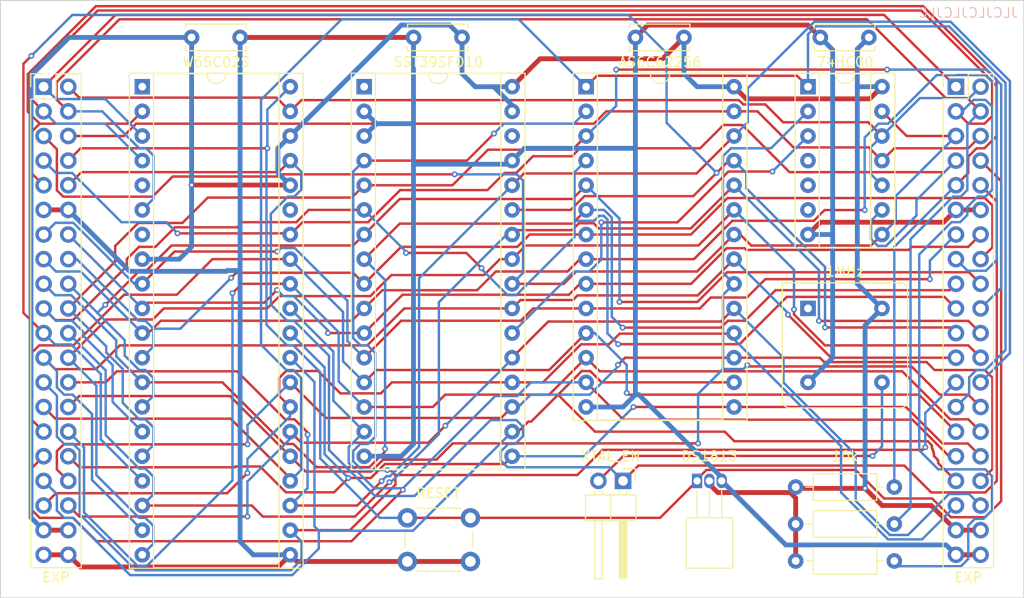
<source format=kicad_pcb>
(kicad_pcb (version 20171130) (host pcbnew 5.1.9-73d0e3b20d~88~ubuntu20.04.1)

  (general
    (thickness 1.6)
    (drawings 5)
    (tracks 1017)
    (zones 0)
    (modules 17)
    (nets 46)
  )

  (page A4)
  (layers
    (0 F.Cu signal)
    (31 B.Cu signal)
    (32 B.Adhes user)
    (33 F.Adhes user)
    (34 B.Paste user)
    (35 F.Paste user)
    (36 B.SilkS user)
    (37 F.SilkS user)
    (38 B.Mask user)
    (39 F.Mask user)
    (40 Dwgs.User user)
    (41 Cmts.User user)
    (42 Eco1.User user)
    (43 Eco2.User user)
    (44 Edge.Cuts user)
    (45 Margin user)
    (46 B.CrtYd user)
    (47 F.CrtYd user)
    (48 B.Fab user hide)
    (49 F.Fab user hide)
  )

  (setup
    (last_trace_width 0.25)
    (trace_clearance 0.2)
    (zone_clearance 0.254)
    (zone_45_only no)
    (trace_min 0.2)
    (via_size 0.6)
    (via_drill 0.3)
    (via_min_size 0.4)
    (via_min_drill 0.3)
    (uvia_size 0.3)
    (uvia_drill 0.1)
    (uvias_allowed no)
    (uvia_min_size 0.2)
    (uvia_min_drill 0.1)
    (edge_width 0.1)
    (segment_width 0.2)
    (pcb_text_width 0.3)
    (pcb_text_size 1.5 1.5)
    (mod_edge_width 0.15)
    (mod_text_size 1 1)
    (mod_text_width 0.15)
    (pad_size 1.7 1.7)
    (pad_drill 1)
    (pad_to_mask_clearance 0)
    (aux_axis_origin 0 0)
    (visible_elements 7FFFFFFF)
    (pcbplotparams
      (layerselection 0x010fc_ffffffff)
      (usegerberextensions false)
      (usegerberattributes true)
      (usegerberadvancedattributes true)
      (creategerberjobfile true)
      (excludeedgelayer true)
      (linewidth 0.100000)
      (plotframeref false)
      (viasonmask false)
      (mode 1)
      (useauxorigin false)
      (hpglpennumber 1)
      (hpglpenspeed 20)
      (hpglpendiameter 15.000000)
      (psnegative false)
      (psa4output false)
      (plotreference true)
      (plotvalue true)
      (plotinvisibletext false)
      (padsonsilk false)
      (subtractmaskfromsilk false)
      (outputformat 1)
      (mirror false)
      (drillshape 0)
      (scaleselection 1)
      (outputdirectory "production/"))
  )

  (net 0 "")
  (net 1 GND)
  (net 2 +5V)
  (net 3 CLK)
  (net 4 !READ)
  (net 5 !WRITE)
  (net 6 RDY)
  (net 7 R!W)
  (net 8 !IRQ)
  (net 9 !RESET)
  (net 10 PHI2)
  (net 11 PHI1)
  (net 12 !RAM_SELECT)
  (net 13 A14)
  (net 14 A13)
  (net 15 A12)
  (net 16 A11)
  (net 17 A10)
  (net 18 A9)
  (net 19 A8)
  (net 20 A7)
  (net 21 A6)
  (net 22 A5)
  (net 23 A4)
  (net 24 A3)
  (net 25 A2)
  (net 26 A1)
  (net 27 A0)
  (net 28 D7)
  (net 29 D6)
  (net 30 D5)
  (net 31 D4)
  (net 32 D3)
  (net 33 D2)
  (net 34 D1)
  (net 35 D0)
  (net 36 !NMI)
  (net 37 CLK1)
  (net 38 "Net-(U1-Pad35)")
  (net 39 "Net-(U1-Pad7)")
  (net 40 "Net-(U1-Pad5)")
  (net 41 "Net-(U1-Pad1)")
  (net 42 !ROM_SELECT)
  (net 43 "Net-(X1-Pad1)")
  (net 44 "Net-(U2-Pad30)")
  (net 45 "Net-(U2-Pad1)")

  (net_class Default "This is the default net class."
    (clearance 0.2)
    (trace_width 0.25)
    (via_dia 0.6)
    (via_drill 0.3)
    (uvia_dia 0.3)
    (uvia_drill 0.1)
    (add_net !IRQ)
    (add_net !NMI)
    (add_net !RAM_SELECT)
    (add_net !READ)
    (add_net !RESET)
    (add_net !ROM_SELECT)
    (add_net !WRITE)
    (add_net A0)
    (add_net A1)
    (add_net A10)
    (add_net A11)
    (add_net A12)
    (add_net A13)
    (add_net A14)
    (add_net A2)
    (add_net A3)
    (add_net A4)
    (add_net A5)
    (add_net A6)
    (add_net A7)
    (add_net A8)
    (add_net A9)
    (add_net CLK)
    (add_net CLK1)
    (add_net D0)
    (add_net D1)
    (add_net D2)
    (add_net D3)
    (add_net D4)
    (add_net D5)
    (add_net D6)
    (add_net D7)
    (add_net "Net-(U1-Pad1)")
    (add_net "Net-(U1-Pad35)")
    (add_net "Net-(U1-Pad5)")
    (add_net "Net-(U1-Pad7)")
    (add_net "Net-(U2-Pad1)")
    (add_net "Net-(U2-Pad30)")
    (add_net "Net-(X1-Pad1)")
    (add_net PHI1)
    (add_net PHI2)
    (add_net R!W)
    (add_net RDY)
  )

  (net_class Wide ""
    (clearance 0.2)
    (trace_width 0.5)
    (via_dia 0.6)
    (via_drill 0.3)
    (uvia_dia 0.3)
    (uvia_drill 0.1)
    (add_net +5V)
    (add_net GND)
  )

  (module Package_DIP:DIP-28_W15.24mm_Socket (layer F.Cu) (tedit 5A02E8C5) (tstamp 5FF79A40)
    (at 127 34.29)
    (descr "28-lead though-hole mounted DIP package, row spacing 15.24 mm (600 mils), Socket")
    (tags "THT DIP DIL PDIP 2.54mm 15.24mm 600mil Socket")
    (path /5FAF655C)
    (fp_text reference U3 (at 7.62 -2.33) (layer F.SilkS) hide
      (effects (font (size 1 1) (thickness 0.15)))
    )
    (fp_text value AS6C62256 (at 7.62 -2.54) (layer F.SilkS)
      (effects (font (size 1 1) (thickness 0.15)))
    )
    (fp_line (start 16.8 -1.6) (end -1.55 -1.6) (layer F.CrtYd) (width 0.05))
    (fp_line (start 16.8 34.65) (end 16.8 -1.6) (layer F.CrtYd) (width 0.05))
    (fp_line (start -1.55 34.65) (end 16.8 34.65) (layer F.CrtYd) (width 0.05))
    (fp_line (start -1.55 -1.6) (end -1.55 34.65) (layer F.CrtYd) (width 0.05))
    (fp_line (start 16.57 -1.39) (end -1.33 -1.39) (layer F.SilkS) (width 0.12))
    (fp_line (start 16.57 34.41) (end 16.57 -1.39) (layer F.SilkS) (width 0.12))
    (fp_line (start -1.33 34.41) (end 16.57 34.41) (layer F.SilkS) (width 0.12))
    (fp_line (start -1.33 -1.39) (end -1.33 34.41) (layer F.SilkS) (width 0.12))
    (fp_line (start 14.08 -1.33) (end 8.62 -1.33) (layer F.SilkS) (width 0.12))
    (fp_line (start 14.08 34.35) (end 14.08 -1.33) (layer F.SilkS) (width 0.12))
    (fp_line (start 1.16 34.35) (end 14.08 34.35) (layer F.SilkS) (width 0.12))
    (fp_line (start 1.16 -1.33) (end 1.16 34.35) (layer F.SilkS) (width 0.12))
    (fp_line (start 6.62 -1.33) (end 1.16 -1.33) (layer F.SilkS) (width 0.12))
    (fp_line (start 16.51 -1.33) (end -1.27 -1.33) (layer F.Fab) (width 0.1))
    (fp_line (start 16.51 34.35) (end 16.51 -1.33) (layer F.Fab) (width 0.1))
    (fp_line (start -1.27 34.35) (end 16.51 34.35) (layer F.Fab) (width 0.1))
    (fp_line (start -1.27 -1.33) (end -1.27 34.35) (layer F.Fab) (width 0.1))
    (fp_line (start 0.255 -0.27) (end 1.255 -1.27) (layer F.Fab) (width 0.1))
    (fp_line (start 0.255 34.29) (end 0.255 -0.27) (layer F.Fab) (width 0.1))
    (fp_line (start 14.985 34.29) (end 0.255 34.29) (layer F.Fab) (width 0.1))
    (fp_line (start 14.985 -1.27) (end 14.985 34.29) (layer F.Fab) (width 0.1))
    (fp_line (start 1.255 -1.27) (end 14.985 -1.27) (layer F.Fab) (width 0.1))
    (fp_text user %R (at 7.62 16.51) (layer F.Fab)
      (effects (font (size 1 1) (thickness 0.15)))
    )
    (fp_arc (start 7.62 -1.33) (end 6.62 -1.33) (angle -180) (layer F.SilkS) (width 0.12))
    (pad 28 thru_hole oval (at 15.24 0) (size 1.6 1.6) (drill 0.8) (layers *.Cu *.Mask)
      (net 2 +5V))
    (pad 14 thru_hole oval (at 0 33.02) (size 1.6 1.6) (drill 0.8) (layers *.Cu *.Mask)
      (net 1 GND))
    (pad 27 thru_hole oval (at 15.24 2.54) (size 1.6 1.6) (drill 0.8) (layers *.Cu *.Mask)
      (net 5 !WRITE))
    (pad 13 thru_hole oval (at 0 30.48) (size 1.6 1.6) (drill 0.8) (layers *.Cu *.Mask)
      (net 33 D2))
    (pad 26 thru_hole oval (at 15.24 5.08) (size 1.6 1.6) (drill 0.8) (layers *.Cu *.Mask)
      (net 14 A13))
    (pad 12 thru_hole oval (at 0 27.94) (size 1.6 1.6) (drill 0.8) (layers *.Cu *.Mask)
      (net 34 D1))
    (pad 25 thru_hole oval (at 15.24 7.62) (size 1.6 1.6) (drill 0.8) (layers *.Cu *.Mask)
      (net 19 A8))
    (pad 11 thru_hole oval (at 0 25.4) (size 1.6 1.6) (drill 0.8) (layers *.Cu *.Mask)
      (net 35 D0))
    (pad 24 thru_hole oval (at 15.24 10.16) (size 1.6 1.6) (drill 0.8) (layers *.Cu *.Mask)
      (net 18 A9))
    (pad 10 thru_hole oval (at 0 22.86) (size 1.6 1.6) (drill 0.8) (layers *.Cu *.Mask)
      (net 27 A0))
    (pad 23 thru_hole oval (at 15.24 12.7) (size 1.6 1.6) (drill 0.8) (layers *.Cu *.Mask)
      (net 16 A11))
    (pad 9 thru_hole oval (at 0 20.32) (size 1.6 1.6) (drill 0.8) (layers *.Cu *.Mask)
      (net 26 A1))
    (pad 22 thru_hole oval (at 15.24 15.24) (size 1.6 1.6) (drill 0.8) (layers *.Cu *.Mask)
      (net 4 !READ))
    (pad 8 thru_hole oval (at 0 17.78) (size 1.6 1.6) (drill 0.8) (layers *.Cu *.Mask)
      (net 25 A2))
    (pad 21 thru_hole oval (at 15.24 17.78) (size 1.6 1.6) (drill 0.8) (layers *.Cu *.Mask)
      (net 17 A10))
    (pad 7 thru_hole oval (at 0 15.24) (size 1.6 1.6) (drill 0.8) (layers *.Cu *.Mask)
      (net 24 A3))
    (pad 20 thru_hole oval (at 15.24 20.32) (size 1.6 1.6) (drill 0.8) (layers *.Cu *.Mask)
      (net 12 !RAM_SELECT))
    (pad 6 thru_hole oval (at 0 12.7) (size 1.6 1.6) (drill 0.8) (layers *.Cu *.Mask)
      (net 23 A4))
    (pad 19 thru_hole oval (at 15.24 22.86) (size 1.6 1.6) (drill 0.8) (layers *.Cu *.Mask)
      (net 28 D7))
    (pad 5 thru_hole oval (at 0 10.16) (size 1.6 1.6) (drill 0.8) (layers *.Cu *.Mask)
      (net 22 A5))
    (pad 18 thru_hole oval (at 15.24 25.4) (size 1.6 1.6) (drill 0.8) (layers *.Cu *.Mask)
      (net 29 D6))
    (pad 4 thru_hole oval (at 0 7.62) (size 1.6 1.6) (drill 0.8) (layers *.Cu *.Mask)
      (net 21 A6))
    (pad 17 thru_hole oval (at 15.24 27.94) (size 1.6 1.6) (drill 0.8) (layers *.Cu *.Mask)
      (net 30 D5))
    (pad 3 thru_hole oval (at 0 5.08) (size 1.6 1.6) (drill 0.8) (layers *.Cu *.Mask)
      (net 20 A7))
    (pad 16 thru_hole oval (at 15.24 30.48) (size 1.6 1.6) (drill 0.8) (layers *.Cu *.Mask)
      (net 31 D4))
    (pad 2 thru_hole oval (at 0 2.54) (size 1.6 1.6) (drill 0.8) (layers *.Cu *.Mask)
      (net 15 A12))
    (pad 15 thru_hole oval (at 15.24 33.02) (size 1.6 1.6) (drill 0.8) (layers *.Cu *.Mask)
      (net 32 D3))
    (pad 1 thru_hole rect (at 0 0) (size 1.6 1.6) (drill 0.8) (layers *.Cu *.Mask)
      (net 13 A14))
    (model ${KISYS3DMOD}/Package_DIP.3dshapes/DIP-28_W15.24mm_Socket.wrl
      (at (xyz 0 0 0))
      (scale (xyz 1 1 1))
      (rotate (xyz 0 0 0))
    )
  )

  (module Package_DIP:DIP-32_W15.24mm_Socket (layer F.Cu) (tedit 5A02E8C5) (tstamp 5FF79A08)
    (at 104.14 34.29)
    (descr "32-lead though-hole mounted DIP package, row spacing 15.24 mm (600 mils), Socket")
    (tags "THT DIP DIL PDIP 2.54mm 15.24mm 600mil Socket")
    (path /5FF990ED)
    (fp_text reference U2 (at 7.62 -2.33) (layer F.SilkS) hide
      (effects (font (size 1 1) (thickness 0.15)))
    )
    (fp_text value SST39SF010 (at 7.62 -2.54) (layer F.SilkS)
      (effects (font (size 1 1) (thickness 0.15)))
    )
    (fp_line (start 16.8 -1.6) (end -1.55 -1.6) (layer F.CrtYd) (width 0.05))
    (fp_line (start 16.8 39.7) (end 16.8 -1.6) (layer F.CrtYd) (width 0.05))
    (fp_line (start -1.55 39.7) (end 16.8 39.7) (layer F.CrtYd) (width 0.05))
    (fp_line (start -1.55 -1.6) (end -1.55 39.7) (layer F.CrtYd) (width 0.05))
    (fp_line (start 16.57 -1.39) (end -1.33 -1.39) (layer F.SilkS) (width 0.12))
    (fp_line (start 16.57 39.49) (end 16.57 -1.39) (layer F.SilkS) (width 0.12))
    (fp_line (start -1.33 39.49) (end 16.57 39.49) (layer F.SilkS) (width 0.12))
    (fp_line (start -1.33 -1.39) (end -1.33 39.49) (layer F.SilkS) (width 0.12))
    (fp_line (start 14.08 -1.33) (end 8.62 -1.33) (layer F.SilkS) (width 0.12))
    (fp_line (start 14.08 39.43) (end 14.08 -1.33) (layer F.SilkS) (width 0.12))
    (fp_line (start 1.16 39.43) (end 14.08 39.43) (layer F.SilkS) (width 0.12))
    (fp_line (start 1.16 -1.33) (end 1.16 39.43) (layer F.SilkS) (width 0.12))
    (fp_line (start 6.62 -1.33) (end 1.16 -1.33) (layer F.SilkS) (width 0.12))
    (fp_line (start 16.51 -1.33) (end -1.27 -1.33) (layer F.Fab) (width 0.1))
    (fp_line (start 16.51 39.43) (end 16.51 -1.33) (layer F.Fab) (width 0.1))
    (fp_line (start -1.27 39.43) (end 16.51 39.43) (layer F.Fab) (width 0.1))
    (fp_line (start -1.27 -1.33) (end -1.27 39.43) (layer F.Fab) (width 0.1))
    (fp_line (start 0.255 -0.27) (end 1.255 -1.27) (layer F.Fab) (width 0.1))
    (fp_line (start 0.255 39.37) (end 0.255 -0.27) (layer F.Fab) (width 0.1))
    (fp_line (start 14.985 39.37) (end 0.255 39.37) (layer F.Fab) (width 0.1))
    (fp_line (start 14.985 -1.27) (end 14.985 39.37) (layer F.Fab) (width 0.1))
    (fp_line (start 1.255 -1.27) (end 14.985 -1.27) (layer F.Fab) (width 0.1))
    (fp_text user %R (at 7.62 19.05) (layer F.Fab)
      (effects (font (size 1 1) (thickness 0.15)))
    )
    (fp_arc (start 7.62 -1.33) (end 6.62 -1.33) (angle -180) (layer F.SilkS) (width 0.12))
    (pad 32 thru_hole oval (at 15.24 0) (size 1.6 1.6) (drill 0.8) (layers *.Cu *.Mask)
      (net 2 +5V))
    (pad 16 thru_hole oval (at 0 38.1) (size 1.6 1.6) (drill 0.8) (layers *.Cu *.Mask)
      (net 1 GND))
    (pad 31 thru_hole oval (at 15.24 2.54) (size 1.6 1.6) (drill 0.8) (layers *.Cu *.Mask)
      (net 2 +5V))
    (pad 15 thru_hole oval (at 0 35.56) (size 1.6 1.6) (drill 0.8) (layers *.Cu *.Mask)
      (net 33 D2))
    (pad 30 thru_hole oval (at 15.24 5.08) (size 1.6 1.6) (drill 0.8) (layers *.Cu *.Mask)
      (net 44 "Net-(U2-Pad30)"))
    (pad 14 thru_hole oval (at 0 33.02) (size 1.6 1.6) (drill 0.8) (layers *.Cu *.Mask)
      (net 34 D1))
    (pad 29 thru_hole oval (at 15.24 7.62) (size 1.6 1.6) (drill 0.8) (layers *.Cu *.Mask)
      (net 1 GND))
    (pad 13 thru_hole oval (at 0 30.48) (size 1.6 1.6) (drill 0.8) (layers *.Cu *.Mask)
      (net 35 D0))
    (pad 28 thru_hole oval (at 15.24 10.16) (size 1.6 1.6) (drill 0.8) (layers *.Cu *.Mask)
      (net 14 A13))
    (pad 12 thru_hole oval (at 0 27.94) (size 1.6 1.6) (drill 0.8) (layers *.Cu *.Mask)
      (net 27 A0))
    (pad 27 thru_hole oval (at 15.24 12.7) (size 1.6 1.6) (drill 0.8) (layers *.Cu *.Mask)
      (net 19 A8))
    (pad 11 thru_hole oval (at 0 25.4) (size 1.6 1.6) (drill 0.8) (layers *.Cu *.Mask)
      (net 26 A1))
    (pad 26 thru_hole oval (at 15.24 15.24) (size 1.6 1.6) (drill 0.8) (layers *.Cu *.Mask)
      (net 18 A9))
    (pad 10 thru_hole oval (at 0 22.86) (size 1.6 1.6) (drill 0.8) (layers *.Cu *.Mask)
      (net 25 A2))
    (pad 25 thru_hole oval (at 15.24 17.78) (size 1.6 1.6) (drill 0.8) (layers *.Cu *.Mask)
      (net 16 A11))
    (pad 9 thru_hole oval (at 0 20.32) (size 1.6 1.6) (drill 0.8) (layers *.Cu *.Mask)
      (net 24 A3))
    (pad 24 thru_hole oval (at 15.24 20.32) (size 1.6 1.6) (drill 0.8) (layers *.Cu *.Mask)
      (net 4 !READ))
    (pad 8 thru_hole oval (at 0 17.78) (size 1.6 1.6) (drill 0.8) (layers *.Cu *.Mask)
      (net 23 A4))
    (pad 23 thru_hole oval (at 15.24 22.86) (size 1.6 1.6) (drill 0.8) (layers *.Cu *.Mask)
      (net 17 A10))
    (pad 7 thru_hole oval (at 0 15.24) (size 1.6 1.6) (drill 0.8) (layers *.Cu *.Mask)
      (net 22 A5))
    (pad 22 thru_hole oval (at 15.24 25.4) (size 1.6 1.6) (drill 0.8) (layers *.Cu *.Mask)
      (net 42 !ROM_SELECT))
    (pad 6 thru_hole oval (at 0 12.7) (size 1.6 1.6) (drill 0.8) (layers *.Cu *.Mask)
      (net 21 A6))
    (pad 21 thru_hole oval (at 15.24 27.94) (size 1.6 1.6) (drill 0.8) (layers *.Cu *.Mask)
      (net 28 D7))
    (pad 5 thru_hole oval (at 0 10.16) (size 1.6 1.6) (drill 0.8) (layers *.Cu *.Mask)
      (net 20 A7))
    (pad 20 thru_hole oval (at 15.24 30.48) (size 1.6 1.6) (drill 0.8) (layers *.Cu *.Mask)
      (net 29 D6))
    (pad 4 thru_hole oval (at 0 7.62) (size 1.6 1.6) (drill 0.8) (layers *.Cu *.Mask)
      (net 15 A12))
    (pad 19 thru_hole oval (at 15.24 33.02) (size 1.6 1.6) (drill 0.8) (layers *.Cu *.Mask)
      (net 30 D5))
    (pad 3 thru_hole oval (at 0 5.08) (size 1.6 1.6) (drill 0.8) (layers *.Cu *.Mask)
      (net 1 GND))
    (pad 18 thru_hole oval (at 15.24 35.56) (size 1.6 1.6) (drill 0.8) (layers *.Cu *.Mask)
      (net 31 D4))
    (pad 2 thru_hole oval (at 0 2.54) (size 1.6 1.6) (drill 0.8) (layers *.Cu *.Mask)
      (net 1 GND))
    (pad 17 thru_hole oval (at 15.24 38.1) (size 1.6 1.6) (drill 0.8) (layers *.Cu *.Mask)
      (net 32 D3))
    (pad 1 thru_hole rect (at 0 0) (size 1.6 1.6) (drill 0.8) (layers *.Cu *.Mask)
      (net 45 "Net-(U2-Pad1)"))
    (model ${KISYS3DMOD}/Package_DIP.3dshapes/DIP-32_W15.24mm_Socket.wrl
      (at (xyz 0 0 0))
      (scale (xyz 1 1 1))
      (rotate (xyz 0 0 0))
    )
  )

  (module Package_DIP:DIP-14_W7.62mm_Socket (layer F.Cu) (tedit 5A02E8C5) (tstamp 5FF788EB)
    (at 149.86 34.29)
    (descr "14-lead though-hole mounted DIP package, row spacing 7.62 mm (300 mils), Socket")
    (tags "THT DIP DIL PDIP 2.54mm 7.62mm 300mil Socket")
    (path /5FD1C900)
    (fp_text reference U4 (at 3.81 -2.33) (layer F.SilkS) hide
      (effects (font (size 1 1) (thickness 0.15)))
    )
    (fp_text value 74HC00 (at 3.81 -2.54) (layer F.SilkS)
      (effects (font (size 1 1) (thickness 0.15)))
    )
    (fp_line (start 1.635 -1.27) (end 6.985 -1.27) (layer F.Fab) (width 0.1))
    (fp_line (start 6.985 -1.27) (end 6.985 16.51) (layer F.Fab) (width 0.1))
    (fp_line (start 6.985 16.51) (end 0.635 16.51) (layer F.Fab) (width 0.1))
    (fp_line (start 0.635 16.51) (end 0.635 -0.27) (layer F.Fab) (width 0.1))
    (fp_line (start 0.635 -0.27) (end 1.635 -1.27) (layer F.Fab) (width 0.1))
    (fp_line (start -1.27 -1.33) (end -1.27 16.57) (layer F.Fab) (width 0.1))
    (fp_line (start -1.27 16.57) (end 8.89 16.57) (layer F.Fab) (width 0.1))
    (fp_line (start 8.89 16.57) (end 8.89 -1.33) (layer F.Fab) (width 0.1))
    (fp_line (start 8.89 -1.33) (end -1.27 -1.33) (layer F.Fab) (width 0.1))
    (fp_line (start 2.81 -1.33) (end 1.16 -1.33) (layer F.SilkS) (width 0.12))
    (fp_line (start 1.16 -1.33) (end 1.16 16.57) (layer F.SilkS) (width 0.12))
    (fp_line (start 1.16 16.57) (end 6.46 16.57) (layer F.SilkS) (width 0.12))
    (fp_line (start 6.46 16.57) (end 6.46 -1.33) (layer F.SilkS) (width 0.12))
    (fp_line (start 6.46 -1.33) (end 4.81 -1.33) (layer F.SilkS) (width 0.12))
    (fp_line (start -1.33 -1.39) (end -1.33 16.63) (layer F.SilkS) (width 0.12))
    (fp_line (start -1.33 16.63) (end 8.95 16.63) (layer F.SilkS) (width 0.12))
    (fp_line (start 8.95 16.63) (end 8.95 -1.39) (layer F.SilkS) (width 0.12))
    (fp_line (start 8.95 -1.39) (end -1.33 -1.39) (layer F.SilkS) (width 0.12))
    (fp_line (start -1.55 -1.6) (end -1.55 16.85) (layer F.CrtYd) (width 0.05))
    (fp_line (start -1.55 16.85) (end 9.15 16.85) (layer F.CrtYd) (width 0.05))
    (fp_line (start 9.15 16.85) (end 9.15 -1.6) (layer F.CrtYd) (width 0.05))
    (fp_line (start 9.15 -1.6) (end -1.55 -1.6) (layer F.CrtYd) (width 0.05))
    (fp_text user %R (at 3.81 7.62) (layer F.Fab)
      (effects (font (size 1 1) (thickness 0.15)))
    )
    (fp_arc (start 3.81 -1.33) (end 2.81 -1.33) (angle -180) (layer F.SilkS) (width 0.12))
    (pad 14 thru_hole oval (at 7.62 0) (size 1.6 1.6) (drill 0.8) (layers *.Cu *.Mask)
      (net 2 +5V))
    (pad 7 thru_hole oval (at 0 15.24) (size 1.6 1.6) (drill 0.8) (layers *.Cu *.Mask)
      (net 1 GND))
    (pad 13 thru_hole oval (at 7.62 2.54) (size 1.6 1.6) (drill 0.8) (layers *.Cu *.Mask)
      (net 4 !READ))
    (pad 6 thru_hole oval (at 0 12.7) (size 1.6 1.6) (drill 0.8) (layers *.Cu *.Mask))
    (pad 12 thru_hole oval (at 7.62 5.08) (size 1.6 1.6) (drill 0.8) (layers *.Cu *.Mask)
      (net 10 PHI2))
    (pad 5 thru_hole oval (at 0 10.16) (size 1.6 1.6) (drill 0.8) (layers *.Cu *.Mask))
    (pad 11 thru_hole oval (at 7.62 7.62) (size 1.6 1.6) (drill 0.8) (layers *.Cu *.Mask)
      (net 5 !WRITE))
    (pad 4 thru_hole oval (at 0 7.62) (size 1.6 1.6) (drill 0.8) (layers *.Cu *.Mask))
    (pad 10 thru_hole oval (at 7.62 10.16) (size 1.6 1.6) (drill 0.8) (layers *.Cu *.Mask)
      (net 10 PHI2))
    (pad 3 thru_hole oval (at 0 5.08) (size 1.6 1.6) (drill 0.8) (layers *.Cu *.Mask)
      (net 42 !ROM_SELECT))
    (pad 9 thru_hole oval (at 7.62 12.7) (size 1.6 1.6) (drill 0.8) (layers *.Cu *.Mask)
      (net 7 R!W))
    (pad 2 thru_hole oval (at 0 2.54) (size 1.6 1.6) (drill 0.8) (layers *.Cu *.Mask)
      (net 12 !RAM_SELECT))
    (pad 8 thru_hole oval (at 7.62 15.24) (size 1.6 1.6) (drill 0.8) (layers *.Cu *.Mask)
      (net 4 !READ))
    (pad 1 thru_hole rect (at 0 0) (size 1.6 1.6) (drill 0.8) (layers *.Cu *.Mask)
      (net 13 A14))
    (model ${KISYS3DMOD}/Package_DIP.3dshapes/DIP-14_W7.62mm_Socket.wrl
      (at (xyz 0 0 0))
      (scale (xyz 1 1 1))
      (rotate (xyz 0 0 0))
    )
  )

  (module Resistor_THT:R_Axial_DIN0207_L6.3mm_D2.5mm_P10.16mm_Horizontal (layer F.Cu) (tedit 5AE5139B) (tstamp 5FCC1F8D)
    (at 148.59 83.185)
    (descr "Resistor, Axial_DIN0207 series, Axial, Horizontal, pin pitch=10.16mm, 0.25W = 1/4W, length*diameter=6.3*2.5mm^2, http://cdn-reichelt.de/documents/datenblatt/B400/1_4W%23YAG.pdf")
    (tags "Resistor Axial_DIN0207 series Axial Horizontal pin pitch 10.16mm 0.25W = 1/4W length 6.3mm diameter 2.5mm")
    (path /5FC1630A)
    (fp_text reference R3 (at -2.54 0) (layer F.SilkS) hide
      (effects (font (size 1 1) (thickness 0.15)))
    )
    (fp_text value 10k (at 5.08 2.37) (layer F.Fab)
      (effects (font (size 1 1) (thickness 0.15)))
    )
    (fp_line (start 1.93 -1.25) (end 1.93 1.25) (layer F.Fab) (width 0.1))
    (fp_line (start 1.93 1.25) (end 8.23 1.25) (layer F.Fab) (width 0.1))
    (fp_line (start 8.23 1.25) (end 8.23 -1.25) (layer F.Fab) (width 0.1))
    (fp_line (start 8.23 -1.25) (end 1.93 -1.25) (layer F.Fab) (width 0.1))
    (fp_line (start 0 0) (end 1.93 0) (layer F.Fab) (width 0.1))
    (fp_line (start 10.16 0) (end 8.23 0) (layer F.Fab) (width 0.1))
    (fp_line (start 1.81 -1.37) (end 1.81 1.37) (layer F.SilkS) (width 0.12))
    (fp_line (start 1.81 1.37) (end 8.35 1.37) (layer F.SilkS) (width 0.12))
    (fp_line (start 8.35 1.37) (end 8.35 -1.37) (layer F.SilkS) (width 0.12))
    (fp_line (start 8.35 -1.37) (end 1.81 -1.37) (layer F.SilkS) (width 0.12))
    (fp_line (start 1.04 0) (end 1.81 0) (layer F.SilkS) (width 0.12))
    (fp_line (start 9.12 0) (end 8.35 0) (layer F.SilkS) (width 0.12))
    (fp_line (start -1.05 -1.5) (end -1.05 1.5) (layer F.CrtYd) (width 0.05))
    (fp_line (start -1.05 1.5) (end 11.21 1.5) (layer F.CrtYd) (width 0.05))
    (fp_line (start 11.21 1.5) (end 11.21 -1.5) (layer F.CrtYd) (width 0.05))
    (fp_line (start 11.21 -1.5) (end -1.05 -1.5) (layer F.CrtYd) (width 0.05))
    (fp_text user %R (at 5.08 0) (layer F.Fab)
      (effects (font (size 1 1) (thickness 0.15)))
    )
    (pad 2 thru_hole oval (at 10.16 0) (size 1.6 1.6) (drill 0.8) (layers *.Cu *.Mask)
      (net 8 !IRQ))
    (pad 1 thru_hole circle (at 0 0) (size 1.6 1.6) (drill 0.8) (layers *.Cu *.Mask)
      (net 2 +5V))
    (model ${KISYS3DMOD}/Resistor_THT.3dshapes/R_Axial_DIN0207_L6.3mm_D2.5mm_P10.16mm_Horizontal.wrl
      (at (xyz 0 0 0))
      (scale (xyz 1 1 1))
      (rotate (xyz 0 0 0))
    )
  )

  (module Resistor_THT:R_Axial_DIN0207_L6.3mm_D2.5mm_P10.16mm_Horizontal (layer F.Cu) (tedit 5AE5139B) (tstamp 5FCC1F5F)
    (at 148.59 75.565)
    (descr "Resistor, Axial_DIN0207 series, Axial, Horizontal, pin pitch=10.16mm, 0.25W = 1/4W, length*diameter=6.3*2.5mm^2, http://cdn-reichelt.de/documents/datenblatt/B400/1_4W%23YAG.pdf")
    (tags "Resistor Axial_DIN0207 series Axial Horizontal pin pitch 10.16mm 0.25W = 1/4W length 6.3mm diameter 2.5mm")
    (path /5FAF1107)
    (fp_text reference R1 (at -2.54 0) (layer F.SilkS) hide
      (effects (font (size 1 1) (thickness 0.15)))
    )
    (fp_text value 10k (at 5.08 -3.175) (layer F.SilkS)
      (effects (font (size 1 1) (thickness 0.15)))
    )
    (fp_line (start 1.93 -1.25) (end 1.93 1.25) (layer F.Fab) (width 0.1))
    (fp_line (start 1.93 1.25) (end 8.23 1.25) (layer F.Fab) (width 0.1))
    (fp_line (start 8.23 1.25) (end 8.23 -1.25) (layer F.Fab) (width 0.1))
    (fp_line (start 8.23 -1.25) (end 1.93 -1.25) (layer F.Fab) (width 0.1))
    (fp_line (start 0 0) (end 1.93 0) (layer F.Fab) (width 0.1))
    (fp_line (start 10.16 0) (end 8.23 0) (layer F.Fab) (width 0.1))
    (fp_line (start 1.81 -1.37) (end 1.81 1.37) (layer F.SilkS) (width 0.12))
    (fp_line (start 1.81 1.37) (end 8.35 1.37) (layer F.SilkS) (width 0.12))
    (fp_line (start 8.35 1.37) (end 8.35 -1.37) (layer F.SilkS) (width 0.12))
    (fp_line (start 8.35 -1.37) (end 1.81 -1.37) (layer F.SilkS) (width 0.12))
    (fp_line (start 1.04 0) (end 1.81 0) (layer F.SilkS) (width 0.12))
    (fp_line (start 9.12 0) (end 8.35 0) (layer F.SilkS) (width 0.12))
    (fp_line (start -1.05 -1.5) (end -1.05 1.5) (layer F.CrtYd) (width 0.05))
    (fp_line (start -1.05 1.5) (end 11.21 1.5) (layer F.CrtYd) (width 0.05))
    (fp_line (start 11.21 1.5) (end 11.21 -1.5) (layer F.CrtYd) (width 0.05))
    (fp_line (start 11.21 -1.5) (end -1.05 -1.5) (layer F.CrtYd) (width 0.05))
    (fp_text user %R (at 5.08 0) (layer F.Fab)
      (effects (font (size 1 1) (thickness 0.15)))
    )
    (pad 2 thru_hole oval (at 10.16 0) (size 1.6 1.6) (drill 0.8) (layers *.Cu *.Mask)
      (net 6 RDY))
    (pad 1 thru_hole circle (at 0 0) (size 1.6 1.6) (drill 0.8) (layers *.Cu *.Mask)
      (net 2 +5V))
    (model ${KISYS3DMOD}/Resistor_THT.3dshapes/R_Axial_DIN0207_L6.3mm_D2.5mm_P10.16mm_Horizontal.wrl
      (at (xyz 0 0 0))
      (scale (xyz 1 1 1))
      (rotate (xyz 0 0 0))
    )
  )

  (module Capacitor_THT:C_Disc_D6.0mm_W2.5mm_P5.00mm (layer F.Cu) (tedit 5AE50EF0) (tstamp 5FE63C81)
    (at 151.13 29.21)
    (descr "C, Disc series, Radial, pin pitch=5.00mm, , diameter*width=6*2.5mm^2, Capacitor, http://cdn-reichelt.de/documents/datenblatt/B300/DS_KERKO_TC.pdf")
    (tags "C Disc series Radial pin pitch 5.00mm  diameter 6mm width 2.5mm Capacitor")
    (path /5FCA8BFB)
    (fp_text reference C4 (at 2.5 -2.5) (layer F.SilkS) hide
      (effects (font (size 1 1) (thickness 0.15)))
    )
    (fp_text value 0.1uF (at 2.5 2.5) (layer F.Fab)
      (effects (font (size 1 1) (thickness 0.15)))
    )
    (fp_line (start -0.5 -1.25) (end -0.5 1.25) (layer F.Fab) (width 0.1))
    (fp_line (start -0.5 1.25) (end 5.5 1.25) (layer F.Fab) (width 0.1))
    (fp_line (start 5.5 1.25) (end 5.5 -1.25) (layer F.Fab) (width 0.1))
    (fp_line (start 5.5 -1.25) (end -0.5 -1.25) (layer F.Fab) (width 0.1))
    (fp_line (start -0.62 -1.37) (end 5.62 -1.37) (layer F.SilkS) (width 0.12))
    (fp_line (start -0.62 1.37) (end 5.62 1.37) (layer F.SilkS) (width 0.12))
    (fp_line (start -0.62 -1.37) (end -0.62 -0.925) (layer F.SilkS) (width 0.12))
    (fp_line (start -0.62 0.925) (end -0.62 1.37) (layer F.SilkS) (width 0.12))
    (fp_line (start 5.62 -1.37) (end 5.62 -0.925) (layer F.SilkS) (width 0.12))
    (fp_line (start 5.62 0.925) (end 5.62 1.37) (layer F.SilkS) (width 0.12))
    (fp_line (start -1.05 -1.5) (end -1.05 1.5) (layer F.CrtYd) (width 0.05))
    (fp_line (start -1.05 1.5) (end 6.05 1.5) (layer F.CrtYd) (width 0.05))
    (fp_line (start 6.05 1.5) (end 6.05 -1.5) (layer F.CrtYd) (width 0.05))
    (fp_line (start 6.05 -1.5) (end -1.05 -1.5) (layer F.CrtYd) (width 0.05))
    (fp_text user %R (at 2.5 0) (layer F.Fab)
      (effects (font (size 1 1) (thickness 0.15)))
    )
    (pad 2 thru_hole circle (at 5 0) (size 1.6 1.6) (drill 0.8) (layers *.Cu *.Mask)
      (net 2 +5V))
    (pad 1 thru_hole circle (at 0 0) (size 1.6 1.6) (drill 0.8) (layers *.Cu *.Mask)
      (net 1 GND))
    (model ${KISYS3DMOD}/Capacitor_THT.3dshapes/C_Disc_D6.0mm_W2.5mm_P5.00mm.wrl
      (at (xyz 0 0 0))
      (scale (xyz 1 1 1))
      (rotate (xyz 0 0 0))
    )
  )

  (module Capacitor_THT:C_Disc_D6.0mm_W2.5mm_P5.00mm (layer F.Cu) (tedit 5AE50EF0) (tstamp 5FE63C6C)
    (at 132.08 29.21)
    (descr "C, Disc series, Radial, pin pitch=5.00mm, , diameter*width=6*2.5mm^2, Capacitor, http://cdn-reichelt.de/documents/datenblatt/B300/DS_KERKO_TC.pdf")
    (tags "C Disc series Radial pin pitch 5.00mm  diameter 6mm width 2.5mm Capacitor")
    (path /5FF24BB4)
    (fp_text reference C3 (at 2.5 -2.5) (layer F.SilkS) hide
      (effects (font (size 1 1) (thickness 0.15)))
    )
    (fp_text value 0.1uF (at 2.5 2.5) (layer F.Fab)
      (effects (font (size 1 1) (thickness 0.15)))
    )
    (fp_line (start -0.5 -1.25) (end -0.5 1.25) (layer F.Fab) (width 0.1))
    (fp_line (start -0.5 1.25) (end 5.5 1.25) (layer F.Fab) (width 0.1))
    (fp_line (start 5.5 1.25) (end 5.5 -1.25) (layer F.Fab) (width 0.1))
    (fp_line (start 5.5 -1.25) (end -0.5 -1.25) (layer F.Fab) (width 0.1))
    (fp_line (start -0.62 -1.37) (end 5.62 -1.37) (layer F.SilkS) (width 0.12))
    (fp_line (start -0.62 1.37) (end 5.62 1.37) (layer F.SilkS) (width 0.12))
    (fp_line (start -0.62 -1.37) (end -0.62 -0.925) (layer F.SilkS) (width 0.12))
    (fp_line (start -0.62 0.925) (end -0.62 1.37) (layer F.SilkS) (width 0.12))
    (fp_line (start 5.62 -1.37) (end 5.62 -0.925) (layer F.SilkS) (width 0.12))
    (fp_line (start 5.62 0.925) (end 5.62 1.37) (layer F.SilkS) (width 0.12))
    (fp_line (start -1.05 -1.5) (end -1.05 1.5) (layer F.CrtYd) (width 0.05))
    (fp_line (start -1.05 1.5) (end 6.05 1.5) (layer F.CrtYd) (width 0.05))
    (fp_line (start 6.05 1.5) (end 6.05 -1.5) (layer F.CrtYd) (width 0.05))
    (fp_line (start 6.05 -1.5) (end -1.05 -1.5) (layer F.CrtYd) (width 0.05))
    (fp_text user %R (at 2.5 0) (layer F.Fab)
      (effects (font (size 1 1) (thickness 0.15)))
    )
    (pad 2 thru_hole circle (at 5 0) (size 1.6 1.6) (drill 0.8) (layers *.Cu *.Mask)
      (net 2 +5V))
    (pad 1 thru_hole circle (at 0 0) (size 1.6 1.6) (drill 0.8) (layers *.Cu *.Mask)
      (net 1 GND))
    (model ${KISYS3DMOD}/Capacitor_THT.3dshapes/C_Disc_D6.0mm_W2.5mm_P5.00mm.wrl
      (at (xyz 0 0 0))
      (scale (xyz 1 1 1))
      (rotate (xyz 0 0 0))
    )
  )

  (module Capacitor_THT:C_Disc_D6.0mm_W2.5mm_P5.00mm (layer F.Cu) (tedit 5AE50EF0) (tstamp 5FE63C57)
    (at 109.22 29.21)
    (descr "C, Disc series, Radial, pin pitch=5.00mm, , diameter*width=6*2.5mm^2, Capacitor, http://cdn-reichelt.de/documents/datenblatt/B300/DS_KERKO_TC.pdf")
    (tags "C Disc series Radial pin pitch 5.00mm  diameter 6mm width 2.5mm Capacitor")
    (path /5FF246DF)
    (fp_text reference C2 (at 2.5 -2.5) (layer F.SilkS) hide
      (effects (font (size 1 1) (thickness 0.15)))
    )
    (fp_text value 0.1uF (at 2.5 2.5) (layer F.Fab)
      (effects (font (size 1 1) (thickness 0.15)))
    )
    (fp_line (start -0.5 -1.25) (end -0.5 1.25) (layer F.Fab) (width 0.1))
    (fp_line (start -0.5 1.25) (end 5.5 1.25) (layer F.Fab) (width 0.1))
    (fp_line (start 5.5 1.25) (end 5.5 -1.25) (layer F.Fab) (width 0.1))
    (fp_line (start 5.5 -1.25) (end -0.5 -1.25) (layer F.Fab) (width 0.1))
    (fp_line (start -0.62 -1.37) (end 5.62 -1.37) (layer F.SilkS) (width 0.12))
    (fp_line (start -0.62 1.37) (end 5.62 1.37) (layer F.SilkS) (width 0.12))
    (fp_line (start -0.62 -1.37) (end -0.62 -0.925) (layer F.SilkS) (width 0.12))
    (fp_line (start -0.62 0.925) (end -0.62 1.37) (layer F.SilkS) (width 0.12))
    (fp_line (start 5.62 -1.37) (end 5.62 -0.925) (layer F.SilkS) (width 0.12))
    (fp_line (start 5.62 0.925) (end 5.62 1.37) (layer F.SilkS) (width 0.12))
    (fp_line (start -1.05 -1.5) (end -1.05 1.5) (layer F.CrtYd) (width 0.05))
    (fp_line (start -1.05 1.5) (end 6.05 1.5) (layer F.CrtYd) (width 0.05))
    (fp_line (start 6.05 1.5) (end 6.05 -1.5) (layer F.CrtYd) (width 0.05))
    (fp_line (start 6.05 -1.5) (end -1.05 -1.5) (layer F.CrtYd) (width 0.05))
    (fp_text user %R (at 2.5 0) (layer F.Fab)
      (effects (font (size 1 1) (thickness 0.15)))
    )
    (pad 2 thru_hole circle (at 5 0) (size 1.6 1.6) (drill 0.8) (layers *.Cu *.Mask)
      (net 2 +5V))
    (pad 1 thru_hole circle (at 0 0) (size 1.6 1.6) (drill 0.8) (layers *.Cu *.Mask)
      (net 1 GND))
    (model ${KISYS3DMOD}/Capacitor_THT.3dshapes/C_Disc_D6.0mm_W2.5mm_P5.00mm.wrl
      (at (xyz 0 0 0))
      (scale (xyz 1 1 1))
      (rotate (xyz 0 0 0))
    )
  )

  (module Capacitor_THT:C_Disc_D6.0mm_W2.5mm_P5.00mm (layer F.Cu) (tedit 5AE50EF0) (tstamp 5FE63C42)
    (at 86.36 29.21)
    (descr "C, Disc series, Radial, pin pitch=5.00mm, , diameter*width=6*2.5mm^2, Capacitor, http://cdn-reichelt.de/documents/datenblatt/B300/DS_KERKO_TC.pdf")
    (tags "C Disc series Radial pin pitch 5.00mm  diameter 6mm width 2.5mm Capacitor")
    (path /5FF11BB0)
    (fp_text reference C1 (at 2.5 -2.5) (layer F.SilkS) hide
      (effects (font (size 1 1) (thickness 0.15)))
    )
    (fp_text value 0.1uF (at 2.5 2.5) (layer F.Fab)
      (effects (font (size 1 1) (thickness 0.15)))
    )
    (fp_line (start -0.5 -1.25) (end -0.5 1.25) (layer F.Fab) (width 0.1))
    (fp_line (start -0.5 1.25) (end 5.5 1.25) (layer F.Fab) (width 0.1))
    (fp_line (start 5.5 1.25) (end 5.5 -1.25) (layer F.Fab) (width 0.1))
    (fp_line (start 5.5 -1.25) (end -0.5 -1.25) (layer F.Fab) (width 0.1))
    (fp_line (start -0.62 -1.37) (end 5.62 -1.37) (layer F.SilkS) (width 0.12))
    (fp_line (start -0.62 1.37) (end 5.62 1.37) (layer F.SilkS) (width 0.12))
    (fp_line (start -0.62 -1.37) (end -0.62 -0.925) (layer F.SilkS) (width 0.12))
    (fp_line (start -0.62 0.925) (end -0.62 1.37) (layer F.SilkS) (width 0.12))
    (fp_line (start 5.62 -1.37) (end 5.62 -0.925) (layer F.SilkS) (width 0.12))
    (fp_line (start 5.62 0.925) (end 5.62 1.37) (layer F.SilkS) (width 0.12))
    (fp_line (start -1.05 -1.5) (end -1.05 1.5) (layer F.CrtYd) (width 0.05))
    (fp_line (start -1.05 1.5) (end 6.05 1.5) (layer F.CrtYd) (width 0.05))
    (fp_line (start 6.05 1.5) (end 6.05 -1.5) (layer F.CrtYd) (width 0.05))
    (fp_line (start 6.05 -1.5) (end -1.05 -1.5) (layer F.CrtYd) (width 0.05))
    (fp_text user %R (at 2.5 0) (layer F.Fab)
      (effects (font (size 1 1) (thickness 0.15)))
    )
    (pad 2 thru_hole circle (at 5 0) (size 1.6 1.6) (drill 0.8) (layers *.Cu *.Mask)
      (net 1 GND))
    (pad 1 thru_hole circle (at 0 0) (size 1.6 1.6) (drill 0.8) (layers *.Cu *.Mask)
      (net 2 +5V))
    (model ${KISYS3DMOD}/Capacitor_THT.3dshapes/C_Disc_D6.0mm_W2.5mm_P5.00mm.wrl
      (at (xyz 0 0 0))
      (scale (xyz 1 1 1))
      (rotate (xyz 0 0 0))
    )
  )

  (module Connector_PinHeader_2.54mm:PinHeader_2x20_P2.54mm_Vertical (layer F.Cu) (tedit 59FED5CC) (tstamp 5FCC3589)
    (at 165.1 34.29)
    (descr "Through hole straight pin header, 2x20, 2.54mm pitch, double rows")
    (tags "Through hole pin header THT 2x20 2.54mm double row")
    (path /5FCDE43D)
    (fp_text reference J2 (at 1.27 50.8) (layer F.SilkS) hide
      (effects (font (size 1 1) (thickness 0.15)))
    )
    (fp_text value EXP (at 1.27 50.59) (layer F.SilkS)
      (effects (font (size 1 1) (thickness 0.15)))
    )
    (fp_line (start 4.35 -1.8) (end -1.8 -1.8) (layer F.CrtYd) (width 0.05))
    (fp_line (start 4.35 50.05) (end 4.35 -1.8) (layer F.CrtYd) (width 0.05))
    (fp_line (start -1.8 50.05) (end 4.35 50.05) (layer F.CrtYd) (width 0.05))
    (fp_line (start -1.8 -1.8) (end -1.8 50.05) (layer F.CrtYd) (width 0.05))
    (fp_line (start -1.33 -1.33) (end 0 -1.33) (layer F.SilkS) (width 0.12))
    (fp_line (start -1.33 0) (end -1.33 -1.33) (layer F.SilkS) (width 0.12))
    (fp_line (start 1.27 -1.33) (end 3.87 -1.33) (layer F.SilkS) (width 0.12))
    (fp_line (start 1.27 1.27) (end 1.27 -1.33) (layer F.SilkS) (width 0.12))
    (fp_line (start -1.33 1.27) (end 1.27 1.27) (layer F.SilkS) (width 0.12))
    (fp_line (start 3.87 -1.33) (end 3.87 49.59) (layer F.SilkS) (width 0.12))
    (fp_line (start -1.33 1.27) (end -1.33 49.59) (layer F.SilkS) (width 0.12))
    (fp_line (start -1.33 49.59) (end 3.87 49.59) (layer F.SilkS) (width 0.12))
    (fp_line (start -1.27 0) (end 0 -1.27) (layer F.Fab) (width 0.1))
    (fp_line (start -1.27 49.53) (end -1.27 0) (layer F.Fab) (width 0.1))
    (fp_line (start 3.81 49.53) (end -1.27 49.53) (layer F.Fab) (width 0.1))
    (fp_line (start 3.81 -1.27) (end 3.81 49.53) (layer F.Fab) (width 0.1))
    (fp_line (start 0 -1.27) (end 3.81 -1.27) (layer F.Fab) (width 0.1))
    (fp_text user %R (at 1.27 24.13 90) (layer F.Fab)
      (effects (font (size 1 1) (thickness 0.15)))
    )
    (pad 40 thru_hole oval (at 2.54 48.26) (size 1.7 1.7) (drill 1) (layers *.Cu *.Mask)
      (net 1 GND))
    (pad 39 thru_hole oval (at 0 48.26) (size 1.7 1.7) (drill 1) (layers *.Cu *.Mask)
      (net 1 GND))
    (pad 38 thru_hole oval (at 2.54 45.72) (size 1.7 1.7) (drill 1) (layers *.Cu *.Mask)
      (net 2 +5V))
    (pad 37 thru_hole oval (at 0 45.72) (size 1.7 1.7) (drill 1) (layers *.Cu *.Mask)
      (net 2 +5V))
    (pad 36 thru_hole oval (at 2.54 43.18) (size 1.7 1.7) (drill 1) (layers *.Cu *.Mask)
      (net 28 D7))
    (pad 35 thru_hole oval (at 0 43.18) (size 1.7 1.7) (drill 1) (layers *.Cu *.Mask)
      (net 29 D6))
    (pad 34 thru_hole oval (at 2.54 40.64) (size 1.7 1.7) (drill 1) (layers *.Cu *.Mask)
      (net 30 D5))
    (pad 33 thru_hole oval (at 0 40.64) (size 1.7 1.7) (drill 1) (layers *.Cu *.Mask)
      (net 31 D4))
    (pad 32 thru_hole oval (at 2.54 38.1) (size 1.7 1.7) (drill 1) (layers *.Cu *.Mask)
      (net 32 D3))
    (pad 31 thru_hole oval (at 0 38.1) (size 1.7 1.7) (drill 1) (layers *.Cu *.Mask)
      (net 33 D2))
    (pad 30 thru_hole oval (at 2.54 35.56) (size 1.7 1.7) (drill 1) (layers *.Cu *.Mask)
      (net 34 D1))
    (pad 29 thru_hole oval (at 0 35.56) (size 1.7 1.7) (drill 1) (layers *.Cu *.Mask)
      (net 35 D0))
    (pad 28 thru_hole oval (at 2.54 33.02) (size 1.7 1.7) (drill 1) (layers *.Cu *.Mask)
      (net 12 !RAM_SELECT))
    (pad 27 thru_hole oval (at 0 33.02) (size 1.7 1.7) (drill 1) (layers *.Cu *.Mask)
      (net 13 A14))
    (pad 26 thru_hole oval (at 2.54 30.48) (size 1.7 1.7) (drill 1) (layers *.Cu *.Mask)
      (net 14 A13))
    (pad 25 thru_hole oval (at 0 30.48) (size 1.7 1.7) (drill 1) (layers *.Cu *.Mask)
      (net 15 A12))
    (pad 24 thru_hole oval (at 2.54 27.94) (size 1.7 1.7) (drill 1) (layers *.Cu *.Mask)
      (net 16 A11))
    (pad 23 thru_hole oval (at 0 27.94) (size 1.7 1.7) (drill 1) (layers *.Cu *.Mask)
      (net 17 A10))
    (pad 22 thru_hole oval (at 2.54 25.4) (size 1.7 1.7) (drill 1) (layers *.Cu *.Mask)
      (net 18 A9))
    (pad 21 thru_hole oval (at 0 25.4) (size 1.7 1.7) (drill 1) (layers *.Cu *.Mask)
      (net 19 A8))
    (pad 20 thru_hole oval (at 2.54 22.86) (size 1.7 1.7) (drill 1) (layers *.Cu *.Mask)
      (net 20 A7))
    (pad 19 thru_hole oval (at 0 22.86) (size 1.7 1.7) (drill 1) (layers *.Cu *.Mask)
      (net 21 A6))
    (pad 18 thru_hole oval (at 2.54 20.32) (size 1.7 1.7) (drill 1) (layers *.Cu *.Mask)
      (net 22 A5))
    (pad 17 thru_hole oval (at 0 20.32) (size 1.7 1.7) (drill 1) (layers *.Cu *.Mask)
      (net 23 A4))
    (pad 16 thru_hole oval (at 2.54 17.78) (size 1.7 1.7) (drill 1) (layers *.Cu *.Mask)
      (net 24 A3))
    (pad 15 thru_hole oval (at 0 17.78) (size 1.7 1.7) (drill 1) (layers *.Cu *.Mask)
      (net 25 A2))
    (pad 14 thru_hole oval (at 2.54 15.24) (size 1.7 1.7) (drill 1) (layers *.Cu *.Mask)
      (net 26 A1))
    (pad 13 thru_hole oval (at 0 15.24) (size 1.7 1.7) (drill 1) (layers *.Cu *.Mask)
      (net 27 A0))
    (pad 12 thru_hole oval (at 2.54 12.7) (size 1.7 1.7) (drill 1) (layers *.Cu *.Mask)
      (net 1 GND))
    (pad 11 thru_hole oval (at 0 12.7) (size 1.7 1.7) (drill 1) (layers *.Cu *.Mask)
      (net 1 GND))
    (pad 10 thru_hole oval (at 2.54 10.16) (size 1.7 1.7) (drill 1) (layers *.Cu *.Mask)
      (net 3 CLK))
    (pad 9 thru_hole oval (at 0 10.16) (size 1.7 1.7) (drill 1) (layers *.Cu *.Mask)
      (net 6 RDY))
    (pad 8 thru_hole oval (at 2.54 7.62) (size 1.7 1.7) (drill 1) (layers *.Cu *.Mask)
      (net 9 !RESET))
    (pad 7 thru_hole oval (at 0 7.62) (size 1.7 1.7) (drill 1) (layers *.Cu *.Mask)
      (net 7 R!W))
    (pad 6 thru_hole oval (at 2.54 5.08) (size 1.7 1.7) (drill 1) (layers *.Cu *.Mask)
      (net 5 !WRITE))
    (pad 5 thru_hole oval (at 0 5.08) (size 1.7 1.7) (drill 1) (layers *.Cu *.Mask)
      (net 4 !READ))
    (pad 4 thru_hole oval (at 2.54 2.54) (size 1.7 1.7) (drill 1) (layers *.Cu *.Mask)
      (net 36 !NMI))
    (pad 3 thru_hole oval (at 0 2.54) (size 1.7 1.7) (drill 1) (layers *.Cu *.Mask)
      (net 8 !IRQ))
    (pad 2 thru_hole oval (at 2.54 0) (size 1.7 1.7) (drill 1) (layers *.Cu *.Mask)
      (net 10 PHI2))
    (pad 1 thru_hole rect (at 0 0) (size 1.7 1.7) (drill 1) (layers *.Cu *.Mask)
      (net 11 PHI1))
    (model ${KISYS3DMOD}/Connector_PinHeader_2.54mm.3dshapes/PinHeader_2x20_P2.54mm_Vertical.wrl
      (at (xyz 0 0 0))
      (scale (xyz 1 1 1))
      (rotate (xyz 0 0 0))
    )
  )

  (module Oscillator:Oscillator_DIP-8 (layer F.Cu) (tedit 58CD3344) (tstamp 5FCC36AB)
    (at 149.86 57.15 270)
    (descr "Oscillator, DIP8,http://cdn-reichelt.de/documents/datenblatt/B400/OSZI.pdf")
    (tags oscillator)
    (path /5FB153A0)
    (fp_text reference X1 (at -3.81 -3.81 180) (layer F.SilkS) hide
      (effects (font (size 1 1) (thickness 0.15)))
    )
    (fp_text value 1MHz (at -3.81 -3.81 180) (layer F.SilkS)
      (effects (font (size 1 1) (thickness 0.15)))
    )
    (fp_line (start 10.41 2.79) (end 10.41 -10.41) (layer F.CrtYd) (width 0.05))
    (fp_line (start 10.41 -10.41) (end -2.79 -10.41) (layer F.CrtYd) (width 0.05))
    (fp_line (start -2.79 -10.41) (end -2.79 2.79) (layer F.CrtYd) (width 0.05))
    (fp_line (start -2.79 2.79) (end 10.41 2.79) (layer F.CrtYd) (width 0.05))
    (fp_line (start 9.16 1.19) (end 9.16 -8.81) (layer F.Fab) (width 0.1))
    (fp_line (start -1.19 -9.16) (end 8.81 -9.16) (layer F.Fab) (width 0.1))
    (fp_line (start -1.54 1.54) (end -1.54 -8.81) (layer F.Fab) (width 0.1))
    (fp_line (start -1.54 1.54) (end 8.81 1.54) (layer F.Fab) (width 0.1))
    (fp_line (start -2.64 -9.51) (end -2.64 2.64) (layer F.SilkS) (width 0.12))
    (fp_line (start 9.51 -10.26) (end -1.89 -10.26) (layer F.SilkS) (width 0.12))
    (fp_line (start 10.26 1.89) (end 10.26 -9.51) (layer F.SilkS) (width 0.12))
    (fp_line (start -2.64 2.64) (end 9.51 2.64) (layer F.SilkS) (width 0.12))
    (fp_line (start -2.54 2.54) (end 9.51 2.54) (layer F.Fab) (width 0.1))
    (fp_line (start 10.16 -9.51) (end 10.16 1.89) (layer F.Fab) (width 0.1))
    (fp_line (start -1.89 -10.16) (end 9.51 -10.16) (layer F.Fab) (width 0.1))
    (fp_line (start -2.54 2.54) (end -2.54 -9.51) (layer F.Fab) (width 0.1))
    (fp_arc (start -1.89 -9.51) (end -2.54 -9.51) (angle 90) (layer F.Fab) (width 0.1))
    (fp_arc (start 9.51 -9.51) (end 9.51 -10.16) (angle 90) (layer F.Fab) (width 0.1))
    (fp_arc (start 9.51 1.89) (end 10.16 1.89) (angle 90) (layer F.Fab) (width 0.1))
    (fp_arc (start -1.89 -9.51) (end -2.64 -9.51) (angle 90) (layer F.SilkS) (width 0.12))
    (fp_arc (start 9.51 -9.51) (end 9.51 -10.26) (angle 90) (layer F.SilkS) (width 0.12))
    (fp_arc (start 9.51 1.89) (end 10.26 1.89) (angle 90) (layer F.SilkS) (width 0.12))
    (fp_arc (start -1.19 -8.81) (end -1.54 -8.81) (angle 90) (layer F.Fab) (width 0.1))
    (fp_arc (start 8.81 -8.81) (end 8.81 -9.16) (angle 90) (layer F.Fab) (width 0.1))
    (fp_arc (start 8.81 1.19) (end 9.16 1.19) (angle 90) (layer F.Fab) (width 0.1))
    (fp_text user %R (at 3.81 -3.81 90) (layer F.Fab)
      (effects (font (size 1 1) (thickness 0.15)))
    )
    (pad 4 thru_hole circle (at 7.62 0 270) (size 1.6 1.6) (drill 0.8) (layers *.Cu *.Mask)
      (net 1 GND))
    (pad 5 thru_hole circle (at 7.62 -7.62 270) (size 1.6 1.6) (drill 0.8) (layers *.Cu *.Mask)
      (net 37 CLK1))
    (pad 8 thru_hole circle (at 0 -7.62 270) (size 1.6 1.6) (drill 0.8) (layers *.Cu *.Mask)
      (net 2 +5V))
    (pad 1 thru_hole rect (at 0 0 270) (size 1.6 1.6) (drill 0.8) (layers *.Cu *.Mask)
      (net 43 "Net-(X1-Pad1)"))
    (model ${KISYS3DMOD}/Oscillator.3dshapes/Oscillator_DIP-8.wrl
      (at (xyz 0 0 0))
      (scale (xyz 1 1 1))
      (rotate (xyz 0 0 0))
    )
  )

  (module Package_TO_SOT_THT:TO-92_Inline_Horizontal1 (layer F.Cu) (tedit 5A27990F) (tstamp 5FCC21CC)
    (at 138.43 74.93)
    (descr "TO-92 horizontal, leads in-line, narrow, oval pads, drill 0.75mm (see NXP sot054_po.pdf)")
    (tags "to-92 sc-43 sc-43a sot54 PA33 transistor")
    (path /5FF4A010)
    (fp_text reference U6 (at 1.27 -1.78) (layer F.SilkS) hide
      (effects (font (size 1 1) (thickness 0.15)))
    )
    (fp_text value DS1813 (at 1.27 -2.54) (layer F.SilkS)
      (effects (font (size 1 1) (thickness 0.15)))
    )
    (fp_line (start 2.54 3.94) (end 2.54 1.02) (layer F.Fab) (width 0.1))
    (fp_line (start 1.27 3.94) (end 1.27 1.02) (layer F.Fab) (width 0.1))
    (fp_line (start 0 3.94) (end 0 1.02) (layer F.Fab) (width 0.1))
    (fp_line (start -1.02 8.89) (end -1.02 3.94) (layer F.Fab) (width 0.1))
    (fp_line (start -1.02 3.94) (end 3.56 3.94) (layer F.Fab) (width 0.1))
    (fp_line (start 3.56 3.94) (end 3.56 8.89) (layer F.Fab) (width 0.1))
    (fp_line (start 3.56 8.89) (end -1.02 8.89) (layer F.Fab) (width 0.1))
    (fp_line (start 0 1.02) (end 0 3.81) (layer F.SilkS) (width 0.12))
    (fp_line (start 1.27 1.02) (end 1.27 3.81) (layer F.SilkS) (width 0.12))
    (fp_line (start 2.54 1.02) (end 2.54 3.81) (layer F.SilkS) (width 0.12))
    (fp_line (start -1.13 3.81) (end 3.67 3.81) (layer F.SilkS) (width 0.12))
    (fp_line (start 3.67 3.81) (end 3.67 9) (layer F.SilkS) (width 0.12))
    (fp_line (start 3.67 9) (end -1.13 9) (layer F.SilkS) (width 0.12))
    (fp_line (start -1.13 9) (end -1.13 3.81) (layer F.SilkS) (width 0.12))
    (fp_line (start -1.27 -1) (end 3.81 -1) (layer F.CrtYd) (width 0.05))
    (fp_line (start -1.27 -1) (end -1.27 9.14) (layer F.CrtYd) (width 0.05))
    (fp_line (start 3.81 9.14) (end 3.81 -1) (layer F.CrtYd) (width 0.05))
    (fp_line (start 3.81 9.14) (end -1.27 9.14) (layer F.CrtYd) (width 0.05))
    (fp_text user %R (at 1.27 6.4) (layer F.Fab)
      (effects (font (size 1 1) (thickness 0.15)))
    )
    (pad 1 thru_hole rect (at 0 0) (size 1.05 1.5) (drill 0.75) (layers *.Cu *.Mask)
      (net 9 !RESET))
    (pad 3 thru_hole oval (at 2.54 0) (size 1.05 1.5) (drill 0.75) (layers *.Cu *.Mask)
      (net 1 GND))
    (pad 2 thru_hole oval (at 1.27 0) (size 1.05 1.5) (drill 0.75) (layers *.Cu *.Mask)
      (net 2 +5V))
    (model ${KISYS3DMOD}/Package_TO_SOT_THT.3dshapes/TO-92_Inline_Horizontal1.wrl
      (at (xyz 0 0 0))
      (scale (xyz 1 1 1))
      (rotate (xyz 0 0 0))
    )
  )

  (module Button_Switch_THT:SW_PUSH_6mm (layer F.Cu) (tedit 5A02FE31) (tstamp 5FCC1FAC)
    (at 108.585 78.74)
    (descr https://www.omron.com/ecb/products/pdf/en-b3f.pdf)
    (tags "tact sw push 6mm")
    (path /5FAE4FBA)
    (fp_text reference SW1 (at 3.25 -2) (layer F.SilkS) hide
      (effects (font (size 1 1) (thickness 0.15)))
    )
    (fp_text value RESET (at 3.175 -2.54) (layer F.SilkS)
      (effects (font (size 1 1) (thickness 0.15)))
    )
    (fp_line (start 3.25 -0.75) (end 6.25 -0.75) (layer F.Fab) (width 0.1))
    (fp_line (start 6.25 -0.75) (end 6.25 5.25) (layer F.Fab) (width 0.1))
    (fp_line (start 6.25 5.25) (end 0.25 5.25) (layer F.Fab) (width 0.1))
    (fp_line (start 0.25 5.25) (end 0.25 -0.75) (layer F.Fab) (width 0.1))
    (fp_line (start 0.25 -0.75) (end 3.25 -0.75) (layer F.Fab) (width 0.1))
    (fp_line (start 7.75 6) (end 8 6) (layer F.CrtYd) (width 0.05))
    (fp_line (start 8 6) (end 8 5.75) (layer F.CrtYd) (width 0.05))
    (fp_line (start 7.75 -1.5) (end 8 -1.5) (layer F.CrtYd) (width 0.05))
    (fp_line (start 8 -1.5) (end 8 -1.25) (layer F.CrtYd) (width 0.05))
    (fp_line (start -1.5 -1.25) (end -1.5 -1.5) (layer F.CrtYd) (width 0.05))
    (fp_line (start -1.5 -1.5) (end -1.25 -1.5) (layer F.CrtYd) (width 0.05))
    (fp_line (start -1.5 5.75) (end -1.5 6) (layer F.CrtYd) (width 0.05))
    (fp_line (start -1.5 6) (end -1.25 6) (layer F.CrtYd) (width 0.05))
    (fp_line (start -1.25 -1.5) (end 7.75 -1.5) (layer F.CrtYd) (width 0.05))
    (fp_line (start -1.5 5.75) (end -1.5 -1.25) (layer F.CrtYd) (width 0.05))
    (fp_line (start 7.75 6) (end -1.25 6) (layer F.CrtYd) (width 0.05))
    (fp_line (start 8 -1.25) (end 8 5.75) (layer F.CrtYd) (width 0.05))
    (fp_line (start 1 5.5) (end 5.5 5.5) (layer F.SilkS) (width 0.12))
    (fp_line (start -0.25 1.5) (end -0.25 3) (layer F.SilkS) (width 0.12))
    (fp_line (start 5.5 -1) (end 1 -1) (layer F.SilkS) (width 0.12))
    (fp_line (start 6.75 3) (end 6.75 1.5) (layer F.SilkS) (width 0.12))
    (fp_circle (center 3.25 2.25) (end 1.25 2.5) (layer F.Fab) (width 0.1))
    (fp_text user %R (at 3.25 2.25) (layer F.Fab)
      (effects (font (size 1 1) (thickness 0.15)))
    )
    (pad 1 thru_hole circle (at 6.5 0 90) (size 2 2) (drill 1.1) (layers *.Cu *.Mask)
      (net 9 !RESET))
    (pad 2 thru_hole circle (at 6.5 4.5 90) (size 2 2) (drill 1.1) (layers *.Cu *.Mask)
      (net 1 GND))
    (pad 1 thru_hole circle (at 0 0 90) (size 2 2) (drill 1.1) (layers *.Cu *.Mask)
      (net 9 !RESET))
    (pad 2 thru_hole circle (at 0 4.5 90) (size 2 2) (drill 1.1) (layers *.Cu *.Mask)
      (net 1 GND))
    (model ${KISYS3DMOD}/Button_Switch_THT.3dshapes/SW_PUSH_6mm.wrl
      (at (xyz 0 0 0))
      (scale (xyz 1 1 1))
      (rotate (xyz 0 0 0))
    )
  )

  (module Resistor_THT:R_Axial_DIN0207_L6.3mm_D2.5mm_P10.16mm_Horizontal (layer F.Cu) (tedit 5AE5139B) (tstamp 5FCC1F76)
    (at 148.59 79.375)
    (descr "Resistor, Axial_DIN0207 series, Axial, Horizontal, pin pitch=10.16mm, 0.25W = 1/4W, length*diameter=6.3*2.5mm^2, http://cdn-reichelt.de/documents/datenblatt/B400/1_4W%23YAG.pdf")
    (tags "Resistor Axial_DIN0207 series Axial Horizontal pin pitch 10.16mm 0.25W = 1/4W length 6.3mm diameter 2.5mm")
    (path /5FC132CC)
    (fp_text reference R2 (at -2.54 0) (layer F.SilkS) hide
      (effects (font (size 1 1) (thickness 0.15)))
    )
    (fp_text value 10k (at 5.08 2.37) (layer F.Fab)
      (effects (font (size 1 1) (thickness 0.15)))
    )
    (fp_line (start 1.93 -1.25) (end 1.93 1.25) (layer F.Fab) (width 0.1))
    (fp_line (start 1.93 1.25) (end 8.23 1.25) (layer F.Fab) (width 0.1))
    (fp_line (start 8.23 1.25) (end 8.23 -1.25) (layer F.Fab) (width 0.1))
    (fp_line (start 8.23 -1.25) (end 1.93 -1.25) (layer F.Fab) (width 0.1))
    (fp_line (start 0 0) (end 1.93 0) (layer F.Fab) (width 0.1))
    (fp_line (start 10.16 0) (end 8.23 0) (layer F.Fab) (width 0.1))
    (fp_line (start 1.81 -1.37) (end 1.81 1.37) (layer F.SilkS) (width 0.12))
    (fp_line (start 1.81 1.37) (end 8.35 1.37) (layer F.SilkS) (width 0.12))
    (fp_line (start 8.35 1.37) (end 8.35 -1.37) (layer F.SilkS) (width 0.12))
    (fp_line (start 8.35 -1.37) (end 1.81 -1.37) (layer F.SilkS) (width 0.12))
    (fp_line (start 1.04 0) (end 1.81 0) (layer F.SilkS) (width 0.12))
    (fp_line (start 9.12 0) (end 8.35 0) (layer F.SilkS) (width 0.12))
    (fp_line (start -1.05 -1.5) (end -1.05 1.5) (layer F.CrtYd) (width 0.05))
    (fp_line (start -1.05 1.5) (end 11.21 1.5) (layer F.CrtYd) (width 0.05))
    (fp_line (start 11.21 1.5) (end 11.21 -1.5) (layer F.CrtYd) (width 0.05))
    (fp_line (start 11.21 -1.5) (end -1.05 -1.5) (layer F.CrtYd) (width 0.05))
    (fp_text user %R (at 5.08 0) (layer F.Fab)
      (effects (font (size 1 1) (thickness 0.15)))
    )
    (pad 2 thru_hole oval (at 10.16 0) (size 1.6 1.6) (drill 0.8) (layers *.Cu *.Mask)
      (net 36 !NMI))
    (pad 1 thru_hole circle (at 0 0) (size 1.6 1.6) (drill 0.8) (layers *.Cu *.Mask)
      (net 2 +5V))
    (model ${KISYS3DMOD}/Resistor_THT.3dshapes/R_Axial_DIN0207_L6.3mm_D2.5mm_P10.16mm_Horizontal.wrl
      (at (xyz 0 0 0))
      (scale (xyz 1 1 1))
      (rotate (xyz 0 0 0))
    )
  )

  (module Connector_PinHeader_2.54mm:PinHeader_1x02_P2.54mm_Horizontal (layer F.Cu) (tedit 59FED5CB) (tstamp 5FCC1F48)
    (at 130.81 74.93 270)
    (descr "Through hole angled pin header, 1x02, 2.54mm pitch, 6mm pin length, single row")
    (tags "Through hole angled pin header THT 1x02 2.54mm single row")
    (path /5FC15306)
    (fp_text reference JP1 (at -2.54 1.27 180) (layer F.SilkS) hide
      (effects (font (size 1 1) (thickness 0.15)))
    )
    (fp_text value XTAL_EN (at -2.54 1.27 180) (layer F.SilkS)
      (effects (font (size 1 1) (thickness 0.15)))
    )
    (fp_line (start 10.55 -1.8) (end -1.8 -1.8) (layer F.CrtYd) (width 0.05))
    (fp_line (start 10.55 4.35) (end 10.55 -1.8) (layer F.CrtYd) (width 0.05))
    (fp_line (start -1.8 4.35) (end 10.55 4.35) (layer F.CrtYd) (width 0.05))
    (fp_line (start -1.8 -1.8) (end -1.8 4.35) (layer F.CrtYd) (width 0.05))
    (fp_line (start -1.27 -1.27) (end 0 -1.27) (layer F.SilkS) (width 0.12))
    (fp_line (start -1.27 0) (end -1.27 -1.27) (layer F.SilkS) (width 0.12))
    (fp_line (start 1.042929 2.92) (end 1.44 2.92) (layer F.SilkS) (width 0.12))
    (fp_line (start 1.042929 2.16) (end 1.44 2.16) (layer F.SilkS) (width 0.12))
    (fp_line (start 10.1 2.92) (end 4.1 2.92) (layer F.SilkS) (width 0.12))
    (fp_line (start 10.1 2.16) (end 10.1 2.92) (layer F.SilkS) (width 0.12))
    (fp_line (start 4.1 2.16) (end 10.1 2.16) (layer F.SilkS) (width 0.12))
    (fp_line (start 1.44 1.27) (end 4.1 1.27) (layer F.SilkS) (width 0.12))
    (fp_line (start 1.11 0.38) (end 1.44 0.38) (layer F.SilkS) (width 0.12))
    (fp_line (start 1.11 -0.38) (end 1.44 -0.38) (layer F.SilkS) (width 0.12))
    (fp_line (start 4.1 0.28) (end 10.1 0.28) (layer F.SilkS) (width 0.12))
    (fp_line (start 4.1 0.16) (end 10.1 0.16) (layer F.SilkS) (width 0.12))
    (fp_line (start 4.1 0.04) (end 10.1 0.04) (layer F.SilkS) (width 0.12))
    (fp_line (start 4.1 -0.08) (end 10.1 -0.08) (layer F.SilkS) (width 0.12))
    (fp_line (start 4.1 -0.2) (end 10.1 -0.2) (layer F.SilkS) (width 0.12))
    (fp_line (start 4.1 -0.32) (end 10.1 -0.32) (layer F.SilkS) (width 0.12))
    (fp_line (start 10.1 0.38) (end 4.1 0.38) (layer F.SilkS) (width 0.12))
    (fp_line (start 10.1 -0.38) (end 10.1 0.38) (layer F.SilkS) (width 0.12))
    (fp_line (start 4.1 -0.38) (end 10.1 -0.38) (layer F.SilkS) (width 0.12))
    (fp_line (start 4.1 -1.33) (end 1.44 -1.33) (layer F.SilkS) (width 0.12))
    (fp_line (start 4.1 3.87) (end 4.1 -1.33) (layer F.SilkS) (width 0.12))
    (fp_line (start 1.44 3.87) (end 4.1 3.87) (layer F.SilkS) (width 0.12))
    (fp_line (start 1.44 -1.33) (end 1.44 3.87) (layer F.SilkS) (width 0.12))
    (fp_line (start 4.04 2.86) (end 10.04 2.86) (layer F.Fab) (width 0.1))
    (fp_line (start 10.04 2.22) (end 10.04 2.86) (layer F.Fab) (width 0.1))
    (fp_line (start 4.04 2.22) (end 10.04 2.22) (layer F.Fab) (width 0.1))
    (fp_line (start -0.32 2.86) (end 1.5 2.86) (layer F.Fab) (width 0.1))
    (fp_line (start -0.32 2.22) (end -0.32 2.86) (layer F.Fab) (width 0.1))
    (fp_line (start -0.32 2.22) (end 1.5 2.22) (layer F.Fab) (width 0.1))
    (fp_line (start 4.04 0.32) (end 10.04 0.32) (layer F.Fab) (width 0.1))
    (fp_line (start 10.04 -0.32) (end 10.04 0.32) (layer F.Fab) (width 0.1))
    (fp_line (start 4.04 -0.32) (end 10.04 -0.32) (layer F.Fab) (width 0.1))
    (fp_line (start -0.32 0.32) (end 1.5 0.32) (layer F.Fab) (width 0.1))
    (fp_line (start -0.32 -0.32) (end -0.32 0.32) (layer F.Fab) (width 0.1))
    (fp_line (start -0.32 -0.32) (end 1.5 -0.32) (layer F.Fab) (width 0.1))
    (fp_line (start 1.5 -0.635) (end 2.135 -1.27) (layer F.Fab) (width 0.1))
    (fp_line (start 1.5 3.81) (end 1.5 -0.635) (layer F.Fab) (width 0.1))
    (fp_line (start 4.04 3.81) (end 1.5 3.81) (layer F.Fab) (width 0.1))
    (fp_line (start 4.04 -1.27) (end 4.04 3.81) (layer F.Fab) (width 0.1))
    (fp_line (start 2.135 -1.27) (end 4.04 -1.27) (layer F.Fab) (width 0.1))
    (fp_text user %R (at 2.77 1.27) (layer F.Fab)
      (effects (font (size 1 1) (thickness 0.15)))
    )
    (pad 1 thru_hole rect (at 0 0 270) (size 1.7 1.7) (drill 1) (layers *.Cu *.Mask)
      (net 3 CLK))
    (pad 2 thru_hole oval (at 0 2.54 270) (size 1.7 1.7) (drill 1) (layers *.Cu *.Mask)
      (net 37 CLK1))
    (model ${KISYS3DMOD}/Connector_PinHeader_2.54mm.3dshapes/PinHeader_1x02_P2.54mm_Horizontal.wrl
      (at (xyz 0 0 0))
      (scale (xyz 1 1 1))
      (rotate (xyz 0 0 0))
    )
  )

  (module Package_DIP:DIP-40_W15.24mm_Socket (layer F.Cu) (tedit 60030AB6) (tstamp 5FCBBB98)
    (at 81.28 34.29)
    (descr "40-lead though-hole mounted DIP package, row spacing 15.24 mm (600 mils), Socket")
    (tags "THT DIP DIL PDIP 2.54mm 15.24mm 600mil Socket")
    (path /5FAC057B)
    (fp_text reference U1 (at 7.62 -2.33) (layer F.SilkS) hide
      (effects (font (size 1 1) (thickness 0.15)))
    )
    (fp_text value W65C02S (at 7.62 -2.54) (layer F.SilkS)
      (effects (font (size 1 1) (thickness 0.15)))
    )
    (fp_line (start 1.255 -1.27) (end 14.985 -1.27) (layer F.Fab) (width 0.1))
    (fp_line (start 14.985 -1.27) (end 14.985 49.53) (layer F.Fab) (width 0.1))
    (fp_line (start 14.985 49.53) (end 0.255 49.53) (layer F.Fab) (width 0.1))
    (fp_line (start 0.255 49.53) (end 0.255 -0.27) (layer F.Fab) (width 0.1))
    (fp_line (start 0.255 -0.27) (end 1.255 -1.27) (layer F.Fab) (width 0.1))
    (fp_line (start -1.27 -1.33) (end -1.27 49.59) (layer F.Fab) (width 0.1))
    (fp_line (start -1.27 49.59) (end 16.51 49.59) (layer F.Fab) (width 0.1))
    (fp_line (start 16.51 49.59) (end 16.51 -1.33) (layer F.Fab) (width 0.1))
    (fp_line (start 16.51 -1.33) (end -1.27 -1.33) (layer F.Fab) (width 0.1))
    (fp_line (start 6.62 -1.33) (end 1.16 -1.33) (layer F.SilkS) (width 0.12))
    (fp_line (start 1.16 -1.33) (end 1.16 49.59) (layer F.SilkS) (width 0.12))
    (fp_line (start 1.16 49.59) (end 14.08 49.59) (layer F.SilkS) (width 0.12))
    (fp_line (start 14.08 49.59) (end 14.08 -1.33) (layer F.SilkS) (width 0.12))
    (fp_line (start 14.08 -1.33) (end 8.62 -1.33) (layer F.SilkS) (width 0.12))
    (fp_line (start -1.33 -1.39) (end -1.33 49.65) (layer F.SilkS) (width 0.12))
    (fp_line (start -1.33 49.65) (end 16.57 49.65) (layer F.SilkS) (width 0.12))
    (fp_line (start 16.57 49.65) (end 16.57 -1.39) (layer F.SilkS) (width 0.12))
    (fp_line (start 16.57 -1.39) (end -1.33 -1.39) (layer F.SilkS) (width 0.12))
    (fp_line (start -1.55 -1.6) (end -1.55 49.85) (layer F.CrtYd) (width 0.05))
    (fp_line (start -1.55 49.85) (end 16.8 49.85) (layer F.CrtYd) (width 0.05))
    (fp_line (start 16.8 49.85) (end 16.8 -1.6) (layer F.CrtYd) (width 0.05))
    (fp_line (start 16.8 -1.6) (end -1.55 -1.6) (layer F.CrtYd) (width 0.05))
    (fp_text user %R (at 7.62 24.13) (layer F.Fab)
      (effects (font (size 1 1) (thickness 0.15)))
    )
    (fp_arc (start 7.62 -1.33) (end 6.62 -1.33) (angle -180) (layer F.SilkS) (width 0.12))
    (pad 40 thru_hole oval (at 15.24 0) (size 1.6 1.6) (drill 0.8) (layers *.Cu *.Mask)
      (net 9 !RESET))
    (pad 20 thru_hole oval (at 0 48.26) (size 1.6 1.6) (drill 0.8) (layers *.Cu *.Mask)
      (net 16 A11))
    (pad 39 thru_hole oval (at 15.24 2.54) (size 1.6 1.6) (drill 0.8) (layers *.Cu *.Mask)
      (net 10 PHI2))
    (pad 19 thru_hole oval (at 0 45.72) (size 1.6 1.6) (drill 0.8) (layers *.Cu *.Mask)
      (net 17 A10))
    (pad 38 thru_hole oval (at 15.24 5.08) (size 1.6 1.6) (drill 0.8) (layers *.Cu *.Mask)
      (net 2 +5V))
    (pad 18 thru_hole oval (at 0 43.18) (size 1.6 1.6) (drill 0.8) (layers *.Cu *.Mask)
      (net 18 A9))
    (pad 37 thru_hole oval (at 15.24 7.62) (size 1.6 1.6) (drill 0.8) (layers *.Cu *.Mask)
      (net 3 CLK))
    (pad 17 thru_hole oval (at 0 40.64) (size 1.6 1.6) (drill 0.8) (layers *.Cu *.Mask)
      (net 19 A8))
    (pad 36 thru_hole oval (at 15.24 10.16) (size 1.6 1.6) (drill 0.8) (layers *.Cu *.Mask)
      (net 2 +5V))
    (pad 16 thru_hole oval (at 0 38.1) (size 1.6 1.6) (drill 0.8) (layers *.Cu *.Mask)
      (net 20 A7))
    (pad 35 thru_hole oval (at 15.24 12.7) (size 1.6 1.6) (drill 0.8) (layers *.Cu *.Mask)
      (net 38 "Net-(U1-Pad35)"))
    (pad 15 thru_hole oval (at 0 35.56) (size 1.6 1.6) (drill 0.8) (layers *.Cu *.Mask)
      (net 21 A6))
    (pad 34 thru_hole oval (at 15.24 15.24) (size 1.6 1.6) (drill 0.8) (layers *.Cu *.Mask)
      (net 7 R!W))
    (pad 14 thru_hole oval (at 0 33.02) (size 1.6 1.6) (drill 0.8) (layers *.Cu *.Mask)
      (net 22 A5))
    (pad 33 thru_hole oval (at 15.24 17.78) (size 1.6 1.6) (drill 0.8) (layers *.Cu *.Mask)
      (net 35 D0))
    (pad 13 thru_hole oval (at 0 30.48) (size 1.6 1.6) (drill 0.8) (layers *.Cu *.Mask)
      (net 23 A4))
    (pad 32 thru_hole oval (at 15.24 20.32) (size 1.6 1.6) (drill 0.8) (layers *.Cu *.Mask)
      (net 34 D1))
    (pad 12 thru_hole oval (at 0 27.94) (size 1.6 1.6) (drill 0.8) (layers *.Cu *.Mask)
      (net 24 A3))
    (pad 31 thru_hole oval (at 15.24 22.86) (size 1.6 1.6) (drill 0.8) (layers *.Cu *.Mask)
      (net 33 D2))
    (pad 11 thru_hole oval (at 0 25.4) (size 1.6 1.6) (drill 0.8) (layers *.Cu *.Mask)
      (net 25 A2))
    (pad 30 thru_hole oval (at 15.24 25.4) (size 1.6 1.6) (drill 0.8) (layers *.Cu *.Mask)
      (net 32 D3))
    (pad 10 thru_hole oval (at 0 22.86) (size 1.6 1.6) (drill 0.8) (layers *.Cu *.Mask)
      (net 26 A1))
    (pad 29 thru_hole oval (at 15.24 27.94) (size 1.6 1.6) (drill 0.8) (layers *.Cu *.Mask)
      (net 31 D4))
    (pad 9 thru_hole oval (at 0 20.32) (size 1.6 1.6) (drill 0.8) (layers *.Cu *.Mask)
      (net 27 A0))
    (pad 28 thru_hole oval (at 15.24 30.48) (size 1.6 1.6) (drill 0.8) (layers *.Cu *.Mask)
      (net 30 D5))
    (pad 8 thru_hole oval (at 0 17.78) (size 1.6 1.6) (drill 0.8) (layers *.Cu *.Mask)
      (net 2 +5V))
    (pad 27 thru_hole oval (at 15.24 33.02) (size 1.6 1.6) (drill 0.8) (layers *.Cu *.Mask)
      (net 29 D6))
    (pad 7 thru_hole oval (at 0 15.24) (size 1.6 1.6) (drill 0.8) (layers *.Cu *.Mask)
      (net 39 "Net-(U1-Pad7)"))
    (pad 26 thru_hole oval (at 15.24 35.56) (size 1.6 1.6) (drill 0.8) (layers *.Cu *.Mask)
      (net 28 D7))
    (pad 6 thru_hole oval (at 0 12.7) (size 1.6 1.6) (drill 0.8) (layers *.Cu *.Mask)
      (net 36 !NMI))
    (pad 25 thru_hole oval (at 15.24 38.1) (size 1.6 1.6) (drill 0.8) (layers *.Cu *.Mask)
      (net 12 !RAM_SELECT))
    (pad 5 thru_hole oval (at 0 10.16) (size 1.6 1.6) (drill 0.8) (layers *.Cu *.Mask)
      (net 40 "Net-(U1-Pad5)"))
    (pad 24 thru_hole oval (at 15.24 40.64) (size 1.6 1.6) (drill 0.8) (layers *.Cu *.Mask)
      (net 13 A14))
    (pad 4 thru_hole oval (at 0 7.62) (size 1.6 1.6) (drill 0.8) (layers *.Cu *.Mask)
      (net 8 !IRQ))
    (pad 23 thru_hole oval (at 15.24 43.18) (size 1.6 1.6) (drill 0.8) (layers *.Cu *.Mask)
      (net 14 A13))
    (pad 3 thru_hole oval (at 0 5.08) (size 1.6 1.6) (drill 0.8) (layers *.Cu *.Mask)
      (net 11 PHI1))
    (pad 22 thru_hole oval (at 15.24 45.72) (size 1.6 1.6) (drill 0.8) (layers *.Cu *.Mask)
      (net 15 A12))
    (pad 2 thru_hole oval (at 0 2.54) (size 1.6 1.6) (drill 0.8) (layers *.Cu *.Mask)
      (net 6 RDY))
    (pad 21 thru_hole oval (at 15.24 48.26) (size 1.6 1.6) (drill 0.8) (layers *.Cu *.Mask)
      (net 1 GND))
    (pad 1 thru_hole rect (at 0 0) (size 1.6 1.6) (drill 0.8) (layers *.Cu *.Mask)
      (net 41 "Net-(U1-Pad1)"))
    (model ${KISYS3DMOD}/Package_DIP.3dshapes/DIP-40_W15.24mm_Socket.wrl
      (at (xyz 0 0 0))
      (scale (xyz 1 1 1))
      (rotate (xyz 0 0 0))
    )
  )

  (module Connector_PinHeader_2.54mm:PinHeader_2x20_P2.54mm_Vertical (layer F.Cu) (tedit 60030B5B) (tstamp 5FC1C43D)
    (at 71.12 34.29)
    (descr "Through hole straight pin header, 2x20, 2.54mm pitch, double rows")
    (tags "Through hole pin header THT 2x20 2.54mm double row")
    (path /5FBC22CE)
    (fp_text reference J1 (at 1.27 50.8) (layer F.SilkS) hide
      (effects (font (size 1 1) (thickness 0.15)))
    )
    (fp_text value EXP (at 1.27 50.59) (layer F.SilkS)
      (effects (font (size 1 1) (thickness 0.15)))
    )
    (fp_text user %R (at 1.27 24.13 90) (layer F.Fab)
      (effects (font (size 1 1) (thickness 0.15)))
    )
    (fp_line (start 0 -1.27) (end 3.81 -1.27) (layer F.Fab) (width 0.1))
    (fp_line (start 3.81 -1.27) (end 3.81 49.53) (layer F.Fab) (width 0.1))
    (fp_line (start 3.81 49.53) (end -1.27 49.53) (layer F.Fab) (width 0.1))
    (fp_line (start -1.27 49.53) (end -1.27 0) (layer F.Fab) (width 0.1))
    (fp_line (start -1.27 0) (end 0 -1.27) (layer F.Fab) (width 0.1))
    (fp_line (start -1.33 49.59) (end 3.87 49.59) (layer F.SilkS) (width 0.12))
    (fp_line (start -1.33 1.27) (end -1.33 49.59) (layer F.SilkS) (width 0.12))
    (fp_line (start 3.87 -1.33) (end 3.87 49.59) (layer F.SilkS) (width 0.12))
    (fp_line (start -1.33 1.27) (end 1.27 1.27) (layer F.SilkS) (width 0.12))
    (fp_line (start 1.27 1.27) (end 1.27 -1.33) (layer F.SilkS) (width 0.12))
    (fp_line (start 1.27 -1.33) (end 3.87 -1.33) (layer F.SilkS) (width 0.12))
    (fp_line (start -1.33 0) (end -1.33 -1.33) (layer F.SilkS) (width 0.12))
    (fp_line (start -1.33 -1.33) (end 0 -1.33) (layer F.SilkS) (width 0.12))
    (fp_line (start -1.8 -1.8) (end -1.8 50.05) (layer F.CrtYd) (width 0.05))
    (fp_line (start -1.8 50.05) (end 4.35 50.05) (layer F.CrtYd) (width 0.05))
    (fp_line (start 4.35 50.05) (end 4.35 -1.8) (layer F.CrtYd) (width 0.05))
    (fp_line (start 4.35 -1.8) (end -1.8 -1.8) (layer F.CrtYd) (width 0.05))
    (pad 1 thru_hole rect (at 0 0) (size 1.7 1.7) (drill 1) (layers *.Cu *.Mask)
      (net 11 PHI1))
    (pad 2 thru_hole oval (at 2.54 0) (size 1.7 1.7) (drill 1) (layers *.Cu *.Mask)
      (net 10 PHI2))
    (pad 3 thru_hole oval (at 0 2.54) (size 1.7 1.7) (drill 1) (layers *.Cu *.Mask)
      (net 8 !IRQ))
    (pad 4 thru_hole oval (at 2.54 2.54) (size 1.7 1.7) (drill 1) (layers *.Cu *.Mask)
      (net 36 !NMI))
    (pad 5 thru_hole oval (at 0 5.08) (size 1.7 1.7) (drill 1) (layers *.Cu *.Mask)
      (net 4 !READ))
    (pad 6 thru_hole oval (at 2.54 5.08) (size 1.7 1.7) (drill 1) (layers *.Cu *.Mask)
      (net 5 !WRITE))
    (pad 7 thru_hole oval (at 0 7.62) (size 1.7 1.7) (drill 1) (layers *.Cu *.Mask)
      (net 7 R!W))
    (pad 8 thru_hole oval (at 2.54 7.62) (size 1.7 1.7) (drill 1) (layers *.Cu *.Mask)
      (net 9 !RESET))
    (pad 9 thru_hole oval (at 0 10.16) (size 1.7 1.7) (drill 1) (layers *.Cu *.Mask)
      (net 6 RDY))
    (pad 10 thru_hole oval (at 2.54 10.16) (size 1.7 1.7) (drill 1) (layers *.Cu *.Mask)
      (net 3 CLK))
    (pad 11 thru_hole oval (at 0 12.7) (size 1.7 1.7) (drill 1) (layers *.Cu *.Mask)
      (net 1 GND))
    (pad 12 thru_hole oval (at 2.54 12.7) (size 1.7 1.7) (drill 1) (layers *.Cu *.Mask)
      (net 1 GND))
    (pad 13 thru_hole oval (at 0 15.24) (size 1.7 1.7) (drill 1) (layers *.Cu *.Mask)
      (net 27 A0))
    (pad 14 thru_hole oval (at 2.54 15.24) (size 1.7 1.7) (drill 1) (layers *.Cu *.Mask)
      (net 26 A1))
    (pad 15 thru_hole oval (at 0 17.78) (size 1.7 1.7) (drill 1) (layers *.Cu *.Mask)
      (net 25 A2))
    (pad 16 thru_hole oval (at 2.54 17.78) (size 1.7 1.7) (drill 1) (layers *.Cu *.Mask)
      (net 24 A3))
    (pad 17 thru_hole oval (at 0 20.32) (size 1.7 1.7) (drill 1) (layers *.Cu *.Mask)
      (net 23 A4))
    (pad 18 thru_hole oval (at 2.54 20.32) (size 1.7 1.7) (drill 1) (layers *.Cu *.Mask)
      (net 22 A5))
    (pad 19 thru_hole oval (at 0 22.86) (size 1.7 1.7) (drill 1) (layers *.Cu *.Mask)
      (net 21 A6))
    (pad 20 thru_hole oval (at 2.54 22.86) (size 1.7 1.7) (drill 1) (layers *.Cu *.Mask)
      (net 20 A7))
    (pad 21 thru_hole oval (at 0 25.4) (size 1.7 1.7) (drill 1) (layers *.Cu *.Mask)
      (net 19 A8))
    (pad 22 thru_hole oval (at 2.54 25.4) (size 1.7 1.7) (drill 1) (layers *.Cu *.Mask)
      (net 18 A9))
    (pad 23 thru_hole oval (at 0 27.94) (size 1.7 1.7) (drill 1) (layers *.Cu *.Mask)
      (net 17 A10))
    (pad 24 thru_hole oval (at 2.54 27.94) (size 1.7 1.7) (drill 1) (layers *.Cu *.Mask)
      (net 16 A11))
    (pad 25 thru_hole oval (at 0 30.48) (size 1.7 1.7) (drill 1) (layers *.Cu *.Mask)
      (net 15 A12))
    (pad 26 thru_hole oval (at 2.54 30.48) (size 1.7 1.7) (drill 1) (layers *.Cu *.Mask)
      (net 14 A13))
    (pad 27 thru_hole oval (at 0 33.02) (size 1.7 1.7) (drill 1) (layers *.Cu *.Mask)
      (net 13 A14))
    (pad 28 thru_hole oval (at 2.54 33.02) (size 1.7 1.7) (drill 1) (layers *.Cu *.Mask)
      (net 12 !RAM_SELECT))
    (pad 29 thru_hole oval (at 0 35.56) (size 1.7 1.7) (drill 1) (layers *.Cu *.Mask)
      (net 35 D0))
    (pad 30 thru_hole oval (at 2.54 35.56) (size 1.7 1.7) (drill 1) (layers *.Cu *.Mask)
      (net 34 D1))
    (pad 31 thru_hole oval (at 0 38.1) (size 1.7 1.7) (drill 1) (layers *.Cu *.Mask)
      (net 33 D2))
    (pad 32 thru_hole oval (at 2.54 38.1) (size 1.7 1.7) (drill 1) (layers *.Cu *.Mask)
      (net 32 D3))
    (pad 33 thru_hole oval (at 0 40.64) (size 1.7 1.7) (drill 1) (layers *.Cu *.Mask)
      (net 31 D4))
    (pad 34 thru_hole oval (at 2.54 40.64) (size 1.7 1.7) (drill 1) (layers *.Cu *.Mask)
      (net 30 D5))
    (pad 35 thru_hole oval (at 0 43.18) (size 1.7 1.7) (drill 1) (layers *.Cu *.Mask)
      (net 29 D6) (thermal_width 1))
    (pad 36 thru_hole oval (at 2.54 43.18) (size 1.7 1.7) (drill 1) (layers *.Cu *.Mask)
      (net 28 D7) (thermal_width 1))
    (pad 37 thru_hole oval (at 0 45.72) (size 1.7 1.7) (drill 1) (layers *.Cu *.Mask)
      (net 2 +5V))
    (pad 38 thru_hole oval (at 2.54 45.72) (size 1.7 1.7) (drill 1) (layers *.Cu *.Mask)
      (net 2 +5V))
    (pad 39 thru_hole oval (at 0 48.26) (size 1.7 1.7) (drill 1) (layers *.Cu *.Mask)
      (net 1 GND))
    (pad 40 thru_hole oval (at 2.54 48.26) (size 1.7 1.7) (drill 1) (layers *.Cu *.Mask)
      (net 1 GND))
    (model ${KISYS3DMOD}/Connector_PinHeader_2.54mm.3dshapes/PinHeader_2x20_P2.54mm_Vertical.wrl
      (at (xyz 0 0 0))
      (scale (xyz 1 1 1))
      (rotate (xyz 0 0 0))
    )
  )

  (gr_text JLCJLCJLCJLC (at 166.37 26.67) (layer B.SilkS)
    (effects (font (size 1 1) (thickness 0.1)) (justify mirror))
  )
  (gr_line (start 66.675 86.995) (end 66.675 25.4) (layer Edge.Cuts) (width 0.1) (tstamp 5FC204C3))
  (gr_line (start 172.085 86.995) (end 66.675 86.995) (layer Edge.Cuts) (width 0.1))
  (gr_line (start 172.085 25.4) (end 172.085 86.995) (layer Edge.Cuts) (width 0.1))
  (gr_line (start 66.675 25.4) (end 172.085 25.4) (layer Edge.Cuts) (width 0.1))

  (segment (start 140.97 74.93) (end 147.573 81.533) (width 0.5) (layer B.Cu) (net 1))
  (segment (start 147.573 81.533) (end 164.083 81.533) (width 0.5) (layer B.Cu) (net 1))
  (segment (start 164.083 81.533) (end 165.1 82.55) (width 0.5) (layer B.Cu) (net 1))
  (segment (start 132.08 66.04) (end 132.4318 66.04) (width 0.5) (layer B.Cu) (net 1))
  (segment (start 132.4318 66.04) (end 140.97 74.5782) (width 0.5) (layer B.Cu) (net 1))
  (segment (start 140.97 74.5782) (end 140.97 74.93) (width 0.5) (layer B.Cu) (net 1))
  (segment (start 132.08 66.04) (end 130.81 67.31) (width 0.5) (layer B.Cu) (net 1))
  (segment (start 130.81 67.31) (end 127 67.31) (width 0.5) (layer B.Cu) (net 1))
  (segment (start 132.08 40.64) (end 132.08 66.04) (width 0.5) (layer B.Cu) (net 1))
  (segment (start 109.22 29.21) (end 91.36 29.21) (width 0.5) (layer F.Cu) (net 1))
  (segment (start 165.1 46.99) (end 167.64 46.99) (width 0.5) (layer F.Cu) (net 1))
  (segment (start 149.86 49.53) (end 151.13 48.26) (width 0.5) (layer F.Cu) (net 1))
  (segment (start 151.13 48.26) (end 163.83 48.26) (width 0.5) (layer F.Cu) (net 1))
  (segment (start 163.83 48.26) (end 165.1 46.99) (width 0.5) (layer F.Cu) (net 1))
  (segment (start 96.52 82.55) (end 95.2662 83.8038) (width 0.5) (layer F.Cu) (net 1))
  (segment (start 95.2662 83.8038) (end 74.9138 83.8038) (width 0.5) (layer F.Cu) (net 1))
  (segment (start 74.9138 83.8038) (end 73.66 82.55) (width 0.5) (layer F.Cu) (net 1))
  (segment (start 108.585 83.24) (end 97.21 83.24) (width 0.5) (layer F.Cu) (net 1))
  (segment (start 97.21 83.24) (end 96.52 82.55) (width 0.5) (layer F.Cu) (net 1))
  (segment (start 91.36 53.2397) (end 90.021 53.2397) (width 0.5) (layer B.Cu) (net 1))
  (segment (start 90.021 53.2397) (end 89.937 53.3237) (width 0.5) (layer B.Cu) (net 1))
  (segment (start 89.937 53.3237) (end 79.9937 53.3237) (width 0.5) (layer B.Cu) (net 1))
  (segment (start 79.9937 53.3237) (end 73.66 46.99) (width 0.5) (layer B.Cu) (net 1))
  (segment (start 108.585 83.24) (end 115.085 83.24) (width 0.5) (layer F.Cu) (net 1))
  (segment (start 73.66 82.55) (end 71.12 82.55) (width 0.5) (layer F.Cu) (net 1))
  (segment (start 119.38 41.91) (end 119.0101 42.2799) (width 0.5) (layer B.Cu) (net 1))
  (segment (start 119.0101 42.2799) (end 109.22 42.2799) (width 0.5) (layer B.Cu) (net 1))
  (segment (start 132.08 29.21) (end 133.3539 27.9361) (width 0.5) (layer F.Cu) (net 1))
  (segment (start 133.3539 27.9361) (end 149.8561 27.9361) (width 0.5) (layer F.Cu) (net 1))
  (segment (start 149.8561 27.9361) (end 151.13 29.21) (width 0.5) (layer F.Cu) (net 1))
  (segment (start 109.22 42.2799) (end 109.22 71.12) (width 0.5) (layer B.Cu) (net 1))
  (segment (start 109.22 71.12) (end 107.95 72.39) (width 0.5) (layer B.Cu) (net 1))
  (segment (start 107.95 72.39) (end 104.14 72.39) (width 0.5) (layer B.Cu) (net 1))
  (segment (start 109.22 38.1) (end 109.22 42.2799) (width 0.5) (layer B.Cu) (net 1))
  (segment (start 105.41 38.1) (end 104.14 39.37) (width 0.5) (layer B.Cu) (net 1))
  (segment (start 105.41 38.1) (end 104.14 36.83) (width 0.5) (layer B.Cu) (net 1))
  (segment (start 109.22 38.1) (end 105.41 38.1) (width 0.5) (layer B.Cu) (net 1))
  (segment (start 132.08 40.64) (end 120.65 40.64) (width 0.5) (layer B.Cu) (net 1))
  (segment (start 120.65 40.64) (end 119.38 41.91) (width 0.5) (layer B.Cu) (net 1))
  (segment (start 165.1 82.55) (end 167.64 82.55) (width 0.5) (layer F.Cu) (net 1))
  (segment (start 132.08 29.21) (end 132.08 40.64) (width 0.5) (layer B.Cu) (net 1))
  (segment (start 91.36 53.2397) (end 91.36 81.2) (width 0.5) (layer B.Cu) (net 1))
  (segment (start 91.36 81.2) (end 92.71 82.55) (width 0.5) (layer B.Cu) (net 1))
  (segment (start 92.71 82.55) (end 96.52 82.55) (width 0.5) (layer B.Cu) (net 1))
  (segment (start 91.36 29.21) (end 91.36 53.2397) (width 0.5) (layer B.Cu) (net 1))
  (segment (start 71.12 46.99) (end 73.66 46.99) (width 0.5) (layer F.Cu) (net 1))
  (segment (start 109.22 29.21) (end 109.22 38.1) (width 0.5) (layer B.Cu) (net 1))
  (segment (start 149.86 49.53) (end 152.4 49.53) (width 0.5) (layer B.Cu) (net 1))
  (segment (start 149.86 64.77) (end 152.4 62.23) (width 0.5) (layer B.Cu) (net 1))
  (segment (start 152.4 62.23) (end 152.4 49.53) (width 0.5) (layer B.Cu) (net 1))
  (segment (start 151.13 29.21) (end 152.4 30.48) (width 0.5) (layer B.Cu) (net 1))
  (segment (start 152.4 30.48) (end 152.4 49.53) (width 0.5) (layer B.Cu) (net 1))
  (segment (start 117.475 34.29) (end 119.38 36.195) (width 0.5) (layer B.Cu) (net 2))
  (segment (start 119.38 36.195) (end 119.38 36.83) (width 0.5) (layer B.Cu) (net 2))
  (segment (start 117.475 34.29) (end 119.38 34.29) (width 0.5) (layer B.Cu) (net 2))
  (segment (start 114.22 29.21) (end 114.22 32.94) (width 0.5) (layer B.Cu) (net 2))
  (segment (start 114.22 32.94) (end 115.57 34.29) (width 0.5) (layer B.Cu) (net 2))
  (segment (start 115.57 34.29) (end 117.475 34.29) (width 0.5) (layer B.Cu) (net 2))
  (segment (start 155.7405 75.7015) (end 157.509 77.47) (width 0.5) (layer F.Cu) (net 2))
  (segment (start 157.509 77.47) (end 162.56 77.47) (width 0.5) (layer F.Cu) (net 2))
  (segment (start 162.56 77.47) (end 165.1 80.01) (width 0.5) (layer F.Cu) (net 2))
  (segment (start 148.59 75.565) (end 148.7265 75.7015) (width 0.5) (layer F.Cu) (net 2))
  (segment (start 148.7265 75.7015) (end 155.7405 75.7015) (width 0.5) (layer F.Cu) (net 2))
  (segment (start 157.48 57.15) (end 155.7405 58.8895) (width 0.5) (layer B.Cu) (net 2))
  (segment (start 155.7405 58.8895) (end 155.7405 75.7015) (width 0.5) (layer B.Cu) (net 2))
  (segment (start 119.38 34.29) (end 122.2621 31.4079) (width 0.5) (layer F.Cu) (net 2))
  (segment (start 122.2621 31.4079) (end 134.8821 31.4079) (width 0.5) (layer F.Cu) (net 2))
  (segment (start 134.8821 31.4079) (end 137.08 29.21) (width 0.5) (layer F.Cu) (net 2))
  (segment (start 148.0229 76.1321) (end 140.5618 76.1321) (width 0.5) (layer F.Cu) (net 2))
  (segment (start 140.5618 76.1321) (end 139.7 75.2703) (width 0.5) (layer F.Cu) (net 2))
  (segment (start 139.7 75.2703) (end 139.7 74.93) (width 0.5) (layer F.Cu) (net 2))
  (segment (start 148.59 75.565) (end 148.0229 76.1321) (width 0.5) (layer F.Cu) (net 2))
  (segment (start 148.0229 76.1321) (end 148.59 76.6992) (width 0.5) (layer F.Cu) (net 2))
  (segment (start 148.59 76.6992) (end 148.59 79.375) (width 0.5) (layer F.Cu) (net 2))
  (segment (start 167.64 80.01) (end 165.1 80.01) (width 0.5) (layer F.Cu) (net 2))
  (segment (start 148.59 79.375) (end 148.59 83.185) (width 0.5) (layer F.Cu) (net 2))
  (segment (start 71.12 80.01) (end 73.66 80.01) (width 0.5) (layer F.Cu) (net 2))
  (segment (start 96.52 44.45) (end 96.4958 44.4258) (width 0.5) (layer F.Cu) (net 2))
  (segment (start 96.4958 44.4258) (end 86.36 44.4258) (width 0.5) (layer F.Cu) (net 2))
  (segment (start 142.24 34.29) (end 143.4904 35.5404) (width 0.5) (layer F.Cu) (net 2))
  (segment (start 143.4904 35.5404) (end 156.2296 35.5404) (width 0.5) (layer F.Cu) (net 2))
  (segment (start 156.2296 35.5404) (end 157.48 34.29) (width 0.5) (layer F.Cu) (net 2))
  (segment (start 86.36 32.9236) (end 86.36 44.4258) (width 0.5) (layer B.Cu) (net 2))
  (segment (start 86.36 29.21) (end 86.36 32.9236) (width 0.5) (layer B.Cu) (net 2))
  (segment (start 96.52 44.45) (end 95.2424 43.1724) (width 0.5) (layer B.Cu) (net 2))
  (segment (start 95.2424 43.1724) (end 95.2424 40.6476) (width 0.5) (layer B.Cu) (net 2))
  (segment (start 95.2424 40.6476) (end 96.52 39.37) (width 0.5) (layer B.Cu) (net 2))
  (segment (start 114.22 29.21) (end 112.9461 27.9361) (width 0.5) (layer B.Cu) (net 2))
  (segment (start 112.9461 27.9361) (end 107.9539 27.9361) (width 0.5) (layer B.Cu) (net 2))
  (segment (start 107.9539 27.9361) (end 96.52 39.37) (width 0.5) (layer B.Cu) (net 2))
  (segment (start 86.36 44.4258) (end 86.36 50.8) (width 0.5) (layer B.Cu) (net 2))
  (segment (start 86.36 50.8) (end 85.09 52.07) (width 0.5) (layer B.Cu) (net 2))
  (segment (start 85.09 52.07) (end 81.28 52.07) (width 0.5) (layer B.Cu) (net 2))
  (segment (start 157.48 34.29) (end 154.94 34.29) (width 0.5) (layer B.Cu) (net 2))
  (segment (start 157.48 57.15) (end 154.94 54.61) (width 0.5) (layer B.Cu) (net 2))
  (segment (start 154.94 54.61) (end 154.94 34.29) (width 0.5) (layer B.Cu) (net 2))
  (segment (start 154.94 34.29) (end 154.94 30.4) (width 0.5) (layer B.Cu) (net 2))
  (segment (start 154.94 30.4) (end 156.13 29.21) (width 0.5) (layer B.Cu) (net 2))
  (segment (start 137.08 29.21) (end 137.08 32.94) (width 0.5) (layer B.Cu) (net 2))
  (segment (start 137.08 32.94) (end 138.43 34.29) (width 0.5) (layer B.Cu) (net 2))
  (segment (start 138.43 34.29) (end 142.24 34.29) (width 0.5) (layer B.Cu) (net 2))
  (via (at 155.7405 75.7015) (size 0.6) (layers F.Cu B.Cu) (net 2))
  (via (at 86.36 44.4258) (size 0.6) (layers F.Cu B.Cu) (net 2))
  (segment (start 73.689998 29.21) (end 86.36 29.21) (width 0.5) (layer B.Cu) (net 2))
  (segment (start 69.819999 33.079999) (end 73.689998 29.21) (width 0.5) (layer B.Cu) (net 2))
  (segment (start 69.819999 78.709999) (end 69.819999 33.079999) (width 0.5) (layer B.Cu) (net 2))
  (segment (start 71.12 80.01) (end 69.819999 78.709999) (width 0.5) (layer B.Cu) (net 2))
  (segment (start 96.52 41.91) (end 97.6593 43.0493) (width 0.25) (layer B.Cu) (net 3))
  (segment (start 97.6593 43.0493) (end 97.6593 44.9056) (width 0.25) (layer B.Cu) (net 3))
  (segment (start 97.6593 44.9056) (end 96.9417 45.6232) (width 0.25) (layer B.Cu) (net 3))
  (segment (start 96.9417 45.6232) (end 96.289 45.6232) (width 0.25) (layer B.Cu) (net 3))
  (segment (start 96.289 45.6232) (end 94.5267 47.3855) (width 0.25) (layer B.Cu) (net 3))
  (segment (start 94.5267 47.3855) (end 94.5267 56.7548) (width 0.25) (layer B.Cu) (net 3))
  (segment (start 94.5267 56.7548) (end 96.1919 58.42) (width 0.25) (layer B.Cu) (net 3))
  (segment (start 96.1919 58.42) (end 96.9128 58.42) (width 0.25) (layer B.Cu) (net 3))
  (segment (start 96.9128 58.42) (end 100.5157 62.0229) (width 0.25) (layer B.Cu) (net 3))
  (segment (start 100.5157 62.0229) (end 100.5157 71.7472) (width 0.25) (layer B.Cu) (net 3))
  (segment (start 100.5157 71.7472) (end 105.2526 76.4841) (width 0.25) (layer B.Cu) (net 3))
  (segment (start 105.2526 76.4841) (end 109.3378 76.4841) (width 0.25) (layer B.Cu) (net 3))
  (segment (start 109.3378 76.4841) (end 117.1571 68.6648) (width 0.25) (layer B.Cu) (net 3))
  (segment (start 117.1571 68.6648) (end 119.8188 68.6648) (width 0.25) (layer B.Cu) (net 3))
  (segment (start 119.8188 68.6648) (end 120.5054 69.3514) (width 0.25) (layer B.Cu) (net 3))
  (segment (start 120.5054 69.3514) (end 120.5054 70.3221) (width 0.25) (layer B.Cu) (net 3))
  (segment (start 120.5054 70.3221) (end 119.7075 71.12) (width 0.25) (layer B.Cu) (net 3))
  (segment (start 119.7075 71.12) (end 118.9871 71.12) (width 0.25) (layer B.Cu) (net 3))
  (segment (start 118.9871 71.12) (end 118.2182 71.8889) (width 0.25) (layer B.Cu) (net 3))
  (segment (start 118.2182 71.8889) (end 118.2182 72.8294) (width 0.25) (layer B.Cu) (net 3))
  (segment (start 118.2182 72.8294) (end 118.912 73.5232) (width 0.25) (layer B.Cu) (net 3))
  (segment (start 118.912 73.5232) (end 129.4032 73.5232) (width 0.25) (layer B.Cu) (net 3))
  (segment (start 129.4032 73.5232) (end 130.81 74.93) (width 0.25) (layer B.Cu) (net 3))
  (segment (start 130.81 74.93) (end 132.3861 73.3539) (width 0.25) (layer F.Cu) (net 3))
  (segment (start 132.3861 73.3539) (end 159.788 73.3539) (width 0.25) (layer F.Cu) (net 3))
  (segment (start 159.788 73.3539) (end 162.555 76.1209) (width 0.25) (layer F.Cu) (net 3))
  (segment (start 162.555 76.1209) (end 168.12 76.1209) (width 0.25) (layer F.Cu) (net 3))
  (segment (start 168.12 76.1209) (end 169.3068 74.9341) (width 0.25) (layer F.Cu) (net 3))
  (segment (start 169.3068 74.9341) (end 169.3068 46.1168) (width 0.25) (layer F.Cu) (net 3))
  (segment (start 169.3068 46.1168) (end 167.64 44.45) (width 0.25) (layer F.Cu) (net 3))
  (segment (start 73.66 44.45) (end 75.0105 43.0995) (width 0.25) (layer F.Cu) (net 3))
  (segment (start 75.0105 43.0995) (end 95.3305 43.0995) (width 0.25) (layer F.Cu) (net 3))
  (segment (start 95.3305 43.0995) (end 96.52 41.91) (width 0.25) (layer F.Cu) (net 3))
  (segment (start 119.38 54.61) (end 124.7089 54.61) (width 0.25) (layer F.Cu) (net 4))
  (segment (start 124.7089 54.61) (end 125.9789 53.34) (width 0.25) (layer F.Cu) (net 4))
  (segment (start 125.9789 53.34) (end 138.43 53.34) (width 0.25) (layer F.Cu) (net 4))
  (segment (start 138.43 53.34) (end 142.24 49.53) (width 0.25) (layer F.Cu) (net 4))
  (segment (start 157.48 49.53) (end 156.3488 50.6612) (width 0.25) (layer F.Cu) (net 4))
  (segment (start 156.3488 50.6612) (end 144.0081 50.6612) (width 0.25) (layer F.Cu) (net 4))
  (segment (start 144.0081 50.6612) (end 142.8769 49.53) (width 0.25) (layer F.Cu) (net 4))
  (segment (start 142.8769 49.53) (end 142.24 49.53) (width 0.25) (layer F.Cu) (net 4))
  (segment (start 71.12 39.37) (end 72.4846 40.7346) (width 0.25) (layer F.Cu) (net 4))
  (segment (start 72.4846 40.7346) (end 72.4846 44.9756) (width 0.25) (layer F.Cu) (net 4))
  (segment (start 72.4846 44.9756) (end 73.1359 45.6269) (width 0.25) (layer F.Cu) (net 4))
  (segment (start 73.1359 45.6269) (end 82.335 45.6269) (width 0.25) (layer F.Cu) (net 4))
  (segment (start 82.335 45.6269) (end 84.412 43.5499) (width 0.25) (layer F.Cu) (net 4))
  (segment (start 84.412 43.5499) (end 95.517 43.5499) (width 0.25) (layer F.Cu) (net 4))
  (segment (start 95.517 43.5499) (end 95.7427 43.3242) (width 0.25) (layer F.Cu) (net 4))
  (segment (start 95.7427 43.3242) (end 113.4607 43.3242) (width 0.25) (layer F.Cu) (net 4))
  (segment (start 119.38 54.61) (end 120.5063 53.4837) (width 0.25) (layer B.Cu) (net 4))
  (segment (start 120.5063 53.4837) (end 120.5063 43.9583) (width 0.25) (layer B.Cu) (net 4))
  (segment (start 120.5063 43.9583) (end 119.8722 43.3242) (width 0.25) (layer B.Cu) (net 4))
  (segment (start 119.8722 43.3242) (end 113.4607 43.3242) (width 0.25) (layer B.Cu) (net 4))
  (segment (start 157.48 36.83) (end 160.02 39.37) (width 0.25) (layer F.Cu) (net 4))
  (segment (start 160.02 39.37) (end 165.1 39.37) (width 0.25) (layer F.Cu) (net 4))
  (segment (start 157.48 49.53) (end 158.8946 48.1154) (width 0.25) (layer B.Cu) (net 4))
  (segment (start 158.8946 48.1154) (end 158.8946 45.5754) (width 0.25) (layer B.Cu) (net 4))
  (segment (start 158.8946 45.5754) (end 165.1 39.37) (width 0.25) (layer B.Cu) (net 4))
  (via (at 113.4607 43.3242) (size 0.6) (layers F.Cu B.Cu) (net 4))
  (segment (start 73.66 39.37) (end 79.3769 39.37) (width 0.25) (layer F.Cu) (net 5))
  (segment (start 79.3769 39.37) (end 80.6469 38.1) (width 0.25) (layer F.Cu) (net 5))
  (segment (start 80.6469 38.1) (end 127.8088 38.1) (width 0.25) (layer F.Cu) (net 5))
  (segment (start 127.8088 38.1) (end 129.0788 36.83) (width 0.25) (layer F.Cu) (net 5))
  (segment (start 129.0788 36.83) (end 142.24 36.83) (width 0.25) (layer F.Cu) (net 5))
  (segment (start 142.24 36.83) (end 144.6491 36.83) (width 0.25) (layer F.Cu) (net 5))
  (segment (start 144.6491 36.83) (end 148.3645 40.5454) (width 0.25) (layer F.Cu) (net 5))
  (segment (start 148.3645 40.5454) (end 156.1154 40.5454) (width 0.25) (layer F.Cu) (net 5))
  (segment (start 156.1154 40.5454) (end 157.48 41.91) (width 0.25) (layer F.Cu) (net 5))
  (segment (start 167.64 39.37) (end 166.37 40.64) (width 0.25) (layer F.Cu) (net 5))
  (segment (start 166.37 40.64) (end 158.75 40.64) (width 0.25) (layer F.Cu) (net 5))
  (segment (start 158.75 40.64) (end 157.48 41.91) (width 0.25) (layer F.Cu) (net 5))
  (segment (start 70.7163 38.1) (end 69.9257 38.8906) (width 0.25) (layer F.Cu) (net 6))
  (segment (start 69.9257 38.8906) (end 69.9257 43.2557) (width 0.25) (layer F.Cu) (net 6))
  (segment (start 69.9257 43.2557) (end 71.12 44.45) (width 0.25) (layer F.Cu) (net 6))
  (segment (start 81.28 36.83) (end 80.01 38.1) (width 0.25) (layer F.Cu) (net 6))
  (segment (start 80.01 38.1) (end 70.7163 38.1) (width 0.25) (layer F.Cu) (net 6))
  (segment (start 158.75 75.565) (end 158.75 50.8) (width 0.25) (layer B.Cu) (net 6))
  (segment (start 158.75 50.8) (end 165.1 44.45) (width 0.25) (layer B.Cu) (net 6))
  (segment (start 166.37 43.18) (end 165.1 44.45) (width 0.25) (layer F.Cu) (net 6))
  (segment (start 166.37 41.5006) (end 166.37 43.18) (width 0.25) (layer F.Cu) (net 6))
  (segment (start 167.2306 40.64) (end 166.37 41.5006) (width 0.25) (layer F.Cu) (net 6))
  (segment (start 169.2816 39.3908) (end 168.0324 40.64) (width 0.25) (layer F.Cu) (net 6))
  (segment (start 161.7141 25.9849) (end 169.2816 33.5524) (width 0.25) (layer F.Cu) (net 6))
  (segment (start 168.0324 40.64) (end 167.2306 40.64) (width 0.25) (layer F.Cu) (net 6))
  (segment (start 76.503688 25.9849) (end 161.7141 25.9849) (width 0.25) (layer F.Cu) (net 6))
  (segment (start 169.2816 33.5524) (end 169.2816 39.3908) (width 0.25) (layer F.Cu) (net 6))
  (segment (start 69.4871 33.001488) (end 76.503688 25.9849) (width 0.25) (layer F.Cu) (net 6))
  (segment (start 69.4871 36.8708) (end 69.4871 33.001488) (width 0.25) (layer F.Cu) (net 6))
  (segment (start 70.7163 38.1) (end 69.4871 36.8708) (width 0.25) (layer F.Cu) (net 6))
  (segment (start 84.91 49.4098) (end 96.3998 49.4098) (width 0.25) (layer F.Cu) (net 7))
  (segment (start 96.3998 49.4098) (end 96.52 49.53) (width 0.25) (layer F.Cu) (net 7))
  (segment (start 71.12 41.91) (end 72.39 43.18) (width 0.25) (layer B.Cu) (net 7))
  (segment (start 72.39 43.18) (end 74.0585 43.18) (width 0.25) (layer B.Cu) (net 7))
  (segment (start 74.0585 43.18) (end 79.1385 48.26) (width 0.25) (layer B.Cu) (net 7))
  (segment (start 79.1385 48.26) (end 83.7602 48.26) (width 0.25) (layer B.Cu) (net 7))
  (segment (start 83.7602 48.26) (end 84.91 49.4098) (width 0.25) (layer B.Cu) (net 7))
  (segment (start 96.52 49.53) (end 97.79 48.26) (width 0.25) (layer F.Cu) (net 7))
  (segment (start 97.79 48.26) (end 104.5356 48.26) (width 0.25) (layer F.Cu) (net 7))
  (segment (start 104.5356 48.26) (end 107.8428 44.9528) (width 0.25) (layer F.Cu) (net 7))
  (segment (start 107.8428 44.9528) (end 116.8323 44.9528) (width 0.25) (layer F.Cu) (net 7))
  (segment (start 116.8323 44.9528) (end 118.6051 43.18) (width 0.25) (layer F.Cu) (net 7))
  (segment (start 118.6051 43.18) (end 119.8073 43.18) (width 0.25) (layer F.Cu) (net 7))
  (segment (start 119.8073 43.18) (end 121.5277 41.4596) (width 0.25) (layer F.Cu) (net 7))
  (segment (start 121.5277 41.4596) (end 125.5473 41.4596) (width 0.25) (layer F.Cu) (net 7))
  (segment (start 125.5473 41.4596) (end 126.3669 40.64) (width 0.25) (layer F.Cu) (net 7))
  (segment (start 126.3669 40.64) (end 138.7483 40.64) (width 0.25) (layer F.Cu) (net 7))
  (segment (start 138.7483 40.64) (end 141.1545 38.2338) (width 0.25) (layer F.Cu) (net 7))
  (segment (start 141.1545 38.2338) (end 143.0926 38.2338) (width 0.25) (layer F.Cu) (net 7))
  (segment (start 143.0926 38.2338) (end 147.9594 43.1006) (width 0.25) (layer F.Cu) (net 7))
  (segment (start 147.9594 43.1006) (end 163.9094 43.1006) (width 0.25) (layer F.Cu) (net 7))
  (segment (start 163.9094 43.1006) (end 165.1 41.91) (width 0.25) (layer F.Cu) (net 7))
  (segment (start 157.48 46.99) (end 156.3531 48.1169) (width 0.25) (layer B.Cu) (net 7))
  (segment (start 156.3531 48.1169) (end 156.3531 49.9973) (width 0.25) (layer B.Cu) (net 7))
  (segment (start 156.3531 49.9973) (end 157.0572 50.7014) (width 0.25) (layer B.Cu) (net 7))
  (segment (start 157.0572 50.7014) (end 157.9037 50.7014) (width 0.25) (layer B.Cu) (net 7))
  (segment (start 157.9037 50.7014) (end 161.0292 47.5759) (width 0.25) (layer B.Cu) (net 7))
  (segment (start 161.0292 47.5759) (end 161.0292 45.9808) (width 0.25) (layer B.Cu) (net 7))
  (segment (start 161.0292 45.9808) (end 165.1 41.91) (width 0.25) (layer B.Cu) (net 7))
  (via (at 84.91 49.4098) (size 0.6) (layers F.Cu B.Cu) (net 7))
  (segment (start 165.1 36.83) (end 165.7369 36.83) (width 0.25) (layer B.Cu) (net 8))
  (segment (start 165.7369 36.83) (end 166.9221 35.6448) (width 0.25) (layer B.Cu) (net 8))
  (segment (start 166.9221 35.6448) (end 168.1408 35.6448) (width 0.25) (layer B.Cu) (net 8))
  (segment (start 168.1408 35.6448) (end 168.8484 36.3524) (width 0.25) (layer B.Cu) (net 8))
  (segment (start 168.8484 36.3524) (end 168.8484 44.9038) (width 0.25) (layer B.Cu) (net 8))
  (segment (start 168.8484 44.9038) (end 168.1269 45.6253) (width 0.25) (layer B.Cu) (net 8))
  (segment (start 168.1269 45.6253) (end 167.3405 45.6253) (width 0.25) (layer B.Cu) (net 8))
  (segment (start 167.3405 45.6253) (end 166.2754 46.6904) (width 0.25) (layer B.Cu) (net 8))
  (segment (start 166.2754 46.6904) (end 166.2754 47.5156) (width 0.25) (layer B.Cu) (net 8))
  (segment (start 166.2754 47.5156) (end 165.531 48.26) (width 0.25) (layer B.Cu) (net 8))
  (segment (start 165.531 48.26) (end 164.6384 48.26) (width 0.25) (layer B.Cu) (net 8))
  (segment (start 164.6384 48.26) (end 161.3193 51.5791) (width 0.25) (layer B.Cu) (net 8))
  (segment (start 161.3193 51.5791) (end 161.3193 71.7783) (width 0.25) (layer B.Cu) (net 8))
  (segment (start 161.3193 71.7783) (end 163.282 73.741) (width 0.25) (layer B.Cu) (net 8))
  (segment (start 163.282 73.741) (end 168.1217 73.741) (width 0.25) (layer B.Cu) (net 8))
  (segment (start 168.1217 73.741) (end 168.8182 74.4375) (width 0.25) (layer B.Cu) (net 8))
  (segment (start 168.8182 74.4375) (end 168.8182 77.9542) (width 0.25) (layer B.Cu) (net 8))
  (segment (start 168.8182 77.9542) (end 167.9378 78.8346) (width 0.25) (layer B.Cu) (net 8))
  (segment (start 167.9378 78.8346) (end 167.0559 78.8346) (width 0.25) (layer B.Cu) (net 8))
  (segment (start 167.0559 78.8346) (end 166.37 79.5205) (width 0.25) (layer B.Cu) (net 8))
  (segment (start 166.37 79.5205) (end 166.37 82.9707) (width 0.25) (layer B.Cu) (net 8))
  (segment (start 166.37 82.9707) (end 165.6126 83.7281) (width 0.25) (layer B.Cu) (net 8))
  (segment (start 165.6126 83.7281) (end 159.2931 83.7281) (width 0.25) (layer B.Cu) (net 8))
  (segment (start 159.2931 83.7281) (end 158.75 83.185) (width 0.25) (layer B.Cu) (net 8))
  (segment (start 71.12 36.83) (end 72.39 38.1) (width 0.25) (layer B.Cu) (net 8))
  (segment (start 72.39 38.1) (end 77.47 38.1) (width 0.25) (layer B.Cu) (net 8))
  (segment (start 77.47 38.1) (end 81.28 41.91) (width 0.25) (layer B.Cu) (net 8))
  (segment (start 166.37 38.1) (end 165.1 36.83) (width 0.25) (layer F.Cu) (net 8))
  (segment (start 168.8313 37.315) (end 168.0463 38.1) (width 0.25) (layer F.Cu) (net 8))
  (segment (start 168.0463 38.1) (end 166.37 38.1) (width 0.25) (layer F.Cu) (net 8))
  (segment (start 168.8313 33.739) (end 168.8313 37.315) (width 0.25) (layer F.Cu) (net 8))
  (segment (start 161.5275 26.4352) (end 168.8313 33.739) (width 0.25) (layer F.Cu) (net 8))
  (segment (start 76.689798 26.4352) (end 161.5275 26.4352) (width 0.25) (layer F.Cu) (net 8))
  (segment (start 69.9374 33.187598) (end 76.689798 26.4352) (width 0.25) (layer F.Cu) (net 8))
  (segment (start 71.12 36.83) (end 69.9374 35.6474) (width 0.25) (layer F.Cu) (net 8))
  (segment (start 69.9374 35.6474) (end 69.9374 33.187598) (width 0.25) (layer F.Cu) (net 8))
  (segment (start 94.1686 40.64) (end 94.0763 40.7323) (width 0.25) (layer B.Cu) (net 9))
  (segment (start 94.0763 40.7323) (end 94.0763 58.8387) (width 0.25) (layer B.Cu) (net 9))
  (segment (start 94.0763 58.8387) (end 96.1976 60.96) (width 0.25) (layer B.Cu) (net 9))
  (segment (start 96.1976 60.96) (end 96.8431 60.96) (width 0.25) (layer B.Cu) (net 9))
  (segment (start 96.8431 60.96) (end 99.6149 63.7318) (width 0.25) (layer B.Cu) (net 9))
  (segment (start 99.6149 63.7318) (end 99.6149 72.6152) (width 0.25) (layer B.Cu) (net 9))
  (segment (start 99.6149 72.6152) (end 105.7397 78.74) (width 0.25) (layer B.Cu) (net 9))
  (segment (start 105.7397 78.74) (end 108.585 78.74) (width 0.25) (layer B.Cu) (net 9))
  (segment (start 115.085 78.74) (end 134.62 78.74) (width 0.25) (layer F.Cu) (net 9))
  (segment (start 134.62 78.74) (end 138.43 74.93) (width 0.25) (layer F.Cu) (net 9))
  (segment (start 108.585 78.74) (end 115.085 78.74) (width 0.25) (layer F.Cu) (net 9))
  (segment (start 138.43 74.93) (end 138.43 74.7646) (width 0.25) (layer F.Cu) (net 9))
  (segment (start 138.43 74.7646) (end 139.3903 73.8043) (width 0.25) (layer F.Cu) (net 9))
  (segment (start 139.3903 73.8043) (end 154.7637 73.8043) (width 0.25) (layer F.Cu) (net 9))
  (segment (start 154.7637 73.8043) (end 157.7046 76.7452) (width 0.25) (layer F.Cu) (net 9))
  (segment (start 157.7046 76.7452) (end 162.6489 76.7452) (width 0.25) (layer F.Cu) (net 9))
  (segment (start 162.6489 76.7452) (end 164.578 78.6743) (width 0.25) (layer F.Cu) (net 9))
  (segment (start 164.578 78.6743) (end 168.1062 78.6743) (width 0.25) (layer F.Cu) (net 9))
  (segment (start 168.1062 78.6743) (end 169.7572 77.0233) (width 0.25) (layer F.Cu) (net 9))
  (segment (start 169.7572 77.0233) (end 169.7572 44.0272) (width 0.25) (layer F.Cu) (net 9))
  (segment (start 169.7572 44.0272) (end 167.64 41.91) (width 0.25) (layer F.Cu) (net 9))
  (segment (start 96.52 34.29) (end 94.1686 36.6414) (width 0.25) (layer B.Cu) (net 9))
  (segment (start 94.1686 36.6414) (end 94.1686 40.64) (width 0.25) (layer B.Cu) (net 9))
  (segment (start 73.66 41.91) (end 74.93 40.64) (width 0.25) (layer F.Cu) (net 9))
  (segment (start 74.93 40.64) (end 94.1686 40.64) (width 0.25) (layer F.Cu) (net 9))
  (via (at 94.1686 40.64) (size 0.6) (layers F.Cu B.Cu) (net 9))
  (segment (start 96.52 36.83) (end 97.676 35.674) (width 0.25) (layer F.Cu) (net 10))
  (segment (start 97.676 35.674) (end 142.7425 35.674) (width 0.25) (layer F.Cu) (net 10))
  (segment (start 142.7425 35.674) (end 143.1843 36.1158) (width 0.25) (layer F.Cu) (net 10))
  (segment (start 143.1843 36.1158) (end 145.4626 36.1158) (width 0.25) (layer F.Cu) (net 10))
  (segment (start 145.4626 36.1158) (end 147.3022 37.9554) (width 0.25) (layer F.Cu) (net 10))
  (segment (start 147.3022 37.9554) (end 156.0654 37.9554) (width 0.25) (layer F.Cu) (net 10))
  (segment (start 156.0654 37.9554) (end 157.48 39.37) (width 0.25) (layer F.Cu) (net 10))
  (segment (start 73.66 34.29) (end 74.7854 35.4154) (width 0.25) (layer F.Cu) (net 10))
  (segment (start 74.7854 35.4154) (end 95.1054 35.4154) (width 0.25) (layer F.Cu) (net 10))
  (segment (start 95.1054 35.4154) (end 96.52 36.83) (width 0.25) (layer F.Cu) (net 10))
  (segment (start 167.64 34.29) (end 166.4647 35.4653) (width 0.25) (layer B.Cu) (net 10))
  (segment (start 166.4647 35.4653) (end 161.3847 35.4653) (width 0.25) (layer B.Cu) (net 10))
  (segment (start 161.3847 35.4653) (end 157.48 39.37) (width 0.25) (layer B.Cu) (net 10))
  (segment (start 157.48 44.45) (end 156.3193 43.2893) (width 0.25) (layer B.Cu) (net 10))
  (segment (start 156.3193 43.2893) (end 156.3193 40.5307) (width 0.25) (layer B.Cu) (net 10))
  (segment (start 156.3193 40.5307) (end 157.48 39.37) (width 0.25) (layer B.Cu) (net 10))
  (segment (start 165.1 34.29) (end 157.6964 26.8864) (width 0.25) (layer F.Cu) (net 11))
  (segment (start 157.6964 26.8864) (end 78.5236 26.8864) (width 0.25) (layer F.Cu) (net 11))
  (segment (start 78.5236 26.8864) (end 71.12 34.29) (width 0.25) (layer F.Cu) (net 11))
  (segment (start 71.12 34.29) (end 72.39 35.56) (width 0.25) (layer B.Cu) (net 11))
  (segment (start 72.39 35.56) (end 77.47 35.56) (width 0.25) (layer B.Cu) (net 11))
  (segment (start 77.47 35.56) (end 81.28 39.37) (width 0.25) (layer B.Cu) (net 11))
  (segment (start 141.1045 63.3956) (end 143.1993 63.3956) (width 0.25) (layer B.Cu) (net 12))
  (segment (start 143.1993 63.3956) (end 143.6143 62.9806) (width 0.25) (layer B.Cu) (net 12))
  (segment (start 138.5393 71.0627) (end 138.5393 65.9608) (width 0.25) (layer B.Cu) (net 12))
  (segment (start 138.5393 65.9608) (end 141.1045 63.3956) (width 0.25) (layer B.Cu) (net 12))
  (segment (start 141.1045 63.3956) (end 141.1045 55.7455) (width 0.25) (layer B.Cu) (net 12))
  (segment (start 141.1045 55.7455) (end 142.24 54.61) (width 0.25) (layer B.Cu) (net 12))
  (segment (start 167.64 67.31) (end 166.37 66.04) (width 0.25) (layer F.Cu) (net 12))
  (segment (start 166.37 66.04) (end 163.4318 66.04) (width 0.25) (layer F.Cu) (net 12))
  (segment (start 163.4318 66.04) (end 160.5226 63.1308) (width 0.25) (layer F.Cu) (net 12))
  (segment (start 160.5226 63.1308) (end 143.7645 63.1308) (width 0.25) (layer F.Cu) (net 12))
  (segment (start 143.7645 63.1308) (end 143.6143 62.9806) (width 0.25) (layer F.Cu) (net 12))
  (segment (start 138.5393 71.0627) (end 113.2571 71.0627) (width 0.25) (layer F.Cu) (net 12))
  (segment (start 113.2571 71.0627) (end 111.5778 72.742) (width 0.25) (layer F.Cu) (net 12))
  (segment (start 111.5778 72.742) (end 106.087 72.742) (width 0.25) (layer F.Cu) (net 12))
  (segment (start 106.087 72.742) (end 104.8612 73.9678) (width 0.25) (layer F.Cu) (net 12))
  (segment (start 104.8612 73.9678) (end 98.0978 73.9678) (width 0.25) (layer F.Cu) (net 12))
  (segment (start 98.0978 73.9678) (end 96.52 72.39) (width 0.25) (layer F.Cu) (net 12))
  (segment (start 149.86 36.83) (end 146.05 40.64) (width 0.25) (layer B.Cu) (net 12))
  (segment (start 146.05 40.64) (end 141.9147 40.64) (width 0.25) (layer B.Cu) (net 12))
  (segment (start 141.9147 40.64) (end 141.0977 41.457) (width 0.25) (layer B.Cu) (net 12))
  (segment (start 141.0977 41.457) (end 141.0977 53.4677) (width 0.25) (layer B.Cu) (net 12))
  (segment (start 141.0977 53.4677) (end 142.24 54.61) (width 0.25) (layer B.Cu) (net 12))
  (segment (start 73.66 67.31) (end 74.7873 66.1827) (width 0.25) (layer F.Cu) (net 12))
  (segment (start 74.7873 66.1827) (end 90.3127 66.1827) (width 0.25) (layer F.Cu) (net 12))
  (segment (start 90.3127 66.1827) (end 96.52 72.39) (width 0.25) (layer F.Cu) (net 12))
  (via (at 143.6143 62.9806) (size 0.6) (layers F.Cu B.Cu) (net 12))
  (via (at 138.5393 71.0627) (size 0.6) (layers F.Cu B.Cu) (net 12))
  (segment (start 96.52 74.93) (end 97.6454 73.8046) (width 0.25) (layer B.Cu) (net 13))
  (segment (start 97.6454 73.8046) (end 97.6454 64.3023) (width 0.25) (layer B.Cu) (net 13))
  (segment (start 97.6454 64.3023) (end 96.8431 63.5) (width 0.25) (layer B.Cu) (net 13))
  (segment (start 96.8431 63.5) (end 96.1188 63.5) (width 0.25) (layer B.Cu) (net 13))
  (segment (start 96.1188 63.5) (end 93.5174 60.8986) (width 0.25) (layer B.Cu) (net 13))
  (segment (start 93.5174 60.8986) (end 93.5174 35.6371) (width 0.25) (layer B.Cu) (net 13))
  (segment (start 93.5174 35.6371) (end 101.8097 27.3448) (width 0.25) (layer B.Cu) (net 13))
  (segment (start 101.8097 27.3448) (end 120.0548 27.3448) (width 0.25) (layer B.Cu) (net 13))
  (segment (start 120.0548 27.3448) (end 127 34.29) (width 0.25) (layer B.Cu) (net 13))
  (segment (start 96.52 74.93) (end 96.52 74.6551) (width 0.25) (layer F.Cu) (net 13))
  (segment (start 96.52 74.6551) (end 90.379 68.5141) (width 0.25) (layer F.Cu) (net 13))
  (segment (start 90.379 68.5141) (end 72.3241 68.5141) (width 0.25) (layer F.Cu) (net 13))
  (segment (start 72.3241 68.5141) (end 71.12 67.31) (width 0.25) (layer F.Cu) (net 13))
  (segment (start 127 34.29) (end 128.1254 33.1646) (width 0.25) (layer F.Cu) (net 13))
  (segment (start 128.1254 33.1646) (end 148.7346 33.1646) (width 0.25) (layer F.Cu) (net 13))
  (segment (start 148.7346 33.1646) (end 149.86 34.29) (width 0.25) (layer F.Cu) (net 13))
  (segment (start 165.1 67.31) (end 166.4646 65.9454) (width 0.25) (layer B.Cu) (net 13))
  (segment (start 166.4646 65.9454) (end 166.4646 64.2444) (width 0.25) (layer B.Cu) (net 13))
  (segment (start 166.4646 64.2444) (end 167.209 63.5) (width 0.25) (layer B.Cu) (net 13))
  (segment (start 167.209 63.5) (end 168.1401 63.5) (width 0.25) (layer B.Cu) (net 13))
  (segment (start 168.1401 63.5) (end 170.2113 61.4288) (width 0.25) (layer B.Cu) (net 13))
  (segment (start 170.2113 61.4288) (end 170.2113 33.8931) (width 0.25) (layer B.Cu) (net 13))
  (segment (start 170.2113 33.8931) (end 164.3853 28.0671) (width 0.25) (layer B.Cu) (net 13))
  (segment (start 164.3853 28.0671) (end 150.6815 28.0671) (width 0.25) (layer B.Cu) (net 13))
  (segment (start 150.6815 28.0671) (end 149.86 28.8886) (width 0.25) (layer B.Cu) (net 13))
  (segment (start 149.86 28.8886) (end 149.86 34.29) (width 0.25) (layer B.Cu) (net 13))
  (segment (start 96.52 77.47) (end 103.4134 77.47) (width 0.25) (layer F.Cu) (net 14))
  (segment (start 103.4134 77.47) (end 105.9341 74.9493) (width 0.25) (layer F.Cu) (net 14))
  (segment (start 119.38 44.45) (end 109.7954 54.0346) (width 0.25) (layer B.Cu) (net 14))
  (segment (start 109.7954 54.0346) (end 109.7954 71.4549) (width 0.25) (layer B.Cu) (net 14))
  (segment (start 109.7954 71.4549) (end 106.8073 74.443) (width 0.25) (layer B.Cu) (net 14))
  (segment (start 106.8073 74.443) (end 106.4404 74.443) (width 0.25) (layer B.Cu) (net 14))
  (segment (start 106.4404 74.443) (end 105.9341 74.9493) (width 0.25) (layer B.Cu) (net 14))
  (segment (start 98.3085 70.163) (end 98.3085 75.6815) (width 0.25) (layer B.Cu) (net 14))
  (segment (start 98.3085 75.6815) (end 96.52 77.47) (width 0.25) (layer B.Cu) (net 14))
  (segment (start 73.66 64.77) (end 77.5158 64.77) (width 0.25) (layer F.Cu) (net 14))
  (segment (start 77.5158 64.77) (end 78.6552 63.6306) (width 0.25) (layer F.Cu) (net 14))
  (segment (start 78.6552 63.6306) (end 91.0404 63.6306) (width 0.25) (layer F.Cu) (net 14))
  (segment (start 91.0404 63.6306) (end 95.9898 68.58) (width 0.25) (layer F.Cu) (net 14))
  (segment (start 95.9898 68.58) (end 96.9555 68.58) (width 0.25) (layer F.Cu) (net 14))
  (segment (start 96.9555 68.58) (end 98.3085 69.933) (width 0.25) (layer F.Cu) (net 14))
  (segment (start 98.3085 69.933) (end 98.3085 70.163) (width 0.25) (layer F.Cu) (net 14))
  (segment (start 167.64 64.77) (end 170.6616 61.7484) (width 0.25) (layer B.Cu) (net 14))
  (segment (start 170.6616 61.7484) (end 170.6616 33.7065) (width 0.25) (layer B.Cu) (net 14))
  (segment (start 170.6616 33.7065) (end 164.5463 27.5912) (width 0.25) (layer B.Cu) (net 14))
  (segment (start 164.5463 27.5912) (end 150.511 27.5912) (width 0.25) (layer B.Cu) (net 14))
  (segment (start 150.511 27.5912) (end 143.6546 34.4476) (width 0.25) (layer B.Cu) (net 14))
  (segment (start 143.6546 34.4476) (end 143.6546 37.9554) (width 0.25) (layer B.Cu) (net 14))
  (segment (start 143.6546 37.9554) (end 142.24 39.37) (width 0.25) (layer B.Cu) (net 14))
  (segment (start 142.24 39.37) (end 138.3755 43.2345) (width 0.25) (layer F.Cu) (net 14))
  (segment (start 138.3755 43.2345) (end 120.5955 43.2345) (width 0.25) (layer F.Cu) (net 14))
  (segment (start 120.5955 43.2345) (end 119.38 44.45) (width 0.25) (layer F.Cu) (net 14))
  (via (at 105.9341 74.9493) (size 0.6) (layers F.Cu B.Cu) (net 14))
  (via (at 98.3085 70.163) (size 0.6) (layers F.Cu B.Cu) (net 14))
  (segment (start 161.9446 71.4652) (end 161.9446 67.9254) (width 0.25) (layer B.Cu) (net 15))
  (segment (start 161.9446 67.9254) (end 165.1 64.77) (width 0.25) (layer B.Cu) (net 15))
  (segment (start 107.3598 74.3241) (end 126.1025 74.3241) (width 0.25) (layer F.Cu) (net 15))
  (segment (start 126.1025 74.3241) (end 128.6983 71.7283) (width 0.25) (layer F.Cu) (net 15))
  (segment (start 128.6983 71.7283) (end 161.6815 71.7283) (width 0.25) (layer F.Cu) (net 15))
  (segment (start 161.6815 71.7283) (end 161.9446 71.4652) (width 0.25) (layer F.Cu) (net 15))
  (segment (start 107.3598 74.3241) (end 106.8533 73.8176) (width 0.25) (layer F.Cu) (net 15))
  (segment (start 106.8533 73.8176) (end 106.5326 73.8176) (width 0.25) (layer F.Cu) (net 15))
  (segment (start 96.52 80.01) (end 102.6772 80.01) (width 0.25) (layer F.Cu) (net 15))
  (segment (start 102.6772 80.01) (end 107.3598 75.3274) (width 0.25) (layer F.Cu) (net 15))
  (segment (start 107.3598 75.3274) (end 107.3598 74.3241) (width 0.25) (layer F.Cu) (net 15))
  (segment (start 104.14 41.91) (end 103.0146 43.0354) (width 0.25) (layer B.Cu) (net 15))
  (segment (start 103.0146 43.0354) (end 103.0146 60.2192) (width 0.25) (layer B.Cu) (net 15))
  (segment (start 103.0146 60.2192) (end 103.7554 60.96) (width 0.25) (layer B.Cu) (net 15))
  (segment (start 103.7554 60.96) (end 104.501 60.96) (width 0.25) (layer B.Cu) (net 15))
  (segment (start 104.501 60.96) (end 105.287 61.746) (width 0.25) (layer B.Cu) (net 15))
  (segment (start 105.287 61.746) (end 105.287 70.3708) (width 0.25) (layer B.Cu) (net 15))
  (segment (start 105.287 70.3708) (end 104.5378 71.12) (width 0.25) (layer B.Cu) (net 15))
  (segment (start 104.5378 71.12) (end 103.7353 71.12) (width 0.25) (layer B.Cu) (net 15))
  (segment (start 103.7353 71.12) (end 103.011 71.8443) (width 0.25) (layer B.Cu) (net 15))
  (segment (start 103.011 71.8443) (end 103.011 72.9093) (width 0.25) (layer B.Cu) (net 15))
  (segment (start 103.011 72.9093) (end 103.9193 73.8176) (width 0.25) (layer B.Cu) (net 15))
  (segment (start 103.9193 73.8176) (end 106.5326 73.8176) (width 0.25) (layer B.Cu) (net 15))
  (segment (start 71.12 64.77) (end 72.4846 66.1346) (width 0.25) (layer B.Cu) (net 15))
  (segment (start 72.4846 66.1346) (end 72.4846 70.3756) (width 0.25) (layer B.Cu) (net 15))
  (segment (start 72.4846 70.3756) (end 73.229 71.12) (width 0.25) (layer B.Cu) (net 15))
  (segment (start 73.229 71.12) (end 74.1601 71.12) (width 0.25) (layer B.Cu) (net 15))
  (segment (start 74.1601 71.12) (end 74.8354 71.7953) (width 0.25) (layer B.Cu) (net 15))
  (segment (start 74.8354 71.7953) (end 74.8354 78.3708) (width 0.25) (layer B.Cu) (net 15))
  (segment (start 74.8354 78.3708) (end 80.609 84.1444) (width 0.25) (layer B.Cu) (net 15))
  (segment (start 80.609 84.1444) (end 96.5946 84.1444) (width 0.25) (layer B.Cu) (net 15))
  (segment (start 96.5946 84.1444) (end 97.6833 83.0557) (width 0.25) (layer B.Cu) (net 15))
  (segment (start 97.6833 83.0557) (end 97.6833 81.1733) (width 0.25) (layer B.Cu) (net 15))
  (segment (start 97.6833 81.1733) (end 96.52 80.01) (width 0.25) (layer B.Cu) (net 15))
  (segment (start 117.514 39.1184) (end 118.5324 38.1) (width 0.25) (layer B.Cu) (net 15))
  (segment (start 118.5324 38.1) (end 125.73 38.1) (width 0.25) (layer B.Cu) (net 15))
  (segment (start 125.73 38.1) (end 127 36.83) (width 0.25) (layer B.Cu) (net 15))
  (segment (start 104.14 41.91) (end 114.7224 41.91) (width 0.25) (layer F.Cu) (net 15))
  (segment (start 114.7224 41.91) (end 117.514 39.1184) (width 0.25) (layer F.Cu) (net 15))
  (via (at 161.9446 71.4652) (size 0.6) (layers F.Cu B.Cu) (net 15))
  (via (at 117.514 39.1184) (size 0.6) (layers F.Cu B.Cu) (net 15))
  (via (at 106.5326 73.8176) (size 0.6) (layers F.Cu B.Cu) (net 15))
  (segment (start 73.66 62.23) (end 77.6021 58.2879) (width 0.25) (layer F.Cu) (net 16))
  (segment (start 77.6021 58.2879) (end 82.3638 58.2879) (width 0.25) (layer F.Cu) (net 16))
  (segment (start 82.3638 58.2879) (end 83.5017 57.15) (width 0.25) (layer F.Cu) (net 16))
  (segment (start 83.5017 57.15) (end 94.143 57.15) (width 0.25) (layer F.Cu) (net 16))
  (segment (start 94.143 57.15) (end 95.413 55.88) (width 0.25) (layer F.Cu) (net 16))
  (segment (start 95.413 55.88) (end 104.7731 55.88) (width 0.25) (layer F.Cu) (net 16))
  (segment (start 104.7731 55.88) (end 106.9432 53.7099) (width 0.25) (layer F.Cu) (net 16))
  (segment (start 106.9432 53.7099) (end 116.4802 53.7099) (width 0.25) (layer F.Cu) (net 16))
  (segment (start 116.4802 53.7099) (end 118.1201 52.07) (width 0.25) (layer F.Cu) (net 16))
  (segment (start 118.1201 52.07) (end 119.38 52.07) (width 0.25) (layer F.Cu) (net 16))
  (segment (start 81.28 82.55) (end 82.4214 81.4086) (width 0.25) (layer B.Cu) (net 16))
  (segment (start 82.4214 81.4086) (end 82.4214 79.5596) (width 0.25) (layer B.Cu) (net 16))
  (segment (start 82.4214 79.5596) (end 81.6018 78.74) (width 0.25) (layer B.Cu) (net 16))
  (segment (start 81.6018 78.74) (end 80.9584 78.74) (width 0.25) (layer B.Cu) (net 16))
  (segment (start 80.9584 78.74) (end 76.5555 74.3371) (width 0.25) (layer B.Cu) (net 16))
  (segment (start 76.5555 74.3371) (end 76.5555 65.1255) (width 0.25) (layer B.Cu) (net 16))
  (segment (start 76.5555 65.1255) (end 73.66 62.23) (width 0.25) (layer B.Cu) (net 16))
  (segment (start 167.64 62.23) (end 166.37 60.96) (width 0.25) (layer F.Cu) (net 16))
  (segment (start 166.37 60.96) (end 151.6064 60.96) (width 0.25) (layer F.Cu) (net 16))
  (segment (start 151.6064 60.96) (end 148.4174 57.771) (width 0.25) (layer F.Cu) (net 16))
  (segment (start 148.4174 57.771) (end 148.4174 57.2575) (width 0.25) (layer F.Cu) (net 16))
  (segment (start 142.24 46.99) (end 148.4174 53.1674) (width 0.25) (layer B.Cu) (net 16))
  (segment (start 148.4174 53.1674) (end 148.4174 57.2575) (width 0.25) (layer B.Cu) (net 16))
  (segment (start 142.24 46.99) (end 138.5746 50.6554) (width 0.25) (layer F.Cu) (net 16))
  (segment (start 138.5746 50.6554) (end 120.7946 50.6554) (width 0.25) (layer F.Cu) (net 16))
  (segment (start 120.7946 50.6554) (end 119.38 52.07) (width 0.25) (layer F.Cu) (net 16))
  (via (at 148.4174 57.2575) (size 0.6) (layers F.Cu B.Cu) (net 16))
  (segment (start 142.24 52.07) (end 138.5033 55.8067) (width 0.25) (layer F.Cu) (net 17))
  (segment (start 138.5033 55.8067) (end 126.1216 55.8067) (width 0.25) (layer F.Cu) (net 17))
  (segment (start 126.1216 55.8067) (end 125.6449 56.2834) (width 0.25) (layer F.Cu) (net 17))
  (segment (start 125.6449 56.2834) (end 120.2466 56.2834) (width 0.25) (layer F.Cu) (net 17))
  (segment (start 120.2466 56.2834) (end 119.38 57.15) (width 0.25) (layer F.Cu) (net 17))
  (segment (start 81.28 80.01) (end 76.1052 74.8352) (width 0.25) (layer B.Cu) (net 17))
  (segment (start 76.1052 74.8352) (end 76.1052 68.0427) (width 0.25) (layer B.Cu) (net 17))
  (segment (start 76.1052 68.0427) (end 74.1025 66.04) (width 0.25) (layer B.Cu) (net 17))
  (segment (start 74.1025 66.04) (end 73.229 66.04) (width 0.25) (layer B.Cu) (net 17))
  (segment (start 73.229 66.04) (end 72.4846 65.2956) (width 0.25) (layer B.Cu) (net 17))
  (segment (start 72.4846 65.2956) (end 72.4846 63.5946) (width 0.25) (layer B.Cu) (net 17))
  (segment (start 72.4846 63.5946) (end 71.12 62.23) (width 0.25) (layer B.Cu) (net 17))
  (segment (start 165.1 62.23) (end 152.2334 62.23) (width 0.25) (layer F.Cu) (net 17))
  (segment (start 152.2334 62.23) (end 147.7921 57.7887) (width 0.25) (layer F.Cu) (net 17))
  (segment (start 142.24 52.07) (end 147.7921 57.6221) (width 0.25) (layer B.Cu) (net 17))
  (segment (start 147.7921 57.6221) (end 147.7921 57.7887) (width 0.25) (layer B.Cu) (net 17))
  (segment (start 71.12 62.23) (end 72.2964 63.4064) (width 0.25) (layer F.Cu) (net 17))
  (segment (start 72.2964 63.4064) (end 76.5206 63.4064) (width 0.25) (layer F.Cu) (net 17))
  (segment (start 76.5206 63.4064) (end 78.967 60.96) (width 0.25) (layer F.Cu) (net 17))
  (segment (start 78.967 60.96) (end 104.4615 60.96) (width 0.25) (layer F.Cu) (net 17))
  (segment (start 104.4615 60.96) (end 108.2715 57.15) (width 0.25) (layer F.Cu) (net 17))
  (segment (start 108.2715 57.15) (end 119.38 57.15) (width 0.25) (layer F.Cu) (net 17))
  (via (at 147.7921 57.7887) (size 0.6) (layers F.Cu B.Cu) (net 17))
  (segment (start 81.28 77.47) (end 92.5617 77.47) (width 0.25) (layer F.Cu) (net 18))
  (segment (start 92.5617 77.47) (end 93.7011 78.6094) (width 0.25) (layer F.Cu) (net 18))
  (segment (start 93.7011 78.6094) (end 103.1934 78.6094) (width 0.25) (layer F.Cu) (net 18))
  (segment (start 103.1934 78.6094) (end 106.7345 75.0683) (width 0.25) (layer F.Cu) (net 18))
  (segment (start 119.38 49.53) (end 118.8166 49.53) (width 0.25) (layer B.Cu) (net 18))
  (segment (start 118.8166 49.53) (end 111.8378 56.5088) (width 0.25) (layer B.Cu) (net 18))
  (segment (start 111.8378 56.5088) (end 111.8378 70.1111) (width 0.25) (layer B.Cu) (net 18))
  (segment (start 111.8378 70.1111) (end 106.8806 75.0683) (width 0.25) (layer B.Cu) (net 18))
  (segment (start 106.8806 75.0683) (end 106.7345 75.0683) (width 0.25) (layer B.Cu) (net 18))
  (segment (start 119.38 49.53) (end 119.8304 49.0796) (width 0.25) (layer F.Cu) (net 18))
  (segment (start 119.8304 49.0796) (end 125.5473 49.0796) (width 0.25) (layer F.Cu) (net 18))
  (segment (start 125.5473 49.0796) (end 126.2539 48.373) (width 0.25) (layer F.Cu) (net 18))
  (segment (start 126.2539 48.373) (end 127.7816 48.373) (width 0.25) (layer F.Cu) (net 18))
  (segment (start 127.7816 48.373) (end 128.3086 48.9) (width 0.25) (layer F.Cu) (net 18))
  (segment (start 128.3086 48.9) (end 137.79 48.9) (width 0.25) (layer F.Cu) (net 18))
  (segment (start 137.79 48.9) (end 142.24 44.45) (width 0.25) (layer F.Cu) (net 18))
  (segment (start 167.64 59.69) (end 166.3824 58.4324) (width 0.25) (layer F.Cu) (net 18))
  (segment (start 166.3824 58.4324) (end 150.9854 58.4324) (width 0.25) (layer F.Cu) (net 18))
  (segment (start 142.24 44.45) (end 150.9854 53.1954) (width 0.25) (layer B.Cu) (net 18))
  (segment (start 150.9854 53.1954) (end 150.9854 58.4324) (width 0.25) (layer B.Cu) (net 18))
  (segment (start 73.66 59.69) (end 77.51 63.54) (width 0.25) (layer B.Cu) (net 18))
  (segment (start 77.51 63.54) (end 77.51 70.2115) (width 0.25) (layer B.Cu) (net 18))
  (segment (start 77.51 70.2115) (end 80.9585 73.66) (width 0.25) (layer B.Cu) (net 18))
  (segment (start 80.9585 73.66) (end 81.6018 73.66) (width 0.25) (layer B.Cu) (net 18))
  (segment (start 81.6018 73.66) (end 82.4214 74.4796) (width 0.25) (layer B.Cu) (net 18))
  (segment (start 82.4214 74.4796) (end 82.4214 76.3286) (width 0.25) (layer B.Cu) (net 18))
  (segment (start 82.4214 76.3286) (end 81.28 77.47) (width 0.25) (layer B.Cu) (net 18))
  (via (at 150.9854 58.4324) (size 0.6) (layers F.Cu B.Cu) (net 18))
  (via (at 106.7345 75.0683) (size 0.6) (layers F.Cu B.Cu) (net 18))
  (segment (start 165.1 59.69) (end 164.5231 59.1131) (width 0.25) (layer F.Cu) (net 19))
  (segment (start 164.5231 59.1131) (end 151.6168 59.1131) (width 0.25) (layer F.Cu) (net 19))
  (segment (start 142.24 41.91) (end 143.51 43.18) (width 0.25) (layer B.Cu) (net 19))
  (segment (start 143.51 43.18) (end 143.51 44.7716) (width 0.25) (layer B.Cu) (net 19))
  (segment (start 143.51 44.7716) (end 151.6168 52.8784) (width 0.25) (layer B.Cu) (net 19))
  (segment (start 151.6168 52.8784) (end 151.6168 59.1131) (width 0.25) (layer B.Cu) (net 19))
  (segment (start 71.12 59.69) (end 69.0368 57.6068) (width 0.25) (layer F.Cu) (net 19))
  (segment (start 69.0368 57.6068) (end 69.0368 33.1432) (width 0.25) (layer F.Cu) (net 19))
  (segment (start 71.12 59.69) (end 72.2954 60.8654) (width 0.25) (layer B.Cu) (net 19))
  (segment (start 72.2954 60.8654) (end 73.9577 60.8654) (width 0.25) (layer B.Cu) (net 19))
  (segment (start 73.9577 60.8654) (end 77.0059 63.9136) (width 0.25) (layer B.Cu) (net 19))
  (segment (start 77.0059 63.9136) (end 77.0059 70.6559) (width 0.25) (layer B.Cu) (net 19))
  (segment (start 77.0059 70.6559) (end 81.28 74.93) (width 0.25) (layer B.Cu) (net 19))
  (segment (start 140.4451 43.1688) (end 138.0385 45.5754) (width 0.25) (layer F.Cu) (net 19))
  (segment (start 138.0385 45.5754) (end 126.823 45.5754) (width 0.25) (layer F.Cu) (net 19))
  (segment (start 126.823 45.5754) (end 125.4084 46.99) (width 0.25) (layer F.Cu) (net 19))
  (segment (start 125.4084 46.99) (end 119.38 46.99) (width 0.25) (layer F.Cu) (net 19))
  (segment (start 142.24 41.91) (end 141.7039 41.91) (width 0.25) (layer F.Cu) (net 19))
  (segment (start 141.7039 41.91) (end 140.4451 43.1688) (width 0.25) (layer F.Cu) (net 19))
  (via (at 151.6168 59.1131) (size 0.6) (layers F.Cu B.Cu) (net 19))
  (via (at 140.4451 43.1688) (size 0.6) (layers F.Cu B.Cu) (net 19))
  (via (at 69.85 31.115) (size 0.6) (drill 0.3) (layers F.Cu B.Cu) (net 19))
  (segment (start 69.0368 31.9282) (end 69.85 31.115) (width 0.25) (layer F.Cu) (net 19))
  (segment (start 69.0368 33.1432) (end 69.0368 31.9282) (width 0.25) (layer F.Cu) (net 19))
  (segment (start 135.2938 38.0175) (end 140.4451 43.1688) (width 0.25) (layer B.Cu) (net 19))
  (segment (start 135.2938 30.8283) (end 135.2938 38.0175) (width 0.25) (layer B.Cu) (net 19))
  (segment (start 131.3599 26.8944) (end 135.2938 30.8283) (width 0.25) (layer B.Cu) (net 19))
  (segment (start 74.0706 26.8944) (end 131.3599 26.8944) (width 0.25) (layer B.Cu) (net 19))
  (segment (start 69.85 31.115) (end 74.0706 26.8944) (width 0.25) (layer B.Cu) (net 19))
  (segment (start 104.14 44.45) (end 102.87 45.72) (width 0.25) (layer F.Cu) (net 20))
  (segment (start 102.87 45.72) (end 88.0347 45.72) (width 0.25) (layer F.Cu) (net 20))
  (segment (start 88.0347 45.72) (end 85.4205 48.3342) (width 0.25) (layer F.Cu) (net 20))
  (segment (start 85.4205 48.3342) (end 80.8689 48.3342) (width 0.25) (layer F.Cu) (net 20))
  (segment (start 80.8689 48.3342) (end 78.4881 50.715) (width 0.25) (layer F.Cu) (net 20))
  (segment (start 78.4881 50.715) (end 78.4881 52.3219) (width 0.25) (layer F.Cu) (net 20))
  (segment (start 78.4881 52.3219) (end 73.66 57.15) (width 0.25) (layer F.Cu) (net 20))
  (segment (start 158.0106 32.5239) (end 130.1001 32.5239) (width 0.25) (layer F.Cu) (net 20))
  (segment (start 127 39.37) (end 130.1001 36.2699) (width 0.25) (layer B.Cu) (net 20))
  (segment (start 130.1001 36.2699) (end 130.1001 32.5239) (width 0.25) (layer B.Cu) (net 20))
  (segment (start 167.64 57.15) (end 169.761 55.029) (width 0.25) (layer B.Cu) (net 20))
  (segment (start 169.761 55.029) (end 169.761 34.0797) (width 0.25) (layer B.Cu) (net 20))
  (segment (start 169.761 34.0797) (end 168.2052 32.5239) (width 0.25) (layer B.Cu) (net 20))
  (segment (start 168.2052 32.5239) (end 158.0106 32.5239) (width 0.25) (layer B.Cu) (net 20))
  (segment (start 104.14 44.45) (end 113.231 44.45) (width 0.25) (layer F.Cu) (net 20))
  (segment (start 113.231 44.45) (end 116.8964 40.7846) (width 0.25) (layer F.Cu) (net 20))
  (segment (start 116.8964 40.7846) (end 125.5854 40.7846) (width 0.25) (layer F.Cu) (net 20))
  (segment (start 125.5854 40.7846) (end 127 39.37) (width 0.25) (layer F.Cu) (net 20))
  (segment (start 81.28 72.39) (end 82.4214 71.2486) (width 0.25) (layer B.Cu) (net 20))
  (segment (start 82.4214 71.2486) (end 82.4214 69.3996) (width 0.25) (layer B.Cu) (net 20))
  (segment (start 82.4214 69.3996) (end 81.6018 68.58) (width 0.25) (layer B.Cu) (net 20))
  (segment (start 81.6018 68.58) (end 80.9584 68.58) (width 0.25) (layer B.Cu) (net 20))
  (segment (start 80.9584 68.58) (end 79.269 66.8906) (width 0.25) (layer B.Cu) (net 20))
  (segment (start 79.269 66.8906) (end 79.269 63.3959) (width 0.25) (layer B.Cu) (net 20))
  (segment (start 79.269 63.3959) (end 77.5659 61.6928) (width 0.25) (layer B.Cu) (net 20))
  (segment (start 77.5659 61.6928) (end 77.5659 61.0559) (width 0.25) (layer B.Cu) (net 20))
  (segment (start 77.5659 61.0559) (end 73.66 57.15) (width 0.25) (layer B.Cu) (net 20))
  (via (at 158.0106 32.5239) (size 0.6) (layers F.Cu B.Cu) (net 20))
  (via (at 130.1001 32.5239) (size 0.6) (layers F.Cu B.Cu) (net 20))
  (segment (start 125.8088 48.1154) (end 127.8331 48.1154) (width 0.25) (layer B.Cu) (net 21))
  (segment (start 127.8331 48.1154) (end 128.3537 47.5948) (width 0.25) (layer B.Cu) (net 21))
  (segment (start 128.3537 47.5948) (end 128.8152 47.5948) (width 0.25) (layer B.Cu) (net 21))
  (segment (start 128.8152 47.5948) (end 129.2001 47.9797) (width 0.25) (layer B.Cu) (net 21))
  (segment (start 129.2001 47.9797) (end 129.2001 59.7277) (width 0.25) (layer B.Cu) (net 21))
  (segment (start 129.2001 59.7277) (end 130.309 60.8366) (width 0.25) (layer B.Cu) (net 21))
  (segment (start 116.2319 52.999) (end 116.2319 53.0959) (width 0.25) (layer B.Cu) (net 21))
  (segment (start 116.2319 53.0959) (end 118.9164 55.7804) (width 0.25) (layer B.Cu) (net 21))
  (segment (start 118.9164 55.7804) (end 119.8081 55.7804) (width 0.25) (layer B.Cu) (net 21))
  (segment (start 119.8081 55.7804) (end 125.8088 49.7797) (width 0.25) (layer B.Cu) (net 21))
  (segment (start 125.8088 49.7797) (end 125.8088 48.1154) (width 0.25) (layer B.Cu) (net 21))
  (segment (start 127 41.91) (end 125.8088 43.1012) (width 0.25) (layer B.Cu) (net 21))
  (segment (start 125.8088 43.1012) (end 125.8088 48.1154) (width 0.25) (layer B.Cu) (net 21))
  (segment (start 130.309 60.8366) (end 142.8053 60.8366) (width 0.25) (layer F.Cu) (net 21))
  (segment (start 142.8053 60.8366) (end 147.6859 55.956) (width 0.25) (layer F.Cu) (net 21))
  (segment (start 147.6859 55.956) (end 163.906 55.956) (width 0.25) (layer F.Cu) (net 21))
  (segment (start 163.906 55.956) (end 165.1 57.15) (width 0.25) (layer F.Cu) (net 21))
  (segment (start 104.14 46.99) (end 98.4231 46.99) (width 0.25) (layer F.Cu) (net 21))
  (segment (start 98.4231 46.99) (end 97.1529 48.2602) (width 0.25) (layer F.Cu) (net 21))
  (segment (start 97.1529 48.2602) (end 91.5788 48.2602) (width 0.25) (layer F.Cu) (net 21))
  (segment (start 91.5788 48.2602) (end 91.0545 48.7845) (width 0.25) (layer F.Cu) (net 21))
  (segment (start 91.0545 48.7845) (end 84.651 48.7845) (width 0.25) (layer F.Cu) (net 21))
  (segment (start 84.651 48.7845) (end 82.6356 50.7999) (width 0.25) (layer F.Cu) (net 21))
  (segment (start 82.6356 50.7999) (end 82.6356 50.8) (width 0.25) (layer F.Cu) (net 21))
  (segment (start 82.6356 50.8) (end 80.9461 50.8) (width 0.25) (layer F.Cu) (net 21))
  (segment (start 80.9461 50.8) (end 79.6886 52.0575) (width 0.25) (layer F.Cu) (net 21))
  (segment (start 79.6886 52.0575) (end 79.6886 52.8017) (width 0.25) (layer F.Cu) (net 21))
  (segment (start 79.6886 52.8017) (end 74.1389 58.3514) (width 0.25) (layer F.Cu) (net 21))
  (segment (start 74.1389 58.3514) (end 72.3214 58.3514) (width 0.25) (layer F.Cu) (net 21))
  (segment (start 72.3214 58.3514) (end 71.12 57.15) (width 0.25) (layer F.Cu) (net 21))
  (segment (start 71.12 57.15) (end 72.39 58.42) (width 0.25) (layer B.Cu) (net 21))
  (segment (start 72.39 58.42) (end 74.0522 58.42) (width 0.25) (layer B.Cu) (net 21))
  (segment (start 74.0522 58.42) (end 75.2131 59.5809) (width 0.25) (layer B.Cu) (net 21))
  (segment (start 75.2131 59.5809) (end 75.2131 59.9769) (width 0.25) (layer B.Cu) (net 21))
  (segment (start 75.2131 59.9769) (end 78.2302 62.994) (width 0.25) (layer B.Cu) (net 21))
  (segment (start 78.2302 62.994) (end 78.2302 66.8002) (width 0.25) (layer B.Cu) (net 21))
  (segment (start 78.2302 66.8002) (end 81.28 69.85) (width 0.25) (layer B.Cu) (net 21))
  (segment (start 108.4502 51.4261) (end 114.659 51.4261) (width 0.25) (layer F.Cu) (net 21))
  (segment (start 114.659 51.4261) (end 116.2319 52.999) (width 0.25) (layer F.Cu) (net 21))
  (segment (start 104.14 46.99) (end 108.4502 51.3002) (width 0.25) (layer B.Cu) (net 21))
  (segment (start 108.4502 51.3002) (end 108.4502 51.4261) (width 0.25) (layer B.Cu) (net 21))
  (via (at 130.309 60.8366) (size 0.6) (layers F.Cu B.Cu) (net 21))
  (via (at 116.2319 52.999) (size 0.6) (layers F.Cu B.Cu) (net 21))
  (via (at 108.4502 51.4261) (size 0.6) (layers F.Cu B.Cu) (net 21))
  (segment (start 167.64 54.61) (end 166.4494 53.4194) (width 0.25) (layer F.Cu) (net 22))
  (segment (start 166.4494 53.4194) (end 141.5275 53.4194) (width 0.25) (layer F.Cu) (net 22))
  (segment (start 141.5275 53.4194) (end 138.4686 56.4783) (width 0.25) (layer F.Cu) (net 22))
  (segment (start 138.4686 56.4783) (end 130.446 56.4783) (width 0.25) (layer F.Cu) (net 22))
  (segment (start 104.14 49.53) (end 103.0123 50.6577) (width 0.25) (layer F.Cu) (net 22))
  (segment (start 103.0123 50.6577) (end 84.2916 50.6577) (width 0.25) (layer F.Cu) (net 22))
  (segment (start 84.2916 50.6577) (end 81.6093 53.34) (width 0.25) (layer F.Cu) (net 22))
  (segment (start 81.6093 53.34) (end 80.9183 53.34) (width 0.25) (layer F.Cu) (net 22))
  (segment (start 80.9183 53.34) (end 77.4767 56.7816) (width 0.25) (layer F.Cu) (net 22))
  (segment (start 127 44.45) (end 130.446 47.896) (width 0.25) (layer B.Cu) (net 22))
  (segment (start 130.446 47.896) (end 130.446 56.4783) (width 0.25) (layer B.Cu) (net 22))
  (segment (start 104.14 49.53) (end 107.8054 45.8646) (width 0.25) (layer F.Cu) (net 22))
  (segment (start 107.8054 45.8646) (end 125.5854 45.8646) (width 0.25) (layer F.Cu) (net 22))
  (segment (start 125.5854 45.8646) (end 127 44.45) (width 0.25) (layer F.Cu) (net 22))
  (segment (start 76.6542 57.6041) (end 79.4691 60.4191) (width 0.25) (layer B.Cu) (net 22))
  (segment (start 79.4691 60.4191) (end 79.4691 62.0106) (width 0.25) (layer B.Cu) (net 22))
  (segment (start 79.4691 62.0106) (end 80.9585 63.5) (width 0.25) (layer B.Cu) (net 22))
  (segment (start 80.9585 63.5) (end 81.6018 63.5) (width 0.25) (layer B.Cu) (net 22))
  (segment (start 81.6018 63.5) (end 82.4214 64.3196) (width 0.25) (layer B.Cu) (net 22))
  (segment (start 82.4214 64.3196) (end 82.4214 66.1686) (width 0.25) (layer B.Cu) (net 22))
  (segment (start 82.4214 66.1686) (end 81.28 67.31) (width 0.25) (layer B.Cu) (net 22))
  (segment (start 73.66 54.61) (end 76.6542 57.6041) (width 0.25) (layer B.Cu) (net 22))
  (segment (start 77.4767 56.7816) (end 76.6542 57.6041) (width 0.25) (layer B.Cu) (net 22))
  (via (at 130.446 56.4783) (size 0.6) (layers F.Cu B.Cu) (net 22))
  (via (at 77.4767 56.7816) (size 0.6) (layers F.Cu B.Cu) (net 22))
  (segment (start 130.7593 59.1273) (end 129.6505 58.0185) (width 0.25) (layer B.Cu) (net 23))
  (segment (start 129.6505 58.0185) (end 129.6505 47.7931) (width 0.25) (layer B.Cu) (net 23))
  (segment (start 129.6505 47.7931) (end 128.8474 46.99) (width 0.25) (layer B.Cu) (net 23))
  (segment (start 128.8474 46.99) (end 127 46.99) (width 0.25) (layer B.Cu) (net 23))
  (segment (start 106.2934 71.6294) (end 106.2934 54.2234) (width 0.25) (layer B.Cu) (net 23))
  (segment (start 106.2934 54.2234) (end 104.14 52.07) (width 0.25) (layer B.Cu) (net 23))
  (segment (start 81.28 64.77) (end 89.5369 64.77) (width 0.25) (layer F.Cu) (net 23))
  (segment (start 89.5369 64.77) (end 95.8869 71.12) (width 0.25) (layer F.Cu) (net 23))
  (segment (start 95.8869 71.12) (end 96.8416 71.12) (width 0.25) (layer F.Cu) (net 23))
  (segment (start 96.8416 71.12) (end 99.239 73.5174) (width 0.25) (layer F.Cu) (net 23))
  (segment (start 99.239 73.5174) (end 104.6747 73.5174) (width 0.25) (layer F.Cu) (net 23))
  (segment (start 104.6747 73.5174) (end 106.2934 71.8987) (width 0.25) (layer F.Cu) (net 23))
  (segment (start 106.2934 71.8987) (end 106.2934 71.6294) (width 0.25) (layer F.Cu) (net 23))
  (segment (start 130.7593 59.1273) (end 140.8996 59.1273) (width 0.25) (layer F.Cu) (net 23))
  (segment (start 140.8996 59.1273) (end 141.6069 58.42) (width 0.25) (layer F.Cu) (net 23))
  (segment (start 141.6069 58.42) (end 143.3654 58.42) (width 0.25) (layer F.Cu) (net 23))
  (segment (start 143.3654 58.42) (end 146.5131 55.2723) (width 0.25) (layer F.Cu) (net 23))
  (segment (start 146.5131 55.2723) (end 164.4377 55.2723) (width 0.25) (layer F.Cu) (net 23))
  (segment (start 164.4377 55.2723) (end 165.1 54.61) (width 0.25) (layer F.Cu) (net 23))
  (segment (start 71.12 54.61) (end 72.2954 55.7854) (width 0.25) (layer B.Cu) (net 23))
  (segment (start 72.2954 55.7854) (end 73.9608 55.7854) (width 0.25) (layer B.Cu) (net 23))
  (segment (start 73.9608 55.7854) (end 78.5973 60.4219) (width 0.25) (layer B.Cu) (net 23))
  (segment (start 78.5973 60.4219) (end 78.5973 62.0873) (width 0.25) (layer B.Cu) (net 23))
  (segment (start 78.5973 62.0873) (end 81.28 64.77) (width 0.25) (layer B.Cu) (net 23))
  (segment (start 104.14 52.07) (end 107.8055 48.4045) (width 0.25) (layer F.Cu) (net 23))
  (segment (start 107.8055 48.4045) (end 125.5855 48.4045) (width 0.25) (layer F.Cu) (net 23))
  (segment (start 125.5855 48.4045) (end 127 46.99) (width 0.25) (layer F.Cu) (net 23))
  (via (at 106.2934 71.6294) (size 0.6) (layers F.Cu B.Cu) (net 23))
  (via (at 130.7593 59.1273) (size 0.6) (layers F.Cu B.Cu) (net 23))
  (segment (start 127 49.53) (end 137.7969 49.53) (width 0.25) (layer F.Cu) (net 24))
  (segment (start 137.7969 49.53) (end 141.5566 45.7703) (width 0.25) (layer F.Cu) (net 24))
  (segment (start 141.5566 45.7703) (end 168.091 45.7703) (width 0.25) (layer F.Cu) (net 24))
  (segment (start 168.091 45.7703) (end 168.8564 46.5357) (width 0.25) (layer F.Cu) (net 24))
  (segment (start 168.8564 46.5357) (end 168.8564 50.8536) (width 0.25) (layer F.Cu) (net 24))
  (segment (start 168.8564 50.8536) (end 167.64 52.07) (width 0.25) (layer F.Cu) (net 24))
  (segment (start 104.14 54.61) (end 107.9492 50.8008) (width 0.25) (layer F.Cu) (net 24))
  (segment (start 107.9492 50.8008) (end 119.9096 50.8008) (width 0.25) (layer F.Cu) (net 24))
  (segment (start 119.9096 50.8008) (end 121.1804 49.53) (width 0.25) (layer F.Cu) (net 24))
  (segment (start 121.1804 49.53) (end 127 49.53) (width 0.25) (layer F.Cu) (net 24))
  (segment (start 90.4375 53.9997) (end 90.9673 53.4699) (width 0.25) (layer F.Cu) (net 24))
  (segment (start 90.9673 53.4699) (end 102.9999 53.4699) (width 0.25) (layer F.Cu) (net 24))
  (segment (start 102.9999 53.4699) (end 104.14 54.61) (width 0.25) (layer F.Cu) (net 24))
  (segment (start 82.4214 59.2396) (end 85.1976 59.2396) (width 0.25) (layer B.Cu) (net 24))
  (segment (start 85.1976 59.2396) (end 90.4375 53.9997) (width 0.25) (layer B.Cu) (net 24))
  (segment (start 82.4214 59.2396) (end 81.6018 58.42) (width 0.25) (layer B.Cu) (net 24))
  (segment (start 81.6018 58.42) (end 80.8857 58.42) (width 0.25) (layer B.Cu) (net 24))
  (segment (start 80.8857 58.42) (end 74.5357 52.07) (width 0.25) (layer B.Cu) (net 24))
  (segment (start 74.5357 52.07) (end 73.66 52.07) (width 0.25) (layer B.Cu) (net 24))
  (segment (start 82.4214 59.2396) (end 82.4214 61.0886) (width 0.25) (layer B.Cu) (net 24))
  (segment (start 82.4214 61.0886) (end 81.28 62.23) (width 0.25) (layer B.Cu) (net 24))
  (via (at 90.4375 53.9997) (size 0.6) (layers F.Cu B.Cu) (net 24))
  (segment (start 104.14 57.15) (end 106.0152 55.2748) (width 0.25) (layer F.Cu) (net 25))
  (segment (start 106.0152 55.2748) (end 115.7704 55.2748) (width 0.25) (layer F.Cu) (net 25))
  (segment (start 115.7704 55.2748) (end 117.7052 53.34) (width 0.25) (layer F.Cu) (net 25))
  (segment (start 117.7052 53.34) (end 125.0932 53.34) (width 0.25) (layer F.Cu) (net 25))
  (segment (start 125.0932 53.34) (end 126.3632 52.07) (width 0.25) (layer F.Cu) (net 25))
  (segment (start 126.3632 52.07) (end 127 52.07) (width 0.25) (layer F.Cu) (net 25))
  (segment (start 155.7 47.0075) (end 151.5688 47.0075) (width 0.25) (layer F.Cu) (net 25))
  (segment (start 151.5688 47.0075) (end 150.4609 48.1154) (width 0.25) (layer F.Cu) (net 25))
  (segment (start 150.4609 48.1154) (end 142.063 48.1154) (width 0.25) (layer F.Cu) (net 25))
  (segment (start 142.063 48.1154) (end 138.1084 52.07) (width 0.25) (layer F.Cu) (net 25))
  (segment (start 138.1084 52.07) (end 127 52.07) (width 0.25) (layer F.Cu) (net 25))
  (segment (start 81.28 59.69) (end 81.9168 59.69) (width 0.25) (layer F.Cu) (net 25))
  (segment (start 81.9168 59.69) (end 83.1868 58.42) (width 0.25) (layer F.Cu) (net 25))
  (segment (start 83.1868 58.42) (end 102.87 58.42) (width 0.25) (layer F.Cu) (net 25))
  (segment (start 102.87 58.42) (end 104.14 57.15) (width 0.25) (layer F.Cu) (net 25))
  (segment (start 81.28 59.69) (end 74.93 53.34) (width 0.25) (layer B.Cu) (net 25))
  (segment (start 74.93 53.34) (end 72.39 53.34) (width 0.25) (layer B.Cu) (net 25))
  (segment (start 72.39 53.34) (end 71.12 52.07) (width 0.25) (layer B.Cu) (net 25))
  (segment (start 155.7 47.0075) (end 155.7 39.5322) (width 0.25) (layer B.Cu) (net 25))
  (segment (start 155.7 39.5322) (end 157.1322 38.1) (width 0.25) (layer B.Cu) (net 25))
  (segment (start 157.1322 38.1) (end 158.1131 38.1) (width 0.25) (layer B.Cu) (net 25))
  (segment (start 158.1131 38.1) (end 163.1214 33.0917) (width 0.25) (layer B.Cu) (net 25))
  (segment (start 163.1214 33.0917) (end 168.1317 33.0917) (width 0.25) (layer B.Cu) (net 25))
  (segment (start 168.1317 33.0917) (end 169.2988 34.2588) (width 0.25) (layer B.Cu) (net 25))
  (segment (start 169.2988 34.2588) (end 169.2988 52.1502) (width 0.25) (layer B.Cu) (net 25))
  (segment (start 169.2988 52.1502) (end 168.1834 53.2656) (width 0.25) (layer B.Cu) (net 25))
  (segment (start 168.1834 53.2656) (end 166.2956 53.2656) (width 0.25) (layer B.Cu) (net 25))
  (segment (start 166.2956 53.2656) (end 165.1 52.07) (width 0.25) (layer B.Cu) (net 25))
  (via (at 155.7 47.0075) (size 0.6) (layers F.Cu B.Cu) (net 25))
  (segment (start 100.4095 59.69) (end 104.14 59.69) (width 0.25) (layer F.Cu) (net 26))
  (segment (start 95.1635 55.245) (end 95.7985 55.88) (width 0.25) (layer B.Cu) (net 26))
  (segment (start 95.7985 55.88) (end 96.8763 55.88) (width 0.25) (layer B.Cu) (net 26))
  (segment (start 96.8763 55.88) (end 100.4095 59.4132) (width 0.25) (layer B.Cu) (net 26))
  (segment (start 100.4095 59.4132) (end 100.4095 59.69) (width 0.25) (layer B.Cu) (net 26))
  (segment (start 81.28 57.15) (end 81.8737 56.5563) (width 0.25) (layer F.Cu) (net 26))
  (segment (start 81.8737 56.5563) (end 93.8522 56.5563) (width 0.25) (layer F.Cu) (net 26))
  (segment (start 93.8522 56.5563) (end 95.1635 55.245) (width 0.25) (layer F.Cu) (net 26))
  (segment (start 127 54.61) (end 137.8167 54.61) (width 0.25) (layer F.Cu) (net 26))
  (segment (start 137.8167 54.61) (end 141.4841 50.9426) (width 0.25) (layer F.Cu) (net 26))
  (segment (start 141.4841 50.9426) (end 143.3343 50.9426) (width 0.25) (layer F.Cu) (net 26))
  (segment (start 143.3343 50.9426) (end 143.5033 51.1116) (width 0.25) (layer F.Cu) (net 26))
  (segment (start 143.5033 51.1116) (end 160.2404 51.1116) (width 0.25) (layer F.Cu) (net 26))
  (segment (start 160.2404 51.1116) (end 160.552 50.8) (width 0.25) (layer F.Cu) (net 26))
  (segment (start 160.552 50.8) (end 166.37 50.8) (width 0.25) (layer F.Cu) (net 26))
  (segment (start 166.37 50.8) (end 167.64 49.53) (width 0.25) (layer F.Cu) (net 26))
  (segment (start 104.14 59.69) (end 108.0946 55.7354) (width 0.25) (layer F.Cu) (net 26))
  (segment (start 108.0946 55.7354) (end 125.2378 55.7354) (width 0.25) (layer F.Cu) (net 26))
  (segment (start 125.2378 55.7354) (end 126.3632 54.61) (width 0.25) (layer F.Cu) (net 26))
  (segment (start 126.3632 54.61) (end 127 54.61) (width 0.25) (layer F.Cu) (net 26))
  (segment (start 73.66 49.53) (end 81.28 57.15) (width 0.25) (layer B.Cu) (net 26))
  (via (at 100.4095 59.69) (size 0.6) (layers F.Cu B.Cu) (net 26))
  (via (at 95.1635 55.245) (size 0.6) (layers F.Cu B.Cu) (net 26))
  (segment (start 162.4157 54.1348) (end 162.4157 52.2143) (width 0.25) (layer B.Cu) (net 27))
  (segment (start 162.4157 52.2143) (end 165.1 49.53) (width 0.25) (layer B.Cu) (net 27))
  (segment (start 127 57.15) (end 138.7155 57.15) (width 0.25) (layer F.Cu) (net 27))
  (segment (start 138.7155 57.15) (end 139.8409 56.0246) (width 0.25) (layer F.Cu) (net 27))
  (segment (start 139.8409 56.0246) (end 143.5692 56.0246) (width 0.25) (layer F.Cu) (net 27))
  (segment (start 143.5692 56.0246) (end 145.459 54.1348) (width 0.25) (layer F.Cu) (net 27))
  (segment (start 145.459 54.1348) (end 162.4157 54.1348) (width 0.25) (layer F.Cu) (net 27))
  (segment (start 104.14 62.23) (end 107.95 58.42) (width 0.25) (layer F.Cu) (net 27))
  (segment (start 107.95 58.42) (end 120.267 58.42) (width 0.25) (layer F.Cu) (net 27))
  (segment (start 120.267 58.42) (end 121.537 57.15) (width 0.25) (layer F.Cu) (net 27))
  (segment (start 121.537 57.15) (end 127 57.15) (width 0.25) (layer F.Cu) (net 27))
  (segment (start 95.1859 51.283) (end 95.5482 50.9207) (width 0.25) (layer B.Cu) (net 27))
  (segment (start 95.5482 50.9207) (end 96.9798 50.9207) (width 0.25) (layer B.Cu) (net 27))
  (segment (start 96.9798 50.9207) (end 102.4152 56.3561) (width 0.25) (layer B.Cu) (net 27))
  (segment (start 102.4152 56.3561) (end 102.4152 60.5052) (width 0.25) (layer B.Cu) (net 27))
  (segment (start 102.4152 60.5052) (end 104.14 62.23) (width 0.25) (layer B.Cu) (net 27))
  (segment (start 81.28 54.61) (end 84.607 51.283) (width 0.25) (layer F.Cu) (net 27))
  (segment (start 84.607 51.283) (end 95.1859 51.283) (width 0.25) (layer F.Cu) (net 27))
  (segment (start 71.12 49.53) (end 72.3295 48.3205) (width 0.25) (layer B.Cu) (net 27))
  (segment (start 72.3295 48.3205) (end 74.1767 48.3205) (width 0.25) (layer B.Cu) (net 27))
  (segment (start 74.1767 48.3205) (end 80.4662 54.61) (width 0.25) (layer B.Cu) (net 27))
  (segment (start 80.4662 54.61) (end 81.28 54.61) (width 0.25) (layer B.Cu) (net 27))
  (via (at 162.4157 54.1348) (size 0.6) (layers F.Cu B.Cu) (net 27))
  (via (at 95.1859 51.283) (size 0.6) (layers F.Cu B.Cu) (net 27))
  (segment (start 96.52 69.85) (end 97.6638 70.9938) (width 0.25) (layer F.Cu) (net 28))
  (segment (start 97.6638 70.9938) (end 110.7468 70.9938) (width 0.25) (layer F.Cu) (net 28))
  (segment (start 110.7468 70.9938) (end 112.5017 69.2389) (width 0.25) (layer F.Cu) (net 28))
  (segment (start 119.38 62.23) (end 119.38 62.3606) (width 0.25) (layer B.Cu) (net 28))
  (segment (start 119.38 62.3606) (end 112.5017 69.2389) (width 0.25) (layer B.Cu) (net 28))
  (segment (start 119.38 62.23) (end 123.108 58.502) (width 0.25) (layer F.Cu) (net 28))
  (segment (start 123.108 58.502) (end 140.888 58.502) (width 0.25) (layer F.Cu) (net 28))
  (segment (start 140.888 58.502) (end 142.24 57.15) (width 0.25) (layer F.Cu) (net 28))
  (segment (start 92.1104 78.6048) (end 92.1104 75.0013) (width 0.25) (layer B.Cu) (net 28))
  (segment (start 92.1104 75.0013) (end 96.52 70.5917) (width 0.25) (layer B.Cu) (net 28))
  (segment (start 96.52 70.5917) (end 96.52 69.85) (width 0.25) (layer B.Cu) (net 28))
  (segment (start 73.66 77.47) (end 74.7948 78.6048) (width 0.25) (layer F.Cu) (net 28))
  (segment (start 74.7948 78.6048) (end 92.1104 78.6048) (width 0.25) (layer F.Cu) (net 28))
  (segment (start 142.24 57.15) (end 147.3345 62.2445) (width 0.25) (layer B.Cu) (net 28))
  (segment (start 147.3345 62.2445) (end 147.3345 64.7874) (width 0.25) (layer B.Cu) (net 28))
  (segment (start 147.3345 64.7874) (end 154.7743 72.2272) (width 0.25) (layer B.Cu) (net 28))
  (segment (start 154.7743 72.2272) (end 154.7743 76.998) (width 0.25) (layer B.Cu) (net 28))
  (segment (start 154.7743 76.998) (end 158.2835 80.5072) (width 0.25) (layer B.Cu) (net 28))
  (segment (start 158.2835 80.5072) (end 160.1626 80.5072) (width 0.25) (layer B.Cu) (net 28))
  (segment (start 160.1626 80.5072) (end 164.3904 76.2794) (width 0.25) (layer B.Cu) (net 28))
  (segment (start 164.3904 76.2794) (end 166.4494 76.2794) (width 0.25) (layer B.Cu) (net 28))
  (segment (start 166.4494 76.2794) (end 167.64 77.47) (width 0.25) (layer B.Cu) (net 28))
  (via (at 112.5017 69.2389) (size 0.6) (layers F.Cu B.Cu) (net 28))
  (via (at 92.1104 78.6048) (size 0.6) (layers F.Cu B.Cu) (net 28))
  (segment (start 142.24 59.69) (end 142.1774 59.7526) (width 0.25) (layer F.Cu) (net 29))
  (segment (start 142.1774 59.7526) (end 130.454 59.7526) (width 0.25) (layer F.Cu) (net 29))
  (segment (start 130.454 59.7526) (end 129.3594 60.8472) (width 0.25) (layer F.Cu) (net 29))
  (segment (start 129.3594 60.8472) (end 126.4797 60.8472) (width 0.25) (layer F.Cu) (net 29))
  (segment (start 126.4797 60.8472) (end 122.5569 64.77) (width 0.25) (layer F.Cu) (net 29))
  (segment (start 122.5569 64.77) (end 119.38 64.77) (width 0.25) (layer F.Cu) (net 29))
  (segment (start 96.52 67.31) (end 95.3807 66.1707) (width 0.25) (layer F.Cu) (net 29))
  (segment (start 95.3807 66.1707) (end 95.3807 64.3144) (width 0.25) (layer F.Cu) (net 29))
  (segment (start 95.3807 64.3144) (end 96.0933 63.6018) (width 0.25) (layer F.Cu) (net 29))
  (segment (start 96.0933 63.6018) (end 99.3888 63.6018) (width 0.25) (layer F.Cu) (net 29))
  (segment (start 99.3888 63.6018) (end 101.6949 65.9079) (width 0.25) (layer F.Cu) (net 29))
  (segment (start 101.6949 65.9079) (end 105.8606 65.9079) (width 0.25) (layer F.Cu) (net 29))
  (segment (start 105.8606 65.9079) (end 106.9985 64.77) (width 0.25) (layer F.Cu) (net 29))
  (segment (start 106.9985 64.77) (end 119.38 64.77) (width 0.25) (layer F.Cu) (net 29))
  (segment (start 71.12 77.47) (end 72.39 76.2) (width 0.25) (layer F.Cu) (net 29))
  (segment (start 72.39 76.2) (end 90.0273 76.2) (width 0.25) (layer F.Cu) (net 29))
  (segment (start 90.0273 76.2) (end 92.1111 74.1162) (width 0.25) (layer F.Cu) (net 29))
  (segment (start 96.52 67.31) (end 96.52 68.2584) (width 0.25) (layer B.Cu) (net 29))
  (segment (start 96.52 68.2584) (end 92.1111 72.6673) (width 0.25) (layer B.Cu) (net 29))
  (segment (start 92.1111 72.6673) (end 92.1111 74.1162) (width 0.25) (layer B.Cu) (net 29))
  (segment (start 165.1 77.47) (end 161.6124 80.9576) (width 0.25) (layer B.Cu) (net 29))
  (segment (start 161.6124 80.9576) (end 158.0955 80.9576) (width 0.25) (layer B.Cu) (net 29))
  (segment (start 158.0955 80.9576) (end 153.2655 76.1276) (width 0.25) (layer B.Cu) (net 29))
  (segment (start 153.2655 76.1276) (end 153.2655 71.3553) (width 0.25) (layer B.Cu) (net 29))
  (segment (start 153.2655 71.3553) (end 142.24 60.3298) (width 0.25) (layer B.Cu) (net 29))
  (segment (start 142.24 60.3298) (end 142.24 59.69) (width 0.25) (layer B.Cu) (net 29))
  (via (at 92.1111 74.1162) (size 0.6) (layers F.Cu B.Cu) (net 29))
  (segment (start 119.38 67.31) (end 118.2495 68.4405) (width 0.25) (layer F.Cu) (net 30))
  (segment (start 118.2495 68.4405) (end 100.1905 68.4405) (width 0.25) (layer F.Cu) (net 30))
  (segment (start 100.1905 68.4405) (end 96.52 64.77) (width 0.25) (layer F.Cu) (net 30))
  (segment (start 73.66 74.93) (end 72.4846 73.7546) (width 0.25) (layer F.Cu) (net 30))
  (segment (start 72.4846 73.7546) (end 72.4846 71.8644) (width 0.25) (layer F.Cu) (net 30))
  (segment (start 72.4846 71.8644) (end 73.1875 71.1615) (width 0.25) (layer F.Cu) (net 30))
  (segment (start 73.1875 71.1615) (end 92.1231 71.1615) (width 0.25) (layer F.Cu) (net 30))
  (segment (start 96.52 64.77) (end 92.1231 69.1669) (width 0.25) (layer B.Cu) (net 30))
  (segment (start 92.1231 69.1669) (end 92.1231 71.1615) (width 0.25) (layer B.Cu) (net 30))
  (segment (start 119.38 67.31) (end 120.0168 67.31) (width 0.25) (layer B.Cu) (net 30))
  (segment (start 120.0168 67.31) (end 121.2868 66.04) (width 0.25) (layer B.Cu) (net 30))
  (segment (start 121.2868 66.04) (end 127.3848 66.04) (width 0.25) (layer B.Cu) (net 30))
  (segment (start 127.3848 66.04) (end 130.2803 63.1445) (width 0.25) (layer B.Cu) (net 30))
  (segment (start 130.2803 63.1445) (end 130.2803 62.9664) (width 0.25) (layer B.Cu) (net 30))
  (segment (start 130.2803 62.9664) (end 131.0167 62.23) (width 0.25) (layer F.Cu) (net 30))
  (segment (start 131.0167 62.23) (end 142.24 62.23) (width 0.25) (layer F.Cu) (net 30))
  (segment (start 142.24 62.23) (end 151.077 62.23) (width 0.25) (layer F.Cu) (net 30))
  (segment (start 151.077 62.23) (end 151.5274 62.6804) (width 0.25) (layer F.Cu) (net 30))
  (segment (start 151.5274 62.6804) (end 162.0733 62.6804) (width 0.25) (layer F.Cu) (net 30))
  (segment (start 162.0733 62.6804) (end 162.8929 63.5) (width 0.25) (layer F.Cu) (net 30))
  (segment (start 162.8929 63.5) (end 168.0751 63.5) (width 0.25) (layer F.Cu) (net 30))
  (segment (start 168.0751 63.5) (end 168.8564 64.2813) (width 0.25) (layer F.Cu) (net 30))
  (segment (start 168.8564 64.2813) (end 168.8564 73.7136) (width 0.25) (layer F.Cu) (net 30))
  (segment (start 168.8564 73.7136) (end 167.64 74.93) (width 0.25) (layer F.Cu) (net 30))
  (via (at 92.1231 71.1615) (size 0.6) (layers F.Cu B.Cu) (net 30))
  (via (at 130.2803 62.9664) (size 0.6) (layers F.Cu B.Cu) (net 30))
  (segment (start 165.1 74.93) (end 163.2694 73.0994) (width 0.25) (layer F.Cu) (net 31))
  (segment (start 163.2694 73.0994) (end 163.2694 72.8761) (width 0.25) (layer F.Cu) (net 31))
  (segment (start 163.2694 72.8761) (end 163.2342 72.8409) (width 0.25) (layer F.Cu) (net 31))
  (segment (start 163.2342 72.8409) (end 163.2342 72.8029) (width 0.25) (layer F.Cu) (net 31))
  (segment (start 163.2342 72.8029) (end 163.2166 72.7853) (width 0.25) (layer F.Cu) (net 31))
  (segment (start 163.2166 72.7853) (end 163.2166 72.7394) (width 0.25) (layer F.Cu) (net 31))
  (segment (start 163.2166 72.7394) (end 162.8375 72.3603) (width 0.25) (layer F.Cu) (net 31))
  (segment (start 162.8375 72.3603) (end 162.8375 72.1256) (width 0.25) (layer F.Cu) (net 31))
  (segment (start 162.8375 72.1256) (end 162.7962 72.0843) (width 0.25) (layer F.Cu) (net 31))
  (segment (start 162.7962 72.0843) (end 162.7962 71.9674) (width 0.25) (layer F.Cu) (net 31))
  (segment (start 162.7962 71.9674) (end 162.7596 71.9308) (width 0.25) (layer F.Cu) (net 31))
  (segment (start 162.7596 71.9308) (end 162.7596 71.8314) (width 0.25) (layer F.Cu) (net 31))
  (segment (start 162.7596 71.8314) (end 162.723 71.7948) (width 0.25) (layer F.Cu) (net 31))
  (segment (start 162.723 71.7948) (end 162.723 71.7296) (width 0.25) (layer F.Cu) (net 31))
  (segment (start 162.723 71.7296) (end 162.6864 71.693) (width 0.25) (layer F.Cu) (net 31))
  (segment (start 162.6864 71.693) (end 162.6864 71.6604) (width 0.25) (layer F.Cu) (net 31))
  (segment (start 162.6864 71.6604) (end 162.6498 71.6238) (width 0.25) (layer F.Cu) (net 31))
  (segment (start 162.6498 71.6238) (end 162.6498 71.5666) (width 0.25) (layer F.Cu) (net 31))
  (segment (start 162.6498 71.5666) (end 162.6266 71.5434) (width 0.25) (layer F.Cu) (net 31))
  (segment (start 162.6266 71.5434) (end 162.6266 71.3312) (width 0.25) (layer F.Cu) (net 31))
  (segment (start 162.6266 71.3312) (end 162.59 71.2946) (width 0.25) (layer F.Cu) (net 31))
  (segment (start 162.59 71.2946) (end 162.59 71.2525) (width 0.25) (layer F.Cu) (net 31))
  (segment (start 162.59 71.2525) (end 162.5699 71.2324) (width 0.25) (layer F.Cu) (net 31))
  (segment (start 162.5699 71.2324) (end 162.5699 71.2061) (width 0.25) (layer F.Cu) (net 31))
  (segment (start 162.5699 71.2061) (end 162.2037 70.8399) (width 0.25) (layer F.Cu) (net 31))
  (segment (start 162.2037 70.8399) (end 142.2675 70.8399) (width 0.25) (layer F.Cu) (net 31))
  (segment (start 142.2675 70.8399) (end 141.2833 69.8557) (width 0.25) (layer F.Cu) (net 31))
  (segment (start 141.2833 69.8557) (end 127.919 69.8557) (width 0.25) (layer F.Cu) (net 31))
  (segment (start 127.919 69.8557) (end 124.112 66.0486) (width 0.25) (layer F.Cu) (net 31))
  (segment (start 99.4674 80.066) (end 99.0171 79.6157) (width 0.25) (layer B.Cu) (net 31))
  (segment (start 99.0171 79.6157) (end 99.0171 64.7271) (width 0.25) (layer B.Cu) (net 31))
  (segment (start 99.0171 64.7271) (end 96.52 62.23) (width 0.25) (layer B.Cu) (net 31))
  (segment (start 71.12 74.93) (end 72.4846 76.2946) (width 0.25) (layer B.Cu) (net 31))
  (segment (start 72.4846 76.2946) (end 72.4846 77.9956) (width 0.25) (layer B.Cu) (net 31))
  (segment (start 72.4846 77.9956) (end 73.229 78.74) (width 0.25) (layer B.Cu) (net 31))
  (segment (start 73.229 78.74) (end 74.1274 78.74) (width 0.25) (layer B.Cu) (net 31))
  (segment (start 74.1274 78.74) (end 80.0324 84.645) (width 0.25) (layer B.Cu) (net 31))
  (segment (start 80.0324 84.645) (end 96.7309 84.645) (width 0.25) (layer B.Cu) (net 31))
  (segment (start 96.7309 84.645) (end 99.4674 81.9085) (width 0.25) (layer B.Cu) (net 31))
  (segment (start 99.4674 81.9085) (end 99.4674 80.066) (width 0.25) (layer B.Cu) (net 31))
  (segment (start 99.4674 80.066) (end 109.164 80.066) (width 0.25) (layer B.Cu) (net 31))
  (segment (start 109.164 80.066) (end 119.38 69.85) (width 0.25) (layer B.Cu) (net 31))
  (segment (start 124.112 66.0486) (end 126.5506 63.61) (width 0.25) (layer F.Cu) (net 31))
  (segment (start 126.5506 63.61) (end 127.4316 63.61) (width 0.25) (layer F.Cu) (net 31))
  (segment (start 127.4316 63.61) (end 128.5916 64.77) (width 0.25) (layer F.Cu) (net 31))
  (segment (start 128.5916 64.77) (end 142.24 64.77) (width 0.25) (layer F.Cu) (net 31))
  (segment (start 119.38 69.85) (end 120.0169 69.85) (width 0.25) (layer F.Cu) (net 31))
  (segment (start 120.0169 69.85) (end 121.0545 68.8124) (width 0.25) (layer F.Cu) (net 31))
  (segment (start 121.0545 68.8124) (end 121.3482 68.8124) (width 0.25) (layer F.Cu) (net 31))
  (segment (start 121.3482 68.8124) (end 124.112 66.0486) (width 0.25) (layer F.Cu) (net 31))
  (segment (start 167.64 72.39) (end 166.327 71.077) (width 0.25) (layer F.Cu) (net 32))
  (segment (start 166.327 71.077) (end 163.7146 71.077) (width 0.25) (layer F.Cu) (net 32))
  (segment (start 163.7146 71.077) (end 159.9476 67.31) (width 0.25) (layer F.Cu) (net 32))
  (segment (start 159.9476 67.31) (end 142.24 67.31) (width 0.25) (layer F.Cu) (net 32))
  (segment (start 96.52 59.69) (end 100.0653 63.2353) (width 0.25) (layer B.Cu) (net 32))
  (segment (start 100.0653 63.2353) (end 100.0653 72.1813) (width 0.25) (layer B.Cu) (net 32))
  (segment (start 100.0653 72.1813) (end 102.5155 74.6315) (width 0.25) (layer B.Cu) (net 32))
  (segment (start 119.38 72.39) (end 118.5777 73.1923) (width 0.25) (layer F.Cu) (net 32))
  (segment (start 118.5777 73.1923) (end 106.2736 73.1923) (width 0.25) (layer F.Cu) (net 32))
  (segment (start 106.2736 73.1923) (end 104.8344 74.6315) (width 0.25) (layer F.Cu) (net 32))
  (segment (start 104.8344 74.6315) (end 102.5155 74.6315) (width 0.25) (layer F.Cu) (net 32))
  (segment (start 102.5155 74.6315) (end 101.0401 76.1069) (width 0.25) (layer F.Cu) (net 32))
  (segment (start 101.0401 76.1069) (end 96.0758 76.1069) (width 0.25) (layer F.Cu) (net 32))
  (segment (start 96.0758 76.1069) (end 93.4134 73.4445) (width 0.25) (layer F.Cu) (net 32))
  (segment (start 93.4134 73.4445) (end 90.8898 73.4445) (width 0.25) (layer F.Cu) (net 32))
  (segment (start 90.8898 73.4445) (end 90.8082 73.5261) (width 0.25) (layer F.Cu) (net 32))
  (segment (start 90.8082 73.5261) (end 74.7961 73.5261) (width 0.25) (layer F.Cu) (net 32))
  (segment (start 74.7961 73.5261) (end 73.66 72.39) (width 0.25) (layer F.Cu) (net 32))
  (segment (start 142.24 67.31) (end 131.8775 67.31) (width 0.25) (layer F.Cu) (net 32))
  (segment (start 119.38 72.39) (end 126.7975 72.39) (width 0.25) (layer B.Cu) (net 32))
  (segment (start 126.7975 72.39) (end 131.8775 67.31) (width 0.25) (layer B.Cu) (net 32))
  (via (at 131.8775 67.31) (size 0.6) (layers F.Cu B.Cu) (net 32))
  (via (at 102.5155 74.6315) (size 0.6) (layers F.Cu B.Cu) (net 32))
  (segment (start 165.1 72.39) (end 164.3907 72.39) (width 0.25) (layer F.Cu) (net 33))
  (segment (start 164.3907 72.39) (end 160.6219 68.6212) (width 0.25) (layer F.Cu) (net 33))
  (segment (start 160.6219 68.6212) (end 130.8512 68.6212) (width 0.25) (layer F.Cu) (net 33))
  (segment (start 130.8512 68.6212) (end 127 64.77) (width 0.25) (layer F.Cu) (net 33))
  (segment (start 108.1253 75.6937) (end 105.1571 75.6937) (width 0.25) (layer B.Cu) (net 33))
  (segment (start 105.1571 75.6937) (end 102.546 73.0826) (width 0.25) (layer B.Cu) (net 33))
  (segment (start 102.546 73.0826) (end 102.546 71.444) (width 0.25) (layer B.Cu) (net 33))
  (segment (start 102.546 71.444) (end 104.14 69.85) (width 0.25) (layer B.Cu) (net 33))
  (segment (start 127 64.77) (end 121.325 64.77) (width 0.25) (layer B.Cu) (net 33))
  (segment (start 121.325 64.77) (end 119.9104 66.1846) (width 0.25) (layer B.Cu) (net 33))
  (segment (start 119.9104 66.1846) (end 117.6344 66.1846) (width 0.25) (layer B.Cu) (net 33))
  (segment (start 117.6344 66.1846) (end 108.1253 75.6937) (width 0.25) (layer B.Cu) (net 33))
  (segment (start 108.1253 75.8551) (end 108.1253 75.6937) (width 0.25) (layer B.Cu) (net 33))
  (segment (start 71.12 72.39) (end 69.9257 73.5843) (width 0.25) (layer F.Cu) (net 33))
  (segment (start 69.9257 73.5843) (end 69.9257 77.9494) (width 0.25) (layer F.Cu) (net 33))
  (segment (start 69.9257 77.9494) (end 70.7163 78.74) (width 0.25) (layer F.Cu) (net 33))
  (segment (start 70.7163 78.74) (end 74.1727 78.74) (width 0.25) (layer F.Cu) (net 33))
  (segment (start 74.1727 78.74) (end 76.5821 81.1494) (width 0.25) (layer F.Cu) (net 33))
  (segment (start 76.5821 81.1494) (end 102.831 81.1494) (width 0.25) (layer F.Cu) (net 33))
  (segment (start 102.831 81.1494) (end 108.1253 75.8551) (width 0.25) (layer F.Cu) (net 33))
  (segment (start 96.52 57.15) (end 100.9661 61.5961) (width 0.25) (layer B.Cu) (net 33))
  (segment (start 100.9661 61.5961) (end 100.9661 66.6761) (width 0.25) (layer B.Cu) (net 33))
  (segment (start 100.9661 66.6761) (end 104.14 69.85) (width 0.25) (layer B.Cu) (net 33))
  (via (at 108.1253 75.8551) (size 0.6) (layers F.Cu B.Cu) (net 33))
  (segment (start 104.14 67.31) (end 111.2166 67.31) (width 0.25) (layer F.Cu) (net 34))
  (segment (start 111.2166 67.31) (end 112.4866 66.04) (width 0.25) (layer F.Cu) (net 34))
  (segment (start 112.4866 66.04) (end 123.19 66.04) (width 0.25) (layer F.Cu) (net 34))
  (segment (start 123.19 66.04) (end 127 62.23) (width 0.25) (layer F.Cu) (net 34))
  (segment (start 127 62.23) (end 128.4013 63.6313) (width 0.25) (layer F.Cu) (net 34))
  (segment (start 128.4013 63.6313) (end 159.5609 63.6313) (width 0.25) (layer F.Cu) (net 34))
  (segment (start 159.5609 63.6313) (end 164.5096 68.58) (width 0.25) (layer F.Cu) (net 34))
  (segment (start 164.5096 68.58) (end 166.37 68.58) (width 0.25) (layer F.Cu) (net 34))
  (segment (start 166.37 68.58) (end 167.64 69.85) (width 0.25) (layer F.Cu) (net 34))
  (segment (start 90.5773 55.5783) (end 91.5456 54.61) (width 0.25) (layer F.Cu) (net 34))
  (segment (start 91.5456 54.61) (end 96.52 54.61) (width 0.25) (layer F.Cu) (net 34))
  (segment (start 73.66 69.85) (end 75.2858 71.4758) (width 0.25) (layer B.Cu) (net 34))
  (segment (start 75.2858 71.4758) (end 75.2858 78.1843) (width 0.25) (layer B.Cu) (net 34))
  (segment (start 75.2858 78.1843) (end 80.7955 83.694) (width 0.25) (layer B.Cu) (net 34))
  (segment (start 80.7955 83.694) (end 81.7517 83.694) (width 0.25) (layer B.Cu) (net 34))
  (segment (start 81.7517 83.694) (end 90.5773 74.8684) (width 0.25) (layer B.Cu) (net 34))
  (segment (start 90.5773 74.8684) (end 90.5773 55.5783) (width 0.25) (layer B.Cu) (net 34))
  (segment (start 96.52 54.61) (end 101.5144 59.6044) (width 0.25) (layer B.Cu) (net 34))
  (segment (start 101.5144 59.6044) (end 101.5144 64.6844) (width 0.25) (layer B.Cu) (net 34))
  (segment (start 101.5144 64.6844) (end 104.14 67.31) (width 0.25) (layer B.Cu) (net 34))
  (via (at 90.5773 55.5783) (size 0.6) (layers F.Cu B.Cu) (net 34))
  (segment (start 96.52 52.07) (end 101.9648 57.5148) (width 0.25) (layer B.Cu) (net 35))
  (segment (start 101.9648 57.5148) (end 101.9648 62.5948) (width 0.25) (layer B.Cu) (net 35))
  (segment (start 101.9648 62.5948) (end 104.14 64.77) (width 0.25) (layer B.Cu) (net 35))
  (segment (start 71.12 69.85) (end 69.9002 68.6302) (width 0.25) (layer F.Cu) (net 35))
  (segment (start 69.9002 68.6302) (end 69.9002 61.7194) (width 0.25) (layer F.Cu) (net 35))
  (segment (start 69.9002 61.7194) (end 70.6596 60.96) (width 0.25) (layer F.Cu) (net 35))
  (segment (start 70.6596 60.96) (end 74.1828 60.96) (width 0.25) (layer F.Cu) (net 35))
  (segment (start 74.1828 60.96) (end 79.4074 55.7354) (width 0.25) (layer F.Cu) (net 35))
  (segment (start 79.4074 55.7354) (end 84.8397 55.7354) (width 0.25) (layer F.Cu) (net 35))
  (segment (start 84.8397 55.7354) (end 88.5051 52.07) (width 0.25) (layer F.Cu) (net 35))
  (segment (start 88.5051 52.07) (end 96.52 52.07) (width 0.25) (layer F.Cu) (net 35))
  (segment (start 104.14 64.77) (end 105.41 63.5) (width 0.25) (layer F.Cu) (net 35))
  (segment (start 105.41 63.5) (end 123.19 63.5) (width 0.25) (layer F.Cu) (net 35))
  (segment (start 123.19 63.5) (end 127 59.69) (width 0.25) (layer F.Cu) (net 35))
  (segment (start 165.1 69.85) (end 161.29 66.04) (width 0.25) (layer F.Cu) (net 35))
  (segment (start 161.29 66.04) (end 131.3695 66.04) (width 0.25) (layer F.Cu) (net 35))
  (segment (start 131.3695 66.04) (end 131.1871 65.8576) (width 0.25) (layer F.Cu) (net 35))
  (segment (start 127 59.69) (end 127.8953 59.69) (width 0.25) (layer B.Cu) (net 35))
  (segment (start 127.8953 59.69) (end 131.1871 62.9818) (width 0.25) (layer B.Cu) (net 35))
  (segment (start 131.1871 62.9818) (end 131.1871 65.8576) (width 0.25) (layer B.Cu) (net 35))
  (via (at 131.1871 65.8576) (size 0.6) (layers F.Cu B.Cu) (net 35))
  (segment (start 73.66 36.83) (end 72.4522 35.6222) (width 0.25) (layer F.Cu) (net 36))
  (segment (start 72.4522 35.6222) (end 72.4522 33.8196) (width 0.25) (layer F.Cu) (net 36))
  (segment (start 72.4522 33.8196) (end 78.935 27.3368) (width 0.25) (layer F.Cu) (net 36))
  (segment (start 78.935 27.3368) (end 155.9251 27.3368) (width 0.25) (layer F.Cu) (net 36))
  (segment (start 155.9251 27.3368) (end 164.0537 35.4654) (width 0.25) (layer F.Cu) (net 36))
  (segment (start 164.0537 35.4654) (end 166.2754 35.4654) (width 0.25) (layer F.Cu) (net 36))
  (segment (start 166.2754 35.4654) (end 167.64 36.83) (width 0.25) (layer F.Cu) (net 36))
  (segment (start 167.64 36.83) (end 166.2754 38.1946) (width 0.25) (layer B.Cu) (net 36))
  (segment (start 166.2754 38.1946) (end 166.2754 44.9394) (width 0.25) (layer B.Cu) (net 36))
  (segment (start 166.2754 44.9394) (end 165.5894 45.6254) (width 0.25) (layer B.Cu) (net 36))
  (segment (start 165.5894 45.6254) (end 164.8024 45.6254) (width 0.25) (layer B.Cu) (net 36))
  (segment (start 164.8024 45.6254) (end 160.4225 50.0053) (width 0.25) (layer B.Cu) (net 36))
  (segment (start 160.4225 50.0053) (end 160.4225 77.7025) (width 0.25) (layer B.Cu) (net 36))
  (segment (start 160.4225 77.7025) (end 158.75 79.375) (width 0.25) (layer B.Cu) (net 36))
  (segment (start 73.66 36.83) (end 77.1484 36.83) (width 0.25) (layer B.Cu) (net 36))
  (segment (start 77.1484 36.83) (end 80.9584 40.64) (width 0.25) (layer B.Cu) (net 36))
  (segment (start 80.9584 40.64) (end 81.6898 40.64) (width 0.25) (layer B.Cu) (net 36))
  (segment (start 81.6898 40.64) (end 82.4434 41.3936) (width 0.25) (layer B.Cu) (net 36))
  (segment (start 82.4434 41.3936) (end 82.4434 45.8266) (width 0.25) (layer B.Cu) (net 36))
  (segment (start 82.4434 45.8266) (end 81.28 46.99) (width 0.25) (layer B.Cu) (net 36))
  (segment (start 128.27 74.93) (end 130.8464 72.3536) (width 0.25) (layer F.Cu) (net 37))
  (segment (start 130.8464 72.3536) (end 156.517 72.3536) (width 0.25) (layer F.Cu) (net 37))
  (segment (start 157.48 64.77) (end 157.48 71.3906) (width 0.25) (layer B.Cu) (net 37))
  (segment (start 157.48 71.3906) (end 156.517 72.3536) (width 0.25) (layer B.Cu) (net 37))
  (via (at 156.517 72.3536) (size 0.6) (layers F.Cu B.Cu) (net 37))
  (segment (start 146.1946 43.0354) (end 141.6559 43.0354) (width 0.25) (layer F.Cu) (net 42))
  (segment (start 141.6559 43.0354) (end 136.4166 48.2747) (width 0.25) (layer F.Cu) (net 42))
  (segment (start 136.4166 48.2747) (end 128.5676 48.2747) (width 0.25) (layer F.Cu) (net 42))
  (segment (start 119.38 59.69) (end 125.73 53.34) (width 0.25) (layer B.Cu) (net 42))
  (segment (start 125.73 53.34) (end 127.3382 53.34) (width 0.25) (layer B.Cu) (net 42))
  (segment (start 127.3382 53.34) (end 128.5676 52.1106) (width 0.25) (layer B.Cu) (net 42))
  (segment (start 128.5676 52.1106) (end 128.5676 48.2747) (width 0.25) (layer B.Cu) (net 42))
  (segment (start 149.86 39.37) (end 146.1946 43.0354) (width 0.25) (layer B.Cu) (net 42))
  (via (at 128.5676 48.2747) (size 0.6) (layers F.Cu B.Cu) (net 42))
  (via (at 146.1946 43.0354) (size 0.6) (layers F.Cu B.Cu) (net 42))

)

</source>
